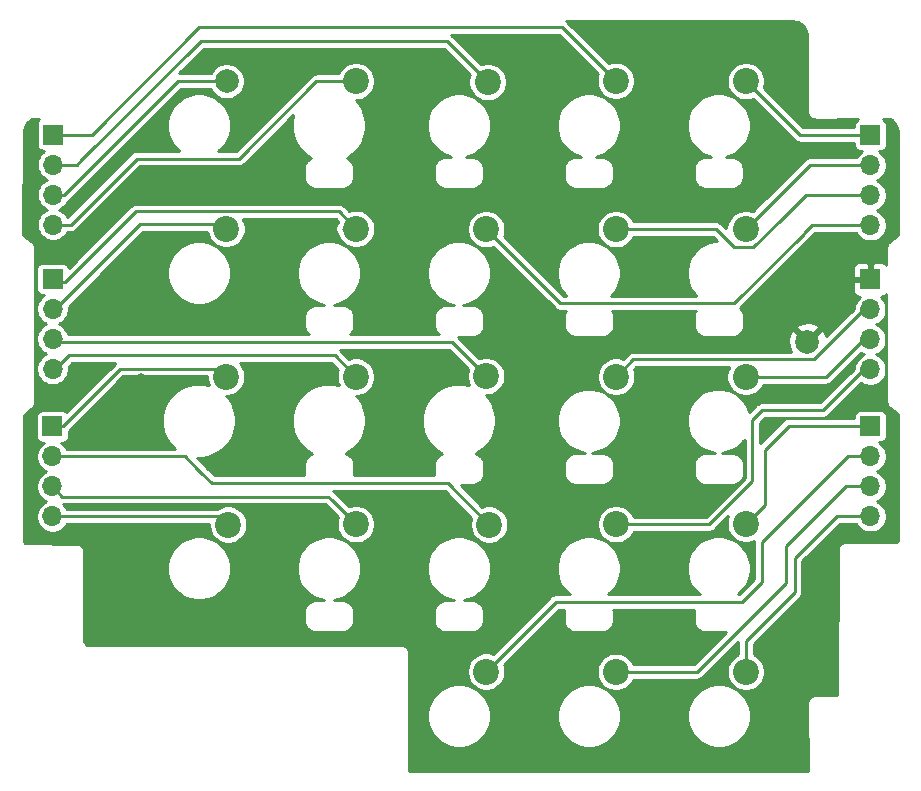
<source format=gbr>
G04 #@! TF.GenerationSoftware,KiCad,Pcbnew,(5.1.10)-1*
G04 #@! TF.CreationDate,2021-10-13T01:32:21-04:00*
G04 #@! TF.ProjectId,po_midi_adapter,706f5f6d-6964-4695-9f61-646170746572,rev?*
G04 #@! TF.SameCoordinates,PX5f57d00PY76b1be0*
G04 #@! TF.FileFunction,Copper,L1,Top*
G04 #@! TF.FilePolarity,Positive*
%FSLAX46Y46*%
G04 Gerber Fmt 4.6, Leading zero omitted, Abs format (unit mm)*
G04 Created by KiCad (PCBNEW (5.1.10)-1) date 2021-10-13 01:32:21*
%MOMM*%
%LPD*%
G01*
G04 APERTURE LIST*
G04 #@! TA.AperFunction,ComponentPad*
%ADD10C,2.200000*%
G04 #@! TD*
G04 #@! TA.AperFunction,ComponentPad*
%ADD11C,2.000000*%
G04 #@! TD*
G04 #@! TA.AperFunction,ComponentPad*
%ADD12O,1.700000X1.700000*%
G04 #@! TD*
G04 #@! TA.AperFunction,ComponentPad*
%ADD13R,1.700000X1.700000*%
G04 #@! TD*
G04 #@! TA.AperFunction,ViaPad*
%ADD14C,0.800000*%
G04 #@! TD*
G04 #@! TA.AperFunction,Conductor*
%ADD15C,0.250000*%
G04 #@! TD*
G04 #@! TA.AperFunction,Conductor*
%ADD16C,0.254000*%
G04 #@! TD*
G04 #@! TA.AperFunction,Conductor*
%ADD17C,0.100000*%
G04 #@! TD*
G04 APERTURE END LIST*
D10*
X31242000Y60553600D03*
X42265600Y48031400D03*
X20269200Y48056800D03*
X20243800Y35534600D03*
X31242000Y23037800D03*
X42265600Y10566400D03*
X53238400Y10541000D03*
X64262000Y10541000D03*
X64262000Y60553600D03*
X53238400Y60579000D03*
X31267400Y48056800D03*
X53258720Y48031400D03*
X64236600Y48031400D03*
X31242000Y35534600D03*
X42265600Y35585400D03*
X53263800Y35534600D03*
X64236600Y35521900D03*
X64262000Y23063200D03*
X53263800Y23037800D03*
X42519600Y23012400D03*
X42392600Y60477400D03*
X20421600Y23012400D03*
D11*
X20294600Y60553600D03*
X69469000Y38506400D03*
D12*
X74803000Y23723600D03*
X74803000Y26263600D03*
X74803000Y28803600D03*
D13*
X74803000Y31343600D03*
X74777600Y43764200D03*
D12*
X74777600Y41224200D03*
X74777600Y38684200D03*
X74777600Y36144200D03*
D13*
X5562600Y43815000D03*
D12*
X5562600Y41275000D03*
X5562600Y38735000D03*
X5562600Y36195000D03*
X74803000Y48361600D03*
X74803000Y50901600D03*
X74803000Y53441600D03*
D13*
X74803000Y55981600D03*
X5588000Y56032400D03*
D12*
X5588000Y53492400D03*
X5588000Y50952400D03*
X5588000Y48412400D03*
X5537200Y23698200D03*
X5537200Y26238200D03*
X5537200Y28778200D03*
D13*
X5537200Y31318200D03*
D14*
X54330600Y53162200D03*
X34696400Y32512000D03*
X23596600Y32258000D03*
X13081000Y35433000D03*
X45008800Y52730400D03*
X34442400Y52019200D03*
X47244000Y46710600D03*
X56489600Y44272200D03*
X69367400Y44119800D03*
X12166600Y50571400D03*
D15*
X64262000Y23063200D02*
X65836800Y24638000D01*
X65836800Y24638000D02*
X65836800Y29362400D01*
X65836800Y29362400D02*
X67868800Y31394400D01*
X75158600Y31394400D02*
X75209400Y31445200D01*
X75082400Y31394400D02*
X75133200Y31343600D01*
X67868800Y31394400D02*
X75082400Y31394400D01*
X64795400Y31902400D02*
X65608200Y32715200D01*
X70815200Y32715200D02*
X74955400Y36855400D01*
X65608200Y32715200D02*
X70815200Y32715200D01*
X64795400Y26670000D02*
X64795400Y30403800D01*
X53263800Y23037800D02*
X61163200Y23037800D01*
X61163200Y23037800D02*
X64795400Y26670000D01*
X64795400Y30403800D02*
X64795400Y31902400D01*
X64795400Y30048200D02*
X64795400Y30403800D01*
X39014400Y26517600D02*
X42519600Y23012400D01*
X19021958Y26517600D02*
X39014400Y26517600D01*
X16761358Y28778200D02*
X18146979Y27392579D01*
X5537200Y28778200D02*
X16761358Y28778200D01*
X18146979Y27392579D02*
X19021958Y26517600D01*
X17624958Y27914600D02*
X18146979Y27392579D01*
X28891599Y25388201D02*
X29222700Y25057100D01*
X5537200Y26238200D02*
X6387199Y25388201D01*
X6387199Y25388201D02*
X28891599Y25388201D01*
X29222700Y25057100D02*
X31242000Y23037800D01*
X28905200Y25374600D02*
X29222700Y25057100D01*
X64554100Y35204400D02*
X64236600Y35521900D01*
X64503300Y35255200D02*
X64236600Y35521900D01*
X71081900Y35521900D02*
X74955400Y39395400D01*
X64236600Y35521900D02*
X71081900Y35521900D01*
X70016901Y36996901D02*
X74955400Y41935400D01*
X54726101Y36996901D02*
X70016901Y36996901D01*
X53263800Y35534600D02*
X54726101Y36996901D01*
X39395400Y38455600D02*
X42265600Y35585400D01*
X5537200Y38455600D02*
X39395400Y38455600D01*
X5537200Y35915600D02*
X6959600Y37338000D01*
X29438600Y37338000D02*
X31242000Y35534600D01*
X6959600Y37338000D02*
X29438600Y37338000D01*
X64643000Y47625000D02*
X64236600Y48031400D01*
X66395600Y50190400D02*
X64236600Y48031400D01*
X66395600Y50190400D02*
X66421000Y50190400D01*
X69697600Y53467000D02*
X72669400Y53467000D01*
X66421000Y50190400D02*
X69697600Y53467000D01*
X72669400Y53467000D02*
X75031600Y53467000D01*
X61738199Y48031400D02*
X61468000Y48031400D01*
X63278598Y46491001D02*
X61738199Y48031400D01*
X61468000Y48031400D02*
X53258720Y48031400D01*
X61516275Y48031400D02*
X61468000Y48031400D01*
X64879203Y46491001D02*
X63278598Y46491001D01*
X67308602Y48920400D02*
X64879203Y46491001D01*
X67308602Y48920400D02*
X67335400Y48920400D01*
X69342000Y50927000D02*
X72669400Y50927000D01*
X67335400Y48920400D02*
X69342000Y50927000D01*
X72669400Y50927000D02*
X75031600Y50927000D01*
X30133209Y48056800D02*
X31267400Y48056800D01*
X29792399Y49531801D02*
X31267400Y48056800D01*
X12633401Y49531801D02*
X29792399Y49531801D01*
X6637200Y43535600D02*
X12633401Y49531801D01*
X5537200Y43535600D02*
X6637200Y43535600D01*
X68808600Y56007000D02*
X72669400Y56007000D01*
X64262000Y60553600D02*
X68808600Y56007000D01*
X72669400Y56007000D02*
X75031600Y56007000D01*
X48666400Y65151000D02*
X53238400Y60579000D01*
X17975566Y65151000D02*
X48666400Y65151000D01*
X8856966Y56032400D02*
X17975566Y65151000D01*
X5588000Y56032400D02*
X8856966Y56032400D01*
X38938200Y63931800D02*
X42392600Y60477400D01*
X18084800Y63931800D02*
X38938200Y63931800D01*
X7645400Y53492400D02*
X8001000Y53848000D01*
X5588000Y53492400D02*
X7645400Y53492400D01*
X8001000Y53848000D02*
X18084800Y63931800D01*
X7848600Y53695600D02*
X8001000Y53848000D01*
X21336000Y54000400D02*
X27889200Y60553600D01*
X27889200Y60553600D02*
X31242000Y60553600D01*
X12674600Y54000400D02*
X21336000Y54000400D01*
X7086600Y48412400D02*
X12674600Y54000400D01*
X5588000Y48412400D02*
X7086600Y48412400D01*
X74817035Y23723600D02*
X75133200Y23723600D01*
X64262000Y13168566D02*
X68396517Y17303083D01*
X64262000Y10541000D02*
X64262000Y13168566D01*
X68165610Y17072175D02*
X68396517Y17303083D01*
X68396517Y17303083D02*
X68396517Y20161917D01*
X71958200Y23723600D02*
X75133200Y23723600D01*
X68396517Y20161917D02*
X71958200Y23723600D01*
X72771000Y26263600D02*
X75133200Y26263600D01*
X67665600Y21158200D02*
X72771000Y26263600D01*
X67665600Y18081397D02*
X67665600Y21158200D01*
X60125203Y10541000D02*
X67665600Y18081397D01*
X53238400Y10541000D02*
X60125203Y10541000D01*
X48167082Y16467882D02*
X63965882Y16467882D01*
X42265600Y10566400D02*
X48167082Y16467882D01*
X63965882Y16467882D02*
X65608200Y18110200D01*
X65608200Y18110200D02*
X65608200Y21513800D01*
X72898000Y28803600D02*
X75133200Y28803600D01*
X65608200Y21513800D02*
X72898000Y28803600D01*
X20243800Y22834600D02*
X20421600Y23012400D01*
X19735800Y23698200D02*
X20421600Y23012400D01*
X5537200Y23698200D02*
X19735800Y23698200D01*
X19570399Y36208001D02*
X20243800Y35534600D01*
X11290601Y36208001D02*
X19570399Y36208001D01*
X6400800Y31318200D02*
X11290601Y36208001D01*
X5537200Y31318200D02*
X6400800Y31318200D01*
X5537200Y40995600D02*
X12979400Y48437800D01*
X19888200Y48437800D02*
X20269200Y48056800D01*
X12979400Y48437800D02*
X19888200Y48437800D01*
X16162681Y60553600D02*
X20294600Y60553600D01*
X5588000Y50952400D02*
X6561480Y50952400D01*
X6862140Y51253060D02*
X16162681Y60553600D01*
X6561480Y50952400D02*
X6862140Y51253060D01*
X6764681Y51155600D02*
X6862140Y51253060D01*
X48547311Y41749689D02*
X48412400Y41884600D01*
X42265600Y48031400D02*
X48412400Y41884600D01*
X69850000Y48387000D02*
X72669400Y48387000D01*
X69138800Y47675800D02*
X69850000Y48387000D01*
X69138800Y47650400D02*
X69138800Y47675800D01*
X63234066Y41745666D02*
X69138800Y47650400D01*
X48551334Y41745666D02*
X63234066Y41745666D01*
X48412400Y41884600D02*
X48551334Y41745666D01*
X72669400Y48387000D02*
X75031600Y48387000D01*
D16*
X68017627Y65687600D02*
X68697426Y65537103D01*
X68894674Y65420607D01*
X69094102Y65242509D01*
X69255139Y65029067D01*
X69371649Y64788416D01*
X69440710Y64523926D01*
X69459199Y64289871D01*
X69459200Y57963982D01*
X69456167Y57932971D01*
X69462302Y57871113D01*
X69468273Y57810486D01*
X69468334Y57810283D01*
X69468356Y57810066D01*
X69486368Y57750834D01*
X69504125Y57692296D01*
X69504227Y57692106D01*
X69504289Y57691901D01*
X69533259Y57637791D01*
X69562347Y57583371D01*
X69562483Y57583205D01*
X69562585Y57583015D01*
X69601794Y57535305D01*
X69640699Y57487898D01*
X69640864Y57487762D01*
X69641001Y57487596D01*
X69688327Y57448811D01*
X69736172Y57409546D01*
X69736364Y57409443D01*
X69736528Y57409309D01*
X69790194Y57380670D01*
X69845097Y57351324D01*
X69845305Y57351261D01*
X69845492Y57351161D01*
X69903774Y57333525D01*
X69963287Y57315472D01*
X69963503Y57315451D01*
X69963707Y57315389D01*
X70023928Y57309499D01*
X70086199Y57303366D01*
X70117214Y57306421D01*
X73727968Y57308876D01*
X73658798Y57271904D01*
X73578552Y57206048D01*
X73512696Y57125802D01*
X73463761Y57034250D01*
X73433626Y56934910D01*
X73423451Y56831600D01*
X73423451Y56659000D01*
X69078667Y56659000D01*
X65777318Y59960348D01*
X65826475Y60079022D01*
X65889000Y60393355D01*
X65889000Y60713845D01*
X65826475Y61028178D01*
X65703828Y61324273D01*
X65525773Y61590752D01*
X65299152Y61817373D01*
X65032673Y61995428D01*
X64736578Y62118075D01*
X64422245Y62180600D01*
X64101755Y62180600D01*
X63787422Y62118075D01*
X63491327Y61995428D01*
X63224848Y61817373D01*
X62998227Y61590752D01*
X62820172Y61324273D01*
X62697525Y61028178D01*
X62635000Y60713845D01*
X62635000Y60393355D01*
X62697525Y60079022D01*
X62820172Y59782927D01*
X62998227Y59516448D01*
X63224848Y59289827D01*
X63491327Y59111772D01*
X63787422Y58989125D01*
X64101755Y58926600D01*
X64422245Y58926600D01*
X64736578Y58989125D01*
X64855252Y59038282D01*
X68324920Y55568613D01*
X68345336Y55543736D01*
X68444616Y55462259D01*
X68557883Y55401717D01*
X68680785Y55364435D01*
X68693427Y55363190D01*
X68776578Y55355000D01*
X68776585Y55355000D01*
X68808599Y55351847D01*
X68840614Y55355000D01*
X73423451Y55355000D01*
X73423451Y55131600D01*
X73433626Y55028290D01*
X73463761Y54928950D01*
X73512696Y54837398D01*
X73578552Y54757152D01*
X73658798Y54691296D01*
X73750350Y54642361D01*
X73849690Y54612226D01*
X73953000Y54602051D01*
X74061202Y54602051D01*
X73925213Y54511186D01*
X73733414Y54319387D01*
X73599520Y54119000D01*
X69729621Y54119000D01*
X69697599Y54122154D01*
X69569785Y54109565D01*
X69446883Y54072283D01*
X69333616Y54011741D01*
X69234336Y53930264D01*
X69213920Y53905387D01*
X66057522Y50748988D01*
X66031616Y50735141D01*
X65932336Y50653664D01*
X65911920Y50628787D01*
X64829852Y49546718D01*
X64711178Y49595875D01*
X64396845Y49658400D01*
X64076355Y49658400D01*
X63762022Y49595875D01*
X63465927Y49473228D01*
X63199448Y49295173D01*
X62972827Y49068552D01*
X62794772Y48802073D01*
X62672125Y48505978D01*
X62609600Y48191645D01*
X62609600Y48082065D01*
X62221884Y48469781D01*
X62201463Y48494664D01*
X62102183Y48576141D01*
X61988916Y48636683D01*
X61866013Y48673965D01*
X61770221Y48683400D01*
X61738199Y48686554D01*
X61706177Y48683400D01*
X54749704Y48683400D01*
X54700548Y48802073D01*
X54522493Y49068552D01*
X54295872Y49295173D01*
X54029393Y49473228D01*
X53733298Y49595875D01*
X53418965Y49658400D01*
X53098475Y49658400D01*
X52784142Y49595875D01*
X52488047Y49473228D01*
X52221568Y49295173D01*
X51994947Y49068552D01*
X51816892Y48802073D01*
X51694245Y48505978D01*
X51631720Y48191645D01*
X51631720Y47871155D01*
X51694245Y47556822D01*
X51816892Y47260727D01*
X51994947Y46994248D01*
X52221568Y46767627D01*
X52488047Y46589572D01*
X52784142Y46466925D01*
X53098475Y46404400D01*
X53418965Y46404400D01*
X53733298Y46466925D01*
X54029393Y46589572D01*
X54295872Y46767627D01*
X54522493Y46994248D01*
X54700548Y47260727D01*
X54749704Y47379400D01*
X61468133Y47379400D01*
X61832844Y47014689D01*
X61682229Y47014689D01*
X61158877Y46910588D01*
X60665890Y46706386D01*
X60222213Y46409930D01*
X59844898Y46032615D01*
X59548442Y45588938D01*
X59344240Y45095951D01*
X59240139Y44572599D01*
X59240139Y44038993D01*
X59344240Y43515641D01*
X59548442Y43022654D01*
X59844898Y42578977D01*
X60026209Y42397666D01*
X52871855Y42397666D01*
X53053166Y42578977D01*
X53349622Y43022654D01*
X53553824Y43515641D01*
X53657925Y44038993D01*
X53657925Y44572599D01*
X53553824Y45095951D01*
X53349622Y45588938D01*
X53053166Y46032615D01*
X52675851Y46409930D01*
X52232174Y46706386D01*
X51739187Y46910588D01*
X51215835Y47014689D01*
X50682229Y47014689D01*
X50158877Y46910588D01*
X49665890Y46706386D01*
X49222213Y46409930D01*
X48844898Y46032615D01*
X48548442Y45588938D01*
X48344240Y45095951D01*
X48240139Y44572599D01*
X48240139Y44038993D01*
X48344240Y43515641D01*
X48548442Y43022654D01*
X48844898Y42578977D01*
X49026209Y42397666D01*
X48821401Y42397666D01*
X43780918Y47438148D01*
X43830075Y47556822D01*
X43892600Y47871155D01*
X43892600Y48191645D01*
X43830075Y48505978D01*
X43707428Y48802073D01*
X43529373Y49068552D01*
X43302752Y49295173D01*
X43036273Y49473228D01*
X42740178Y49595875D01*
X42425845Y49658400D01*
X42105355Y49658400D01*
X41791022Y49595875D01*
X41494927Y49473228D01*
X41228448Y49295173D01*
X41001827Y49068552D01*
X40823772Y48802073D01*
X40701125Y48505978D01*
X40638600Y48191645D01*
X40638600Y47871155D01*
X40701125Y47556822D01*
X40823772Y47260727D01*
X41001827Y46994248D01*
X41228448Y46767627D01*
X41494927Y46589572D01*
X41791022Y46466925D01*
X42105355Y46404400D01*
X42425845Y46404400D01*
X42740178Y46466925D01*
X42858852Y46516082D01*
X47974009Y41400924D01*
X47974015Y41400919D01*
X48067649Y41307285D01*
X48088070Y41282402D01*
X48187350Y41200925D01*
X48300617Y41140383D01*
X48351223Y41125032D01*
X48423519Y41103101D01*
X48436161Y41101856D01*
X48519312Y41093666D01*
X48519319Y41093666D01*
X48551333Y41090513D01*
X48583348Y41093666D01*
X48996397Y41093666D01*
X48986765Y41077865D01*
X48962062Y41026688D01*
X48936646Y40975860D01*
X48933573Y40967669D01*
X48933570Y40967663D01*
X48933568Y40967657D01*
X48904518Y40888558D01*
X48890233Y40833585D01*
X48875165Y40778755D01*
X48873743Y40770129D01*
X48873741Y40770122D01*
X48873741Y40770118D01*
X48867415Y40730027D01*
X48862158Y40712765D01*
X48852981Y40620656D01*
X48852166Y39898714D01*
X48854382Y39875954D01*
X48858269Y39821948D01*
X48866494Y39773914D01*
X48872802Y39725565D01*
X48874836Y39717050D01*
X48894985Y39635222D01*
X48913891Y39581636D01*
X48932052Y39527776D01*
X48935696Y39519831D01*
X48935698Y39519824D01*
X48935701Y39519819D01*
X48971361Y39443462D01*
X49000300Y39394594D01*
X49028590Y39345266D01*
X49033715Y39338169D01*
X49083527Y39270194D01*
X49121411Y39227873D01*
X49158733Y39184990D01*
X49165139Y39179023D01*
X49227206Y39122017D01*
X49272592Y39087857D01*
X49317535Y39053038D01*
X49324972Y39048433D01*
X49324977Y39048430D01*
X49324982Y39048428D01*
X49396935Y39004565D01*
X49448098Y38979868D01*
X49498940Y38954446D01*
X49507131Y38951373D01*
X49507137Y38951370D01*
X49507143Y38951368D01*
X49586242Y38922318D01*
X49641231Y38908028D01*
X49696045Y38892965D01*
X49704668Y38891543D01*
X49704677Y38891541D01*
X49704685Y38891541D01*
X49745013Y38885178D01*
X49762518Y38879861D01*
X49854634Y38870756D01*
X52075177Y38869990D01*
X52097684Y38872199D01*
X52151452Y38876069D01*
X52199486Y38884294D01*
X52247835Y38890602D01*
X52256350Y38892636D01*
X52338178Y38912785D01*
X52391764Y38931691D01*
X52445624Y38949852D01*
X52453569Y38953496D01*
X52453576Y38953498D01*
X52453581Y38953501D01*
X52529938Y38989161D01*
X52578806Y39018100D01*
X52628134Y39046390D01*
X52635231Y39051515D01*
X52703206Y39101327D01*
X52745527Y39139211D01*
X52788410Y39176533D01*
X52794377Y39182939D01*
X52851383Y39245006D01*
X52885543Y39290392D01*
X52920362Y39335335D01*
X52924967Y39342772D01*
X52924970Y39342777D01*
X52924972Y39342782D01*
X52968835Y39414735D01*
X52993532Y39465898D01*
X53018954Y39516740D01*
X53022027Y39524931D01*
X53022030Y39524937D01*
X53022032Y39524943D01*
X53051082Y39604042D01*
X53065372Y39659031D01*
X53080435Y39713845D01*
X53081857Y39722468D01*
X53081859Y39722477D01*
X53081859Y39722485D01*
X53088181Y39762551D01*
X53093434Y39779794D01*
X53102617Y39871902D01*
X53103480Y40594590D01*
X53101264Y40617371D01*
X53097375Y40671397D01*
X53089148Y40719444D01*
X53082841Y40767781D01*
X53080808Y40776295D01*
X53060659Y40858123D01*
X53041753Y40911709D01*
X53023592Y40965569D01*
X53019948Y40973514D01*
X53019946Y40973521D01*
X53019943Y40973526D01*
X52984283Y41049882D01*
X52958355Y41093666D01*
X59994597Y41093666D01*
X59984965Y41077865D01*
X59960262Y41026688D01*
X59934846Y40975860D01*
X59931773Y40967669D01*
X59931770Y40967663D01*
X59931768Y40967657D01*
X59902718Y40888558D01*
X59888433Y40833585D01*
X59873365Y40778755D01*
X59871943Y40770129D01*
X59871941Y40770122D01*
X59871941Y40770118D01*
X59865615Y40730027D01*
X59860358Y40712765D01*
X59851181Y40620656D01*
X59850366Y39898714D01*
X59852582Y39875954D01*
X59856469Y39821948D01*
X59864694Y39773914D01*
X59871002Y39725565D01*
X59873036Y39717050D01*
X59893185Y39635222D01*
X59912091Y39581636D01*
X59930252Y39527776D01*
X59933896Y39519831D01*
X59933898Y39519824D01*
X59933901Y39519819D01*
X59969561Y39443462D01*
X59998500Y39394594D01*
X60026790Y39345266D01*
X60031915Y39338169D01*
X60081727Y39270194D01*
X60119611Y39227873D01*
X60156933Y39184990D01*
X60163339Y39179023D01*
X60225406Y39122017D01*
X60270792Y39087857D01*
X60315735Y39053038D01*
X60323172Y39048433D01*
X60323177Y39048430D01*
X60323182Y39048428D01*
X60395135Y39004565D01*
X60446298Y38979868D01*
X60497140Y38954446D01*
X60505331Y38951373D01*
X60505337Y38951370D01*
X60505343Y38951368D01*
X60584442Y38922318D01*
X60639431Y38908028D01*
X60694245Y38892965D01*
X60702868Y38891543D01*
X60702877Y38891541D01*
X60702885Y38891541D01*
X60743213Y38885178D01*
X60760718Y38879861D01*
X60852834Y38870756D01*
X63073377Y38869990D01*
X63095884Y38872199D01*
X63149652Y38876069D01*
X63197686Y38884294D01*
X63246035Y38890602D01*
X63254550Y38892636D01*
X63336378Y38912785D01*
X63389964Y38931691D01*
X63443824Y38949852D01*
X63451769Y38953496D01*
X63451776Y38953498D01*
X63451781Y38953501D01*
X63528138Y38989161D01*
X63577006Y39018100D01*
X63626334Y39046390D01*
X63633431Y39051515D01*
X63701406Y39101327D01*
X63743727Y39139211D01*
X63786610Y39176533D01*
X63792577Y39182939D01*
X63849583Y39245006D01*
X63883743Y39290392D01*
X63918562Y39335335D01*
X63923167Y39342772D01*
X63923170Y39342777D01*
X63923172Y39342782D01*
X63967035Y39414735D01*
X63991732Y39465898D01*
X64017154Y39516740D01*
X64020227Y39524931D01*
X64020230Y39524937D01*
X64020232Y39524943D01*
X64049282Y39604042D01*
X64059097Y39641813D01*
X68513192Y39641813D01*
X69469000Y38686005D01*
X70424808Y39641813D01*
X70329044Y39906214D01*
X70039429Y40047104D01*
X69727892Y40128784D01*
X69406405Y40148118D01*
X69087325Y40104361D01*
X68782912Y39999195D01*
X68608956Y39906214D01*
X68513192Y39641813D01*
X64059097Y39641813D01*
X64063572Y39659031D01*
X64078635Y39713845D01*
X64080057Y39722468D01*
X64080059Y39722477D01*
X64080059Y39722485D01*
X64086381Y39762551D01*
X64091634Y39779794D01*
X64100817Y39871902D01*
X64101680Y40594590D01*
X64099464Y40617371D01*
X64095575Y40671397D01*
X64087348Y40719444D01*
X64081041Y40767781D01*
X64079008Y40776295D01*
X64058859Y40858123D01*
X64039953Y40911709D01*
X64021792Y40965569D01*
X64018148Y40973514D01*
X64018146Y40973521D01*
X64018143Y40973526D01*
X63982483Y41049882D01*
X63953533Y41098769D01*
X63925254Y41148079D01*
X63920129Y41155177D01*
X63870317Y41223151D01*
X63832435Y41265469D01*
X63795111Y41308355D01*
X63788705Y41314321D01*
X63755388Y41344922D01*
X67024666Y44614200D01*
X73289528Y44614200D01*
X73292600Y44049950D01*
X73451350Y43891200D01*
X74650600Y43891200D01*
X74650600Y45090450D01*
X74491850Y45249200D01*
X73927600Y45252272D01*
X73803118Y45240012D01*
X73683420Y45203702D01*
X73573106Y45144737D01*
X73476415Y45065385D01*
X73397063Y44968694D01*
X73338098Y44858380D01*
X73301788Y44738682D01*
X73289528Y44614200D01*
X67024666Y44614200D01*
X69577188Y47166721D01*
X69602064Y47187136D01*
X69683541Y47286416D01*
X69697388Y47312322D01*
X70120067Y47735000D01*
X73572092Y47735000D01*
X73582718Y47709346D01*
X73733414Y47483813D01*
X73925213Y47292014D01*
X74150746Y47141318D01*
X74401344Y47037517D01*
X74667377Y46984600D01*
X74938623Y46984600D01*
X75204656Y47037517D01*
X75455254Y47141318D01*
X75680787Y47292014D01*
X75872586Y47483813D01*
X76023282Y47709346D01*
X76127083Y47959944D01*
X76180000Y48225977D01*
X76180000Y48497223D01*
X76127083Y48763256D01*
X76023282Y49013854D01*
X75872586Y49239387D01*
X75680787Y49431186D01*
X75455254Y49581882D01*
X75335224Y49631600D01*
X75455254Y49681318D01*
X75680787Y49832014D01*
X75872586Y50023813D01*
X76023282Y50249346D01*
X76127083Y50499944D01*
X76180000Y50765977D01*
X76180000Y51037223D01*
X76127083Y51303256D01*
X76023282Y51553854D01*
X75872586Y51779387D01*
X75680787Y51971186D01*
X75455254Y52121882D01*
X75335224Y52171600D01*
X75455254Y52221318D01*
X75680787Y52372014D01*
X75872586Y52563813D01*
X76023282Y52789346D01*
X76127083Y53039944D01*
X76180000Y53305977D01*
X76180000Y53577223D01*
X76127083Y53843256D01*
X76023282Y54093854D01*
X75872586Y54319387D01*
X75680787Y54511186D01*
X75544798Y54602051D01*
X75653000Y54602051D01*
X75756310Y54612226D01*
X75855650Y54642361D01*
X75947202Y54691296D01*
X76027448Y54757152D01*
X76093304Y54837398D01*
X76142239Y54928950D01*
X76172374Y55028290D01*
X76182549Y55131600D01*
X76182549Y56831600D01*
X76172374Y56934910D01*
X76142239Y57034250D01*
X76093304Y57125802D01*
X76027448Y57206048D01*
X75947202Y57271904D01*
X75875301Y57310335D01*
X75970260Y57310400D01*
X76472420Y57310400D01*
X76593470Y57232267D01*
X76785674Y57046392D01*
X76938110Y56826731D01*
X77044980Y56581640D01*
X77104828Y56308508D01*
X77114753Y56140444D01*
X77122130Y47509828D01*
X76448708Y47013623D01*
X76434172Y47005853D01*
X76399090Y46977062D01*
X76387474Y46968503D01*
X76375308Y46957545D01*
X76338699Y46927501D01*
X76329479Y46916267D01*
X76318695Y46906553D01*
X76290389Y46868634D01*
X76260347Y46832027D01*
X76253500Y46819217D01*
X76244813Y46807580D01*
X76224444Y46764857D01*
X76202125Y46723102D01*
X76197908Y46709202D01*
X76191659Y46696094D01*
X76180015Y46650214D01*
X76166273Y46604912D01*
X76164849Y46590458D01*
X76161277Y46576382D01*
X76158807Y46529113D01*
X76157200Y46512793D01*
X76157200Y46498348D01*
X76154833Y46453043D01*
X76157200Y46436737D01*
X76157200Y44969836D01*
X76078785Y45065385D01*
X75982094Y45144737D01*
X75871780Y45203702D01*
X75752082Y45240012D01*
X75627600Y45252272D01*
X75063350Y45249200D01*
X74904600Y45090450D01*
X74904600Y43891200D01*
X74924600Y43891200D01*
X74924600Y43637200D01*
X74904600Y43637200D01*
X74904600Y43617200D01*
X74650600Y43617200D01*
X74650600Y43637200D01*
X73451350Y43637200D01*
X73292600Y43478450D01*
X73289528Y42914200D01*
X73301788Y42789718D01*
X73338098Y42670020D01*
X73397063Y42559706D01*
X73476415Y42463015D01*
X73573106Y42383663D01*
X73683420Y42324698D01*
X73803118Y42288388D01*
X73886230Y42280203D01*
X73708014Y42101987D01*
X73557318Y41876454D01*
X73453517Y41625856D01*
X73400600Y41359823D01*
X73400600Y41302667D01*
X71046175Y38948241D01*
X70961795Y39192488D01*
X70868814Y39366444D01*
X70604413Y39462208D01*
X69648605Y38506400D01*
X69662748Y38492257D01*
X69483143Y38312652D01*
X69469000Y38326795D01*
X69454858Y38312652D01*
X69275253Y38492257D01*
X69289395Y38506400D01*
X68333587Y39462208D01*
X68069186Y39366444D01*
X67928296Y39076829D01*
X67846616Y38765292D01*
X67827282Y38443805D01*
X67871039Y38124725D01*
X67976205Y37820312D01*
X68067826Y37648901D01*
X54758123Y37648901D01*
X54726101Y37652055D01*
X54598286Y37639466D01*
X54536836Y37620825D01*
X54475384Y37602184D01*
X54362117Y37541642D01*
X54262837Y37460165D01*
X54242421Y37435288D01*
X53857052Y37049919D01*
X53738378Y37099075D01*
X53424045Y37161600D01*
X53103555Y37161600D01*
X52789222Y37099075D01*
X52493127Y36976428D01*
X52226648Y36798373D01*
X52000027Y36571752D01*
X51821972Y36305273D01*
X51699325Y36009178D01*
X51636800Y35694845D01*
X51636800Y35374355D01*
X51699325Y35060022D01*
X51821972Y34763927D01*
X52000027Y34497448D01*
X52226648Y34270827D01*
X52493127Y34092772D01*
X52789222Y33970125D01*
X53103555Y33907600D01*
X53424045Y33907600D01*
X53738378Y33970125D01*
X54034473Y34092772D01*
X54300952Y34270827D01*
X54527573Y34497448D01*
X54705628Y34763927D01*
X54828275Y35060022D01*
X54890800Y35374355D01*
X54890800Y35694845D01*
X54828275Y36009178D01*
X54779119Y36127852D01*
X54996168Y36344901D01*
X62829736Y36344901D01*
X62794772Y36292573D01*
X62672125Y35996478D01*
X62609600Y35682145D01*
X62609600Y35361655D01*
X62672125Y35047322D01*
X62794772Y34751227D01*
X62972827Y34484748D01*
X63199448Y34258127D01*
X63465927Y34080072D01*
X63762022Y33957425D01*
X64076355Y33894900D01*
X64396845Y33894900D01*
X64711178Y33957425D01*
X65007273Y34080072D01*
X65273752Y34258127D01*
X65500373Y34484748D01*
X65678428Y34751227D01*
X65727584Y34869900D01*
X71049878Y34869900D01*
X71081900Y34866746D01*
X71113922Y34869900D01*
X71209714Y34879335D01*
X71332617Y34916617D01*
X71445884Y34977159D01*
X71545164Y35058636D01*
X71565585Y35083519D01*
X74017827Y37535760D01*
X74125346Y37463918D01*
X74245376Y37414200D01*
X74125346Y37364482D01*
X73899813Y37213786D01*
X73708014Y37021987D01*
X73557318Y36796454D01*
X73453517Y36545856D01*
X73400600Y36279823D01*
X73400600Y36222667D01*
X70545134Y33367200D01*
X65640222Y33367200D01*
X65608200Y33370354D01*
X65480385Y33357765D01*
X65418935Y33339124D01*
X65357483Y33320483D01*
X65244216Y33259941D01*
X65144936Y33178464D01*
X65124520Y33153587D01*
X64555991Y32585057D01*
X64553824Y32595951D01*
X64349622Y33088938D01*
X64053166Y33532615D01*
X63675851Y33909930D01*
X63232174Y34206386D01*
X62739187Y34410588D01*
X62215835Y34514689D01*
X61682229Y34514689D01*
X61158877Y34410588D01*
X60665890Y34206386D01*
X60222213Y33909930D01*
X59844898Y33532615D01*
X59548442Y33088938D01*
X59344240Y32595951D01*
X59240139Y32072599D01*
X59240139Y31538993D01*
X59344240Y31015641D01*
X59548442Y30522654D01*
X59844898Y30078977D01*
X60222213Y29701662D01*
X60665890Y29405206D01*
X61158877Y29201004D01*
X61664648Y29100400D01*
X60878406Y29100400D01*
X60855985Y29098192D01*
X60802348Y29094331D01*
X60754301Y29086104D01*
X60705964Y29079797D01*
X60697450Y29077764D01*
X60615622Y29057615D01*
X60562036Y29038709D01*
X60508176Y29020548D01*
X60500231Y29016904D01*
X60500224Y29016902D01*
X60500219Y29016899D01*
X60423863Y28981239D01*
X60374976Y28952289D01*
X60325666Y28924010D01*
X60318568Y28918885D01*
X60250594Y28869073D01*
X60208276Y28831191D01*
X60165390Y28793867D01*
X60159424Y28787461D01*
X60102417Y28725395D01*
X60068247Y28679995D01*
X60033438Y28635065D01*
X60028830Y28627622D01*
X59984965Y28555665D01*
X59960262Y28504488D01*
X59934846Y28453660D01*
X59931773Y28445469D01*
X59931770Y28445463D01*
X59931768Y28445457D01*
X59902718Y28366358D01*
X59888433Y28311385D01*
X59873365Y28256555D01*
X59871943Y28247929D01*
X59871941Y28247922D01*
X59871941Y28247918D01*
X59865615Y28207827D01*
X59860358Y28190565D01*
X59851181Y28098456D01*
X59850366Y27376514D01*
X59852582Y27353754D01*
X59856469Y27299748D01*
X59864694Y27251714D01*
X59871002Y27203365D01*
X59873036Y27194850D01*
X59893185Y27113022D01*
X59912091Y27059436D01*
X59930252Y27005576D01*
X59933896Y26997631D01*
X59933898Y26997624D01*
X59933901Y26997619D01*
X59969561Y26921262D01*
X59998500Y26872394D01*
X60026790Y26823066D01*
X60031915Y26815969D01*
X60081727Y26747994D01*
X60119611Y26705673D01*
X60156933Y26662790D01*
X60163339Y26656823D01*
X60225406Y26599817D01*
X60270792Y26565657D01*
X60315735Y26530838D01*
X60323172Y26526233D01*
X60323177Y26526230D01*
X60323182Y26526228D01*
X60395135Y26482365D01*
X60446298Y26457668D01*
X60497140Y26432246D01*
X60505331Y26429173D01*
X60505337Y26429170D01*
X60505343Y26429168D01*
X60584442Y26400118D01*
X60639431Y26385828D01*
X60694245Y26370765D01*
X60702868Y26369343D01*
X60702877Y26369341D01*
X60702885Y26369341D01*
X60743213Y26362978D01*
X60760718Y26357661D01*
X60852834Y26348556D01*
X63073377Y26347790D01*
X63095884Y26349999D01*
X63149652Y26353869D01*
X63197686Y26362094D01*
X63246035Y26368402D01*
X63254550Y26370436D01*
X63336378Y26390585D01*
X63389964Y26409491D01*
X63443824Y26427652D01*
X63451769Y26431296D01*
X63451776Y26431298D01*
X63451781Y26431301D01*
X63528138Y26466961D01*
X63577006Y26495900D01*
X63626334Y26524190D01*
X63633431Y26529315D01*
X63701406Y26579127D01*
X63743727Y26617011D01*
X63786610Y26654333D01*
X63792577Y26660739D01*
X63849583Y26722806D01*
X63883743Y26768192D01*
X63918562Y26813135D01*
X63923167Y26820572D01*
X63923170Y26820577D01*
X63923172Y26820582D01*
X63967035Y26892535D01*
X63991732Y26943698D01*
X64017154Y26994540D01*
X64020227Y27002731D01*
X64020230Y27002737D01*
X64020232Y27002743D01*
X64049282Y27081842D01*
X64063572Y27136831D01*
X64078635Y27191645D01*
X64080057Y27200268D01*
X64080059Y27200277D01*
X64080059Y27200285D01*
X64086381Y27240351D01*
X64091634Y27257594D01*
X64100817Y27349702D01*
X64101680Y28072390D01*
X64099464Y28095171D01*
X64095575Y28149197D01*
X64087348Y28197244D01*
X64081041Y28245581D01*
X64079008Y28254095D01*
X64058859Y28335923D01*
X64039953Y28389509D01*
X64021792Y28443369D01*
X64018148Y28451314D01*
X64018146Y28451321D01*
X64018143Y28451326D01*
X63982483Y28527682D01*
X63953533Y28576569D01*
X63925254Y28625879D01*
X63920129Y28632977D01*
X63870317Y28700951D01*
X63832435Y28743269D01*
X63795111Y28786155D01*
X63788705Y28792121D01*
X63726639Y28849128D01*
X63681239Y28883298D01*
X63636309Y28918107D01*
X63628866Y28922715D01*
X63556909Y28966580D01*
X63505732Y28991283D01*
X63454904Y29016699D01*
X63446713Y29019772D01*
X63446707Y29019775D01*
X63446701Y29019777D01*
X63367602Y29048827D01*
X63312629Y29063112D01*
X63257799Y29078180D01*
X63249173Y29079602D01*
X63249166Y29079604D01*
X63249160Y29079604D01*
X63208728Y29085984D01*
X63191113Y29091327D01*
X63098994Y29100400D01*
X62233416Y29100400D01*
X62739187Y29201004D01*
X63232174Y29405206D01*
X63675851Y29701662D01*
X64053166Y30078977D01*
X64143400Y30214021D01*
X64143400Y30016179D01*
X64143401Y30016170D01*
X64143400Y26940067D01*
X60893134Y23689800D01*
X54754784Y23689800D01*
X54705628Y23808473D01*
X54527573Y24074952D01*
X54300952Y24301573D01*
X54034473Y24479628D01*
X53738378Y24602275D01*
X53424045Y24664800D01*
X53103555Y24664800D01*
X52789222Y24602275D01*
X52493127Y24479628D01*
X52226648Y24301573D01*
X52000027Y24074952D01*
X51821972Y23808473D01*
X51699325Y23512378D01*
X51636800Y23198045D01*
X51636800Y22877555D01*
X51699325Y22563222D01*
X51821972Y22267127D01*
X52000027Y22000648D01*
X52226648Y21774027D01*
X52493127Y21595972D01*
X52789222Y21473325D01*
X53103555Y21410800D01*
X53424045Y21410800D01*
X53738378Y21473325D01*
X54034473Y21595972D01*
X54300952Y21774027D01*
X54527573Y22000648D01*
X54705628Y22267127D01*
X54754784Y22385800D01*
X61131178Y22385800D01*
X61163200Y22382646D01*
X61195222Y22385800D01*
X61291014Y22395235D01*
X61413917Y22432517D01*
X61527184Y22493059D01*
X61626464Y22574536D01*
X61646885Y22599419D01*
X62776920Y23729454D01*
X62697525Y23537778D01*
X62635000Y23223445D01*
X62635000Y22902955D01*
X62697525Y22588622D01*
X62820172Y22292527D01*
X62998227Y22026048D01*
X63224848Y21799427D01*
X63491327Y21621372D01*
X63787422Y21498725D01*
X64101755Y21436200D01*
X64422245Y21436200D01*
X64736578Y21498725D01*
X64960705Y21591562D01*
X64953046Y21513800D01*
X64956201Y21481768D01*
X64956200Y18380267D01*
X63695816Y17119882D01*
X63553459Y17119882D01*
X63675851Y17201662D01*
X64053166Y17578977D01*
X64349622Y18022654D01*
X64553824Y18515641D01*
X64657925Y19038993D01*
X64657925Y19572599D01*
X64553824Y20095951D01*
X64349622Y20588938D01*
X64053166Y21032615D01*
X63675851Y21409930D01*
X63232174Y21706386D01*
X62739187Y21910588D01*
X62215835Y22014689D01*
X61682229Y22014689D01*
X61158877Y21910588D01*
X60665890Y21706386D01*
X60222213Y21409930D01*
X59844898Y21032615D01*
X59548442Y20588938D01*
X59344240Y20095951D01*
X59240139Y19572599D01*
X59240139Y19038993D01*
X59344240Y18515641D01*
X59548442Y18022654D01*
X59844898Y17578977D01*
X60222213Y17201662D01*
X60344605Y17119882D01*
X52553459Y17119882D01*
X52675851Y17201662D01*
X53053166Y17578977D01*
X53349622Y18022654D01*
X53553824Y18515641D01*
X53657925Y19038993D01*
X53657925Y19572599D01*
X53553824Y20095951D01*
X53349622Y20588938D01*
X53053166Y21032615D01*
X52675851Y21409930D01*
X52232174Y21706386D01*
X51739187Y21910588D01*
X51215835Y22014689D01*
X50682229Y22014689D01*
X50158877Y21910588D01*
X49665890Y21706386D01*
X49222213Y21409930D01*
X48844898Y21032615D01*
X48548442Y20588938D01*
X48344240Y20095951D01*
X48240139Y19572599D01*
X48240139Y19038993D01*
X48344240Y18515641D01*
X48548442Y18022654D01*
X48844898Y17578977D01*
X49222213Y17201662D01*
X49344605Y17119882D01*
X48199104Y17119882D01*
X48167082Y17123036D01*
X48039267Y17110447D01*
X47916365Y17073165D01*
X47803098Y17012623D01*
X47703818Y16931146D01*
X47683402Y16906269D01*
X42858852Y12081718D01*
X42740178Y12130875D01*
X42425845Y12193400D01*
X42105355Y12193400D01*
X41791022Y12130875D01*
X41494927Y12008228D01*
X41228448Y11830173D01*
X41001827Y11603552D01*
X40823772Y11337073D01*
X40701125Y11040978D01*
X40638600Y10726645D01*
X40638600Y10406155D01*
X40701125Y10091822D01*
X40823772Y9795727D01*
X41001827Y9529248D01*
X41228448Y9302627D01*
X41494927Y9124572D01*
X41791022Y9001925D01*
X42105355Y8939400D01*
X42425845Y8939400D01*
X42740178Y9001925D01*
X43036273Y9124572D01*
X43302752Y9302627D01*
X43529373Y9529248D01*
X43707428Y9795727D01*
X43830075Y10091822D01*
X43892600Y10406155D01*
X43892600Y10726645D01*
X43830075Y11040978D01*
X43780918Y11159652D01*
X48437149Y15815882D01*
X48858209Y15815882D01*
X48849765Y15785155D01*
X48848343Y15776529D01*
X48848341Y15776522D01*
X48848341Y15776518D01*
X48842015Y15736427D01*
X48836758Y15719165D01*
X48827581Y15627056D01*
X48826766Y14905114D01*
X48828982Y14882354D01*
X48832869Y14828348D01*
X48841094Y14780314D01*
X48847402Y14731965D01*
X48849436Y14723450D01*
X48869585Y14641622D01*
X48888491Y14588036D01*
X48906652Y14534176D01*
X48910296Y14526231D01*
X48910298Y14526224D01*
X48910301Y14526219D01*
X48945961Y14449862D01*
X48974900Y14400994D01*
X49003190Y14351666D01*
X49008315Y14344569D01*
X49058127Y14276594D01*
X49096011Y14234273D01*
X49133333Y14191390D01*
X49139739Y14185423D01*
X49201806Y14128417D01*
X49247192Y14094257D01*
X49292135Y14059438D01*
X49299572Y14054833D01*
X49299577Y14054830D01*
X49299582Y14054828D01*
X49371535Y14010965D01*
X49422698Y13986268D01*
X49473540Y13960846D01*
X49481731Y13957773D01*
X49481737Y13957770D01*
X49481743Y13957768D01*
X49560842Y13928718D01*
X49615831Y13914428D01*
X49670645Y13899365D01*
X49679268Y13897943D01*
X49679277Y13897941D01*
X49679285Y13897941D01*
X49719613Y13891578D01*
X49737118Y13886261D01*
X49829234Y13877156D01*
X52049777Y13876390D01*
X52072284Y13878599D01*
X52126052Y13882469D01*
X52174086Y13890694D01*
X52222435Y13897002D01*
X52230950Y13899036D01*
X52312778Y13919185D01*
X52366364Y13938091D01*
X52420224Y13956252D01*
X52428169Y13959896D01*
X52428176Y13959898D01*
X52428181Y13959901D01*
X52504538Y13995561D01*
X52553406Y14024500D01*
X52602734Y14052790D01*
X52609831Y14057915D01*
X52677806Y14107727D01*
X52720127Y14145611D01*
X52763010Y14182933D01*
X52768977Y14189339D01*
X52825983Y14251406D01*
X52860143Y14296792D01*
X52894962Y14341735D01*
X52899567Y14349172D01*
X52899570Y14349177D01*
X52899572Y14349182D01*
X52943435Y14421135D01*
X52968132Y14472298D01*
X52993554Y14523140D01*
X52996627Y14531331D01*
X52996630Y14531337D01*
X52996632Y14531343D01*
X53025682Y14610442D01*
X53039972Y14665431D01*
X53055035Y14720245D01*
X53056457Y14728868D01*
X53056459Y14728877D01*
X53056459Y14728885D01*
X53062781Y14768951D01*
X53068034Y14786194D01*
X53077217Y14878302D01*
X53078080Y15600990D01*
X53075864Y15623771D01*
X53071975Y15677797D01*
X53063748Y15725844D01*
X53057441Y15774181D01*
X53055408Y15782695D01*
X53047236Y15815882D01*
X59856409Y15815882D01*
X59847965Y15785155D01*
X59846543Y15776529D01*
X59846541Y15776522D01*
X59846541Y15776518D01*
X59840215Y15736427D01*
X59834958Y15719165D01*
X59825781Y15627056D01*
X59824966Y14905114D01*
X59827182Y14882354D01*
X59831069Y14828348D01*
X59839294Y14780314D01*
X59845602Y14731965D01*
X59847636Y14723450D01*
X59867785Y14641622D01*
X59886691Y14588036D01*
X59904852Y14534176D01*
X59908496Y14526231D01*
X59908498Y14526224D01*
X59908501Y14526219D01*
X59944161Y14449862D01*
X59973100Y14400994D01*
X60001390Y14351666D01*
X60006515Y14344569D01*
X60056327Y14276594D01*
X60094211Y14234273D01*
X60131533Y14191390D01*
X60137939Y14185423D01*
X60200006Y14128417D01*
X60245392Y14094257D01*
X60290335Y14059438D01*
X60297772Y14054833D01*
X60297777Y14054830D01*
X60297782Y14054828D01*
X60369735Y14010965D01*
X60420898Y13986268D01*
X60471740Y13960846D01*
X60479931Y13957773D01*
X60479937Y13957770D01*
X60479943Y13957768D01*
X60559042Y13928718D01*
X60614031Y13914428D01*
X60668845Y13899365D01*
X60677468Y13897943D01*
X60677477Y13897941D01*
X60677485Y13897941D01*
X60717813Y13891578D01*
X60735318Y13886261D01*
X60827434Y13877156D01*
X62538702Y13876566D01*
X59855137Y11193000D01*
X54729384Y11193000D01*
X54680228Y11311673D01*
X54502173Y11578152D01*
X54275552Y11804773D01*
X54009073Y11982828D01*
X53712978Y12105475D01*
X53398645Y12168000D01*
X53078155Y12168000D01*
X52763822Y12105475D01*
X52467727Y11982828D01*
X52201248Y11804773D01*
X51974627Y11578152D01*
X51796572Y11311673D01*
X51673925Y11015578D01*
X51611400Y10701245D01*
X51611400Y10380755D01*
X51673925Y10066422D01*
X51796572Y9770327D01*
X51974627Y9503848D01*
X52201248Y9277227D01*
X52467727Y9099172D01*
X52763822Y8976525D01*
X53078155Y8914000D01*
X53398645Y8914000D01*
X53712978Y8976525D01*
X54009073Y9099172D01*
X54275552Y9277227D01*
X54502173Y9503848D01*
X54680228Y9770327D01*
X54729384Y9889000D01*
X60093181Y9889000D01*
X60125203Y9885846D01*
X60157225Y9889000D01*
X60253017Y9898435D01*
X60375920Y9935717D01*
X60489187Y9996259D01*
X60588467Y10077736D01*
X60608888Y10102619D01*
X63610001Y13103732D01*
X63610001Y12031984D01*
X63491327Y11982828D01*
X63224848Y11804773D01*
X62998227Y11578152D01*
X62820172Y11311673D01*
X62697525Y11015578D01*
X62635000Y10701245D01*
X62635000Y10380755D01*
X62697525Y10066422D01*
X62820172Y9770327D01*
X62998227Y9503848D01*
X63224848Y9277227D01*
X63491327Y9099172D01*
X63787422Y8976525D01*
X64101755Y8914000D01*
X64422245Y8914000D01*
X64736578Y8976525D01*
X65032673Y9099172D01*
X65299152Y9277227D01*
X65525773Y9503848D01*
X65703828Y9770327D01*
X65826475Y10066422D01*
X65889000Y10380755D01*
X65889000Y10701245D01*
X65826475Y11015578D01*
X65703828Y11311673D01*
X65525773Y11578152D01*
X65299152Y11804773D01*
X65032673Y11982828D01*
X64914000Y12031984D01*
X64914000Y12898500D01*
X68834905Y16819404D01*
X68859781Y16839819D01*
X68941258Y16939099D01*
X69001800Y17052366D01*
X69022281Y17119882D01*
X69039082Y17175268D01*
X69039083Y17175270D01*
X69051671Y17303084D01*
X69048517Y17335106D01*
X69048517Y19891851D01*
X72228267Y23071600D01*
X73582613Y23071600D01*
X73582718Y23071346D01*
X73733414Y22845813D01*
X73925213Y22654014D01*
X74150746Y22503318D01*
X74401344Y22399517D01*
X74667377Y22346600D01*
X74938623Y22346600D01*
X75204656Y22399517D01*
X75455254Y22503318D01*
X75680787Y22654014D01*
X75872586Y22845813D01*
X76023282Y23071346D01*
X76127083Y23321944D01*
X76180000Y23587977D01*
X76180000Y23859223D01*
X76127083Y24125256D01*
X76023282Y24375854D01*
X75872586Y24601387D01*
X75680787Y24793186D01*
X75455254Y24943882D01*
X75335224Y24993600D01*
X75455254Y25043318D01*
X75680787Y25194014D01*
X75872586Y25385813D01*
X76023282Y25611346D01*
X76127083Y25861944D01*
X76180000Y26127977D01*
X76180000Y26399223D01*
X76127083Y26665256D01*
X76023282Y26915854D01*
X75872586Y27141387D01*
X75680787Y27333186D01*
X75455254Y27483882D01*
X75335224Y27533600D01*
X75455254Y27583318D01*
X75680787Y27734014D01*
X75872586Y27925813D01*
X76023282Y28151346D01*
X76127083Y28401944D01*
X76180000Y28667977D01*
X76180000Y28939223D01*
X76127083Y29205256D01*
X76023282Y29455854D01*
X75872586Y29681387D01*
X75680787Y29873186D01*
X75544798Y29964051D01*
X75653000Y29964051D01*
X75756310Y29974226D01*
X75855650Y30004361D01*
X75947202Y30053296D01*
X76027448Y30119152D01*
X76093304Y30199398D01*
X76142239Y30290950D01*
X76172374Y30390290D01*
X76182549Y30493600D01*
X76182549Y32193600D01*
X76172374Y32296910D01*
X76142239Y32396250D01*
X76093304Y32487802D01*
X76027448Y32568048D01*
X75947202Y32633904D01*
X75855650Y32682839D01*
X75756310Y32712974D01*
X75653000Y32723149D01*
X73953000Y32723149D01*
X73849690Y32712974D01*
X73750350Y32682839D01*
X73658798Y32633904D01*
X73578552Y32568048D01*
X73512696Y32487802D01*
X73463761Y32396250D01*
X73433626Y32296910D01*
X73423451Y32193600D01*
X73423451Y32046400D01*
X67900822Y32046400D01*
X67868800Y32049554D01*
X67740985Y32036965D01*
X67679689Y32018371D01*
X67618083Y31999683D01*
X67504816Y31939141D01*
X67405536Y31857664D01*
X67385120Y31832787D01*
X65447400Y29895066D01*
X65447400Y31632334D01*
X65878267Y32063200D01*
X70783178Y32063200D01*
X70815200Y32060046D01*
X70847222Y32063200D01*
X70943014Y32072635D01*
X71065917Y32109917D01*
X71179184Y32170459D01*
X71278464Y32251936D01*
X71298885Y32276819D01*
X74017827Y34995760D01*
X74125346Y34923918D01*
X74375944Y34820117D01*
X74641977Y34767200D01*
X74913223Y34767200D01*
X75179256Y34820117D01*
X75429854Y34923918D01*
X75655387Y35074614D01*
X75847186Y35266413D01*
X75997882Y35491946D01*
X76101683Y35742544D01*
X76154600Y36008577D01*
X76154600Y36279823D01*
X76101683Y36545856D01*
X75997882Y36796454D01*
X75847186Y37021987D01*
X75655387Y37213786D01*
X75429854Y37364482D01*
X75309824Y37414200D01*
X75429854Y37463918D01*
X75655387Y37614614D01*
X75847186Y37806413D01*
X75997882Y38031946D01*
X76101683Y38282544D01*
X76154600Y38548577D01*
X76154600Y38819823D01*
X76101683Y39085856D01*
X75997882Y39336454D01*
X75847186Y39561987D01*
X75655387Y39753786D01*
X75429854Y39904482D01*
X75309824Y39954200D01*
X75429854Y40003918D01*
X75655387Y40154614D01*
X75847186Y40346413D01*
X75997882Y40571946D01*
X76101683Y40822544D01*
X76154600Y41088577D01*
X76154600Y41359823D01*
X76101683Y41625856D01*
X75997882Y41876454D01*
X75847186Y42101987D01*
X75668970Y42280203D01*
X75752082Y42288388D01*
X75871780Y42324698D01*
X75982094Y42383663D01*
X76078785Y42463015D01*
X76157200Y42558565D01*
X76157201Y33424898D01*
X76155255Y33412600D01*
X76157201Y33363246D01*
X76157201Y33344806D01*
X76158413Y33332496D01*
X76160121Y33289189D01*
X76164456Y33271144D01*
X76166274Y33252687D01*
X76178849Y33211231D01*
X76188971Y33169099D01*
X76196740Y33152254D01*
X76202126Y33134497D01*
X76222552Y33096283D01*
X76240695Y33056942D01*
X76251602Y33041934D01*
X76260348Y33025572D01*
X76287836Y32992077D01*
X76313305Y32957033D01*
X76326927Y32944444D01*
X76338700Y32930099D01*
X76372200Y32902606D01*
X76381287Y32894209D01*
X76395995Y32883079D01*
X76434173Y32851747D01*
X76445152Y32845878D01*
X77097001Y32352587D01*
X77097000Y21646067D01*
X77091963Y21594694D01*
X77085951Y21574782D01*
X77076183Y21556411D01*
X77063037Y21540292D01*
X77047008Y21527032D01*
X77028705Y21517135D01*
X77008833Y21510984D01*
X76961088Y21505966D01*
X72703539Y21531010D01*
X72672429Y21534225D01*
X72611696Y21528538D01*
X72550124Y21522839D01*
X72549795Y21522741D01*
X72549460Y21522710D01*
X72491413Y21505406D01*
X72431726Y21487683D01*
X72431420Y21487522D01*
X72431099Y21487426D01*
X72377494Y21459104D01*
X72322460Y21430102D01*
X72322196Y21429888D01*
X72321895Y21429729D01*
X72274202Y21390970D01*
X72226528Y21352313D01*
X72226311Y21352051D01*
X72226047Y21351837D01*
X72186709Y21304372D01*
X72147616Y21257303D01*
X72147455Y21257007D01*
X72147236Y21256742D01*
X72117745Y21202201D01*
X72088754Y21148722D01*
X72088654Y21148400D01*
X72088491Y21148098D01*
X72070371Y21089380D01*
X72052207Y21030745D01*
X72052171Y21030404D01*
X72052072Y21030082D01*
X72045820Y20969586D01*
X72039378Y20907906D01*
X72042261Y20876753D01*
X71983045Y8560400D01*
X70115903Y8560400D01*
X70084020Y8563429D01*
X70023838Y8557291D01*
X69963287Y8551327D01*
X69962234Y8551008D01*
X69961150Y8550897D01*
X69903366Y8533151D01*
X69845097Y8515475D01*
X69844129Y8514958D01*
X69843085Y8514637D01*
X69789854Y8485947D01*
X69736172Y8457253D01*
X69735322Y8456555D01*
X69734362Y8456038D01*
X69687828Y8417578D01*
X69640699Y8378901D01*
X69640000Y8378050D01*
X69639161Y8377356D01*
X69600960Y8330479D01*
X69562347Y8283428D01*
X69561830Y8282461D01*
X69561139Y8281613D01*
X69532796Y8228143D01*
X69504125Y8174503D01*
X69503806Y8173451D01*
X69503295Y8172487D01*
X69485958Y8114613D01*
X69468273Y8056313D01*
X69468165Y8055219D01*
X69467852Y8054173D01*
X69462136Y7994007D01*
X69456167Y7933400D01*
X69459307Y7901515D01*
X69479119Y2176401D01*
X35704504Y2177032D01*
X35708749Y7077226D01*
X37265034Y7077226D01*
X37265034Y6543620D01*
X37369135Y6020268D01*
X37573337Y5527282D01*
X37869792Y5083605D01*
X38247108Y4706289D01*
X38690785Y4409834D01*
X39183771Y4205632D01*
X39707123Y4101531D01*
X40240729Y4101531D01*
X40764081Y4205632D01*
X41257067Y4409834D01*
X41700744Y4706289D01*
X42078060Y5083605D01*
X42374515Y5527282D01*
X42578717Y6020268D01*
X42682818Y6543620D01*
X42682818Y7077226D01*
X48265032Y7077226D01*
X48265032Y6543620D01*
X48369133Y6020268D01*
X48573335Y5527281D01*
X48869791Y5083604D01*
X49247106Y4706289D01*
X49690783Y4409833D01*
X50183770Y4205631D01*
X50707122Y4101530D01*
X51240728Y4101530D01*
X51764080Y4205631D01*
X52257067Y4409833D01*
X52700744Y4706289D01*
X53078059Y5083604D01*
X53374515Y5527281D01*
X53578717Y6020268D01*
X53682818Y6543620D01*
X53682818Y7077226D01*
X59265032Y7077226D01*
X59265032Y6543620D01*
X59369133Y6020268D01*
X59573335Y5527281D01*
X59869791Y5083604D01*
X60247106Y4706289D01*
X60690783Y4409833D01*
X61183770Y4205631D01*
X61707122Y4101530D01*
X62240728Y4101530D01*
X62764080Y4205631D01*
X63257067Y4409833D01*
X63700744Y4706289D01*
X64078059Y5083604D01*
X64374515Y5527281D01*
X64578717Y6020268D01*
X64682818Y6543620D01*
X64682818Y7077226D01*
X64578717Y7600578D01*
X64374515Y8093565D01*
X64078059Y8537242D01*
X63700744Y8914557D01*
X63257067Y9211013D01*
X62764080Y9415215D01*
X62240728Y9519316D01*
X61707122Y9519316D01*
X61183770Y9415215D01*
X60690783Y9211013D01*
X60247106Y8914557D01*
X59869791Y8537242D01*
X59573335Y8093565D01*
X59369133Y7600578D01*
X59265032Y7077226D01*
X53682818Y7077226D01*
X53578717Y7600578D01*
X53374515Y8093565D01*
X53078059Y8537242D01*
X52700744Y8914557D01*
X52257067Y9211013D01*
X51764080Y9415215D01*
X51240728Y9519316D01*
X50707122Y9519316D01*
X50183770Y9415215D01*
X49690783Y9211013D01*
X49247106Y8914557D01*
X48869791Y8537242D01*
X48573335Y8093565D01*
X48369133Y7600578D01*
X48265032Y7077226D01*
X42682818Y7077226D01*
X42578717Y7600578D01*
X42374515Y8093564D01*
X42078060Y8537241D01*
X41700744Y8914557D01*
X41257067Y9211012D01*
X40764081Y9415214D01*
X40240729Y9519315D01*
X39707123Y9519315D01*
X39183771Y9415214D01*
X38690785Y9211012D01*
X38247108Y8914557D01*
X37869792Y8537241D01*
X37573337Y8093564D01*
X37369135Y7600578D01*
X37265034Y7077226D01*
X35708749Y7077226D01*
X35713174Y12183469D01*
X35716234Y12214472D01*
X35710180Y12276061D01*
X35704234Y12336979D01*
X35704173Y12337180D01*
X35704153Y12337386D01*
X35686131Y12396844D01*
X35668484Y12455200D01*
X35668388Y12455381D01*
X35668326Y12455584D01*
X35638962Y12510547D01*
X35610357Y12564176D01*
X35610226Y12564336D01*
X35610127Y12564521D01*
X35571083Y12612116D01*
X35532087Y12659717D01*
X35531925Y12659850D01*
X35531794Y12660010D01*
X35483923Y12699314D01*
X35436682Y12738151D01*
X35436502Y12738248D01*
X35436338Y12738382D01*
X35382118Y12767377D01*
X35327808Y12796468D01*
X35327605Y12796530D01*
X35327425Y12796626D01*
X35269304Y12814270D01*
X35209649Y12832422D01*
X35209441Y12832443D01*
X35209242Y12832503D01*
X35148006Y12838547D01*
X35086746Y12844634D01*
X35055744Y12841608D01*
X8479281Y12847122D01*
X8455903Y12856562D01*
X8384377Y12903346D01*
X8323296Y12963134D01*
X8274996Y13033643D01*
X8241309Y13112194D01*
X8223522Y13195789D01*
X8221600Y13331362D01*
X8221600Y19572599D01*
X15240140Y19572599D01*
X15240140Y19038993D01*
X15344241Y18515641D01*
X15548443Y18022654D01*
X15844899Y17578977D01*
X16222214Y17201662D01*
X16665891Y16905206D01*
X17158878Y16701004D01*
X17682230Y16596903D01*
X18215836Y16596903D01*
X18739188Y16701004D01*
X19232175Y16905206D01*
X19675852Y17201662D01*
X20053167Y17578977D01*
X20349623Y18022654D01*
X20553825Y18515641D01*
X20657926Y19038993D01*
X20657926Y19572599D01*
X26240140Y19572599D01*
X26240140Y19038993D01*
X26344241Y18515641D01*
X26548443Y18022654D01*
X26844899Y17578977D01*
X27222214Y17201662D01*
X27665891Y16905206D01*
X28158878Y16701004D01*
X28520867Y16629000D01*
X27858406Y16629000D01*
X27835985Y16626792D01*
X27782348Y16622931D01*
X27734301Y16614704D01*
X27685964Y16608397D01*
X27677450Y16606364D01*
X27595622Y16586215D01*
X27542036Y16567309D01*
X27488176Y16549148D01*
X27480231Y16545504D01*
X27480224Y16545502D01*
X27480219Y16545499D01*
X27403863Y16509839D01*
X27354976Y16480889D01*
X27305666Y16452610D01*
X27298568Y16447485D01*
X27230594Y16397673D01*
X27188276Y16359791D01*
X27145390Y16322467D01*
X27139424Y16316061D01*
X27082417Y16253995D01*
X27048247Y16208595D01*
X27013438Y16163665D01*
X27008830Y16156222D01*
X26964965Y16084265D01*
X26940262Y16033088D01*
X26914846Y15982260D01*
X26911773Y15974069D01*
X26911770Y15974063D01*
X26911768Y15974057D01*
X26882718Y15894958D01*
X26868433Y15839985D01*
X26853365Y15785155D01*
X26851943Y15776529D01*
X26851941Y15776522D01*
X26851941Y15776518D01*
X26845615Y15736427D01*
X26840358Y15719165D01*
X26831181Y15627056D01*
X26830366Y14905114D01*
X26832582Y14882354D01*
X26836469Y14828348D01*
X26844694Y14780314D01*
X26851002Y14731965D01*
X26853036Y14723450D01*
X26873185Y14641622D01*
X26892091Y14588036D01*
X26910252Y14534176D01*
X26913896Y14526231D01*
X26913898Y14526224D01*
X26913901Y14526219D01*
X26949561Y14449862D01*
X26978500Y14400994D01*
X27006790Y14351666D01*
X27011915Y14344569D01*
X27061727Y14276594D01*
X27099611Y14234273D01*
X27136933Y14191390D01*
X27143339Y14185423D01*
X27205406Y14128417D01*
X27250792Y14094257D01*
X27295735Y14059438D01*
X27303172Y14054833D01*
X27303177Y14054830D01*
X27303182Y14054828D01*
X27375135Y14010965D01*
X27426298Y13986268D01*
X27477140Y13960846D01*
X27485331Y13957773D01*
X27485337Y13957770D01*
X27485343Y13957768D01*
X27564442Y13928718D01*
X27619431Y13914428D01*
X27674245Y13899365D01*
X27682868Y13897943D01*
X27682877Y13897941D01*
X27682885Y13897941D01*
X27723213Y13891578D01*
X27740718Y13886261D01*
X27832834Y13877156D01*
X30053377Y13876390D01*
X30075884Y13878599D01*
X30129652Y13882469D01*
X30177686Y13890694D01*
X30226035Y13897002D01*
X30234550Y13899036D01*
X30316378Y13919185D01*
X30369964Y13938091D01*
X30423824Y13956252D01*
X30431769Y13959896D01*
X30431776Y13959898D01*
X30431781Y13959901D01*
X30508138Y13995561D01*
X30557006Y14024500D01*
X30606334Y14052790D01*
X30613431Y14057915D01*
X30681406Y14107727D01*
X30723727Y14145611D01*
X30766610Y14182933D01*
X30772577Y14189339D01*
X30829583Y14251406D01*
X30863743Y14296792D01*
X30898562Y14341735D01*
X30903167Y14349172D01*
X30903170Y14349177D01*
X30903172Y14349182D01*
X30947035Y14421135D01*
X30971732Y14472298D01*
X30997154Y14523140D01*
X31000227Y14531331D01*
X31000230Y14531337D01*
X31000232Y14531343D01*
X31029282Y14610442D01*
X31043572Y14665431D01*
X31058635Y14720245D01*
X31060057Y14728868D01*
X31060059Y14728877D01*
X31060059Y14728885D01*
X31066381Y14768951D01*
X31071634Y14786194D01*
X31080817Y14878302D01*
X31081680Y15600990D01*
X31079464Y15623771D01*
X31075575Y15677797D01*
X31067348Y15725844D01*
X31061041Y15774181D01*
X31059008Y15782695D01*
X31038859Y15864523D01*
X31019953Y15918109D01*
X31001792Y15971969D01*
X30998148Y15979914D01*
X30998146Y15979921D01*
X30998143Y15979926D01*
X30962483Y16056282D01*
X30933533Y16105169D01*
X30905254Y16154479D01*
X30900129Y16161577D01*
X30850317Y16229551D01*
X30812435Y16271869D01*
X30775111Y16314755D01*
X30768705Y16320721D01*
X30706639Y16377728D01*
X30661239Y16411898D01*
X30616309Y16446707D01*
X30608866Y16451315D01*
X30536909Y16495180D01*
X30485732Y16519883D01*
X30434904Y16545299D01*
X30426713Y16548372D01*
X30426707Y16548375D01*
X30426701Y16548377D01*
X30347602Y16577427D01*
X30292629Y16591712D01*
X30237799Y16606780D01*
X30229173Y16608202D01*
X30229166Y16608204D01*
X30229160Y16608204D01*
X30188728Y16614584D01*
X30171113Y16619927D01*
X30078994Y16629000D01*
X29377199Y16629000D01*
X29739188Y16701004D01*
X30232175Y16905206D01*
X30675852Y17201662D01*
X31053167Y17578977D01*
X31349623Y18022654D01*
X31553825Y18515641D01*
X31657926Y19038993D01*
X31657926Y19572599D01*
X37240141Y19572599D01*
X37240141Y19038993D01*
X37344242Y18515641D01*
X37548444Y18022655D01*
X37844899Y17578978D01*
X38222215Y17201662D01*
X38665892Y16905207D01*
X39158878Y16701005D01*
X39520872Y16629000D01*
X38856606Y16629000D01*
X38834185Y16626792D01*
X38780548Y16622931D01*
X38732501Y16614704D01*
X38684164Y16608397D01*
X38675650Y16606364D01*
X38593822Y16586215D01*
X38540236Y16567309D01*
X38486376Y16549148D01*
X38478431Y16545504D01*
X38478424Y16545502D01*
X38478419Y16545499D01*
X38402063Y16509839D01*
X38353176Y16480889D01*
X38303866Y16452610D01*
X38296768Y16447485D01*
X38228794Y16397673D01*
X38186476Y16359791D01*
X38143590Y16322467D01*
X38137624Y16316061D01*
X38080617Y16253995D01*
X38046447Y16208595D01*
X38011638Y16163665D01*
X38007030Y16156222D01*
X37963165Y16084265D01*
X37938462Y16033088D01*
X37913046Y15982260D01*
X37909973Y15974069D01*
X37909970Y15974063D01*
X37909968Y15974057D01*
X37880918Y15894958D01*
X37866633Y15839985D01*
X37851565Y15785155D01*
X37850143Y15776529D01*
X37850141Y15776522D01*
X37850141Y15776518D01*
X37843815Y15736427D01*
X37838558Y15719165D01*
X37829381Y15627056D01*
X37828566Y14905114D01*
X37830782Y14882354D01*
X37834669Y14828348D01*
X37842894Y14780314D01*
X37849202Y14731965D01*
X37851236Y14723450D01*
X37871385Y14641622D01*
X37890291Y14588036D01*
X37908452Y14534176D01*
X37912096Y14526231D01*
X37912098Y14526224D01*
X37912101Y14526219D01*
X37947761Y14449862D01*
X37976700Y14400994D01*
X38004990Y14351666D01*
X38010115Y14344569D01*
X38059927Y14276594D01*
X38097811Y14234273D01*
X38135133Y14191390D01*
X38141539Y14185423D01*
X38203606Y14128417D01*
X38248992Y14094257D01*
X38293935Y14059438D01*
X38301372Y14054833D01*
X38301377Y14054830D01*
X38301382Y14054828D01*
X38373335Y14010965D01*
X38424498Y13986268D01*
X38475340Y13960846D01*
X38483531Y13957773D01*
X38483537Y13957770D01*
X38483543Y13957768D01*
X38562642Y13928718D01*
X38617631Y13914428D01*
X38672445Y13899365D01*
X38681068Y13897943D01*
X38681077Y13897941D01*
X38681085Y13897941D01*
X38721413Y13891578D01*
X38738918Y13886261D01*
X38831034Y13877156D01*
X41051577Y13876390D01*
X41074084Y13878599D01*
X41127852Y13882469D01*
X41175886Y13890694D01*
X41224235Y13897002D01*
X41232750Y13899036D01*
X41314578Y13919185D01*
X41368164Y13938091D01*
X41422024Y13956252D01*
X41429969Y13959896D01*
X41429976Y13959898D01*
X41429981Y13959901D01*
X41506338Y13995561D01*
X41555206Y14024500D01*
X41604534Y14052790D01*
X41611631Y14057915D01*
X41679606Y14107727D01*
X41721927Y14145611D01*
X41764810Y14182933D01*
X41770777Y14189339D01*
X41827783Y14251406D01*
X41861943Y14296792D01*
X41896762Y14341735D01*
X41901367Y14349172D01*
X41901370Y14349177D01*
X41901372Y14349182D01*
X41945235Y14421135D01*
X41969932Y14472298D01*
X41995354Y14523140D01*
X41998427Y14531331D01*
X41998430Y14531337D01*
X41998432Y14531343D01*
X42027482Y14610442D01*
X42041772Y14665431D01*
X42056835Y14720245D01*
X42058257Y14728868D01*
X42058259Y14728877D01*
X42058259Y14728885D01*
X42064581Y14768951D01*
X42069834Y14786194D01*
X42079017Y14878302D01*
X42079880Y15600990D01*
X42077664Y15623771D01*
X42073775Y15677797D01*
X42065548Y15725844D01*
X42059241Y15774181D01*
X42057208Y15782695D01*
X42037059Y15864523D01*
X42018153Y15918109D01*
X41999992Y15971969D01*
X41996348Y15979914D01*
X41996346Y15979921D01*
X41996343Y15979926D01*
X41960683Y16056282D01*
X41931733Y16105169D01*
X41903454Y16154479D01*
X41898329Y16161577D01*
X41848517Y16229551D01*
X41810635Y16271869D01*
X41773311Y16314755D01*
X41766905Y16320721D01*
X41704839Y16377728D01*
X41659439Y16411898D01*
X41614509Y16446707D01*
X41607066Y16451315D01*
X41535109Y16495180D01*
X41483932Y16519883D01*
X41433104Y16545299D01*
X41424913Y16548372D01*
X41424907Y16548375D01*
X41424901Y16548377D01*
X41345802Y16577427D01*
X41290829Y16591712D01*
X41235999Y16606780D01*
X41227373Y16608202D01*
X41227366Y16608204D01*
X41227360Y16608204D01*
X41186928Y16614584D01*
X41169313Y16619927D01*
X41077194Y16629000D01*
X40377194Y16629000D01*
X40739188Y16701005D01*
X41232174Y16905207D01*
X41675851Y17201662D01*
X42053167Y17578978D01*
X42349622Y18022655D01*
X42553824Y18515641D01*
X42657925Y19038993D01*
X42657925Y19572599D01*
X42553824Y20095951D01*
X42349622Y20588937D01*
X42053167Y21032614D01*
X41675851Y21409930D01*
X41232174Y21706385D01*
X40739188Y21910587D01*
X40215836Y22014688D01*
X39682230Y22014688D01*
X39158878Y21910587D01*
X38665892Y21706385D01*
X38222215Y21409930D01*
X37844899Y21032614D01*
X37548444Y20588937D01*
X37344242Y20095951D01*
X37240141Y19572599D01*
X31657926Y19572599D01*
X31553825Y20095951D01*
X31349623Y20588938D01*
X31053167Y21032615D01*
X30675852Y21409930D01*
X30232175Y21706386D01*
X29739188Y21910588D01*
X29215836Y22014689D01*
X28682230Y22014689D01*
X28158878Y21910588D01*
X27665891Y21706386D01*
X27222214Y21409930D01*
X26844899Y21032615D01*
X26548443Y20588938D01*
X26344241Y20095951D01*
X26240140Y19572599D01*
X20657926Y19572599D01*
X20553825Y20095951D01*
X20349623Y20588938D01*
X20053167Y21032615D01*
X19675852Y21409930D01*
X19232175Y21706386D01*
X18739188Y21910588D01*
X18215836Y22014689D01*
X17682230Y22014689D01*
X17158878Y21910588D01*
X16665891Y21706386D01*
X16222214Y21409930D01*
X15844899Y21032615D01*
X15548443Y20588938D01*
X15344241Y20095951D01*
X15240140Y19572599D01*
X8221600Y19572599D01*
X8221600Y20744535D01*
X8224622Y20773450D01*
X8221600Y20806126D01*
X8221600Y20807994D01*
X8218767Y20836761D01*
X8213248Y20896432D01*
X8212712Y20898239D01*
X8212527Y20900113D01*
X8195150Y20957397D01*
X8178100Y21014834D01*
X8177222Y21016501D01*
X8176675Y21018303D01*
X8148429Y21071147D01*
X8120527Y21124103D01*
X8119342Y21125564D01*
X8118453Y21127228D01*
X8080427Y21173563D01*
X8042745Y21220041D01*
X8041297Y21221244D01*
X8040101Y21222701D01*
X7993823Y21260680D01*
X7947740Y21298960D01*
X7946082Y21299859D01*
X7944627Y21301053D01*
X7891816Y21329281D01*
X7839163Y21357829D01*
X7837365Y21358386D01*
X7835702Y21359275D01*
X7778354Y21376671D01*
X7721189Y21394384D01*
X7719316Y21394580D01*
X7717512Y21395127D01*
X7657823Y21401006D01*
X7629125Y21404005D01*
X7627261Y21404016D01*
X7594600Y21407233D01*
X7565661Y21404383D01*
X3359925Y21429417D01*
X3291899Y21436087D01*
X3257741Y21446400D01*
X3226243Y21463148D01*
X3198598Y21485695D01*
X3175856Y21513185D01*
X3158891Y21544562D01*
X3148340Y21578647D01*
X3141537Y21643375D01*
X3117230Y32168200D01*
X4157651Y32168200D01*
X4157651Y30468200D01*
X4167826Y30364890D01*
X4197961Y30265550D01*
X4246896Y30173998D01*
X4312752Y30093752D01*
X4392998Y30027896D01*
X4484550Y29978961D01*
X4583890Y29948826D01*
X4687200Y29938651D01*
X4795402Y29938651D01*
X4659413Y29847786D01*
X4467614Y29655987D01*
X4316918Y29430454D01*
X4213117Y29179856D01*
X4160200Y28913823D01*
X4160200Y28642577D01*
X4213117Y28376544D01*
X4316918Y28125946D01*
X4467614Y27900413D01*
X4659413Y27708614D01*
X4884946Y27557918D01*
X5004976Y27508200D01*
X4884946Y27458482D01*
X4659413Y27307786D01*
X4467614Y27115987D01*
X4316918Y26890454D01*
X4213117Y26639856D01*
X4160200Y26373823D01*
X4160200Y26102577D01*
X4213117Y25836544D01*
X4316918Y25585946D01*
X4467614Y25360413D01*
X4659413Y25168614D01*
X4884946Y25017918D01*
X5004976Y24968200D01*
X4884946Y24918482D01*
X4659413Y24767786D01*
X4467614Y24575987D01*
X4316918Y24350454D01*
X4213117Y24099856D01*
X4160200Y23833823D01*
X4160200Y23562577D01*
X4213117Y23296544D01*
X4316918Y23045946D01*
X4467614Y22820413D01*
X4659413Y22628614D01*
X4884946Y22477918D01*
X5135544Y22374117D01*
X5401577Y22321200D01*
X5672823Y22321200D01*
X5938856Y22374117D01*
X6189454Y22477918D01*
X6414987Y22628614D01*
X6606786Y22820413D01*
X6757482Y23045946D01*
X6757587Y23046200D01*
X18794600Y23046200D01*
X18794600Y22852155D01*
X18857125Y22537822D01*
X18979772Y22241727D01*
X19157827Y21975248D01*
X19384448Y21748627D01*
X19650927Y21570572D01*
X19947022Y21447925D01*
X20261355Y21385400D01*
X20581845Y21385400D01*
X20896178Y21447925D01*
X21192273Y21570572D01*
X21458752Y21748627D01*
X21685373Y21975248D01*
X21863428Y22241727D01*
X21986075Y22537822D01*
X22048600Y22852155D01*
X22048600Y23172645D01*
X21986075Y23486978D01*
X21863428Y23783073D01*
X21685373Y24049552D01*
X21458752Y24276173D01*
X21192273Y24454228D01*
X20896178Y24576875D01*
X20581845Y24639400D01*
X20261355Y24639400D01*
X19947022Y24576875D01*
X19650927Y24454228D01*
X19495238Y24350200D01*
X6757587Y24350200D01*
X6757482Y24350454D01*
X6606786Y24575987D01*
X6446572Y24736201D01*
X28621533Y24736201D01*
X29726682Y23631052D01*
X29677525Y23512378D01*
X29615000Y23198045D01*
X29615000Y22877555D01*
X29677525Y22563222D01*
X29800172Y22267127D01*
X29978227Y22000648D01*
X30204848Y21774027D01*
X30471327Y21595972D01*
X30767422Y21473325D01*
X31081755Y21410800D01*
X31402245Y21410800D01*
X31716578Y21473325D01*
X32012673Y21595972D01*
X32279152Y21774027D01*
X32505773Y22000648D01*
X32683828Y22267127D01*
X32806475Y22563222D01*
X32869000Y22877555D01*
X32869000Y23198045D01*
X32806475Y23512378D01*
X32683828Y23808473D01*
X32505773Y24074952D01*
X32279152Y24301573D01*
X32012673Y24479628D01*
X31716578Y24602275D01*
X31402245Y24664800D01*
X31081755Y24664800D01*
X30767422Y24602275D01*
X30648748Y24553118D01*
X29375284Y25826582D01*
X29354863Y25851465D01*
X29337639Y25865600D01*
X38744334Y25865600D01*
X41004281Y23605652D01*
X40955125Y23486978D01*
X40892600Y23172645D01*
X40892600Y22852155D01*
X40955125Y22537822D01*
X41077772Y22241727D01*
X41255827Y21975248D01*
X41482448Y21748627D01*
X41748927Y21570572D01*
X42045022Y21447925D01*
X42359355Y21385400D01*
X42679845Y21385400D01*
X42994178Y21447925D01*
X43290273Y21570572D01*
X43556752Y21748627D01*
X43783373Y21975248D01*
X43961428Y22241727D01*
X44084075Y22537822D01*
X44146600Y22852155D01*
X44146600Y23172645D01*
X44084075Y23486978D01*
X43961428Y23783073D01*
X43783373Y24049552D01*
X43556752Y24276173D01*
X43290273Y24454228D01*
X42994178Y24576875D01*
X42679845Y24639400D01*
X42359355Y24639400D01*
X42045022Y24576875D01*
X41926348Y24527719D01*
X40105941Y26348125D01*
X41076977Y26347790D01*
X41099484Y26349999D01*
X41153252Y26353869D01*
X41201286Y26362094D01*
X41249635Y26368402D01*
X41258150Y26370436D01*
X41339978Y26390585D01*
X41393564Y26409491D01*
X41447424Y26427652D01*
X41455369Y26431296D01*
X41455376Y26431298D01*
X41455381Y26431301D01*
X41531738Y26466961D01*
X41580606Y26495900D01*
X41629934Y26524190D01*
X41637031Y26529315D01*
X41705006Y26579127D01*
X41747327Y26617011D01*
X41790210Y26654333D01*
X41796177Y26660739D01*
X41853183Y26722806D01*
X41887343Y26768192D01*
X41922162Y26813135D01*
X41926767Y26820572D01*
X41926770Y26820577D01*
X41926772Y26820582D01*
X41970635Y26892535D01*
X41995332Y26943698D01*
X42020754Y26994540D01*
X42023827Y27002731D01*
X42023830Y27002737D01*
X42023832Y27002743D01*
X42052882Y27081842D01*
X42067172Y27136831D01*
X42082235Y27191645D01*
X42083657Y27200268D01*
X42083659Y27200277D01*
X42083659Y27200285D01*
X42089981Y27240351D01*
X42095234Y27257594D01*
X42104417Y27349702D01*
X42105280Y28072390D01*
X42103064Y28095171D01*
X42099175Y28149197D01*
X42090948Y28197244D01*
X42084641Y28245581D01*
X42082608Y28254095D01*
X42062459Y28335923D01*
X42043553Y28389509D01*
X42025392Y28443369D01*
X42021748Y28451314D01*
X42021746Y28451321D01*
X42021743Y28451326D01*
X41986083Y28527682D01*
X41957133Y28576569D01*
X41928854Y28625879D01*
X41923729Y28632977D01*
X41873917Y28700951D01*
X41836035Y28743269D01*
X41798711Y28786155D01*
X41792305Y28792121D01*
X41730239Y28849128D01*
X41684839Y28883298D01*
X41639909Y28918107D01*
X41632466Y28922715D01*
X41560509Y28966580D01*
X41509332Y28991283D01*
X41458504Y29016699D01*
X41450313Y29019772D01*
X41450307Y29019775D01*
X41450301Y29019777D01*
X41427293Y29028227D01*
X41432518Y29030391D01*
X41945468Y29373133D01*
X42381696Y29809361D01*
X42724438Y30322311D01*
X42960523Y30892270D01*
X43080878Y31497336D01*
X43080878Y32072599D01*
X48240139Y32072599D01*
X48240139Y31538993D01*
X48344240Y31015641D01*
X48548442Y30522654D01*
X48844898Y30078977D01*
X49222213Y29701662D01*
X49665890Y29405206D01*
X50158877Y29201004D01*
X50664648Y29100400D01*
X49880206Y29100400D01*
X49857785Y29098192D01*
X49804148Y29094331D01*
X49756101Y29086104D01*
X49707764Y29079797D01*
X49699250Y29077764D01*
X49617422Y29057615D01*
X49563836Y29038709D01*
X49509976Y29020548D01*
X49502031Y29016904D01*
X49502024Y29016902D01*
X49502019Y29016899D01*
X49425663Y28981239D01*
X49376776Y28952289D01*
X49327466Y28924010D01*
X49320368Y28918885D01*
X49252394Y28869073D01*
X49210076Y28831191D01*
X49167190Y28793867D01*
X49161224Y28787461D01*
X49104217Y28725395D01*
X49070047Y28679995D01*
X49035238Y28635065D01*
X49030630Y28627622D01*
X48986765Y28555665D01*
X48962062Y28504488D01*
X48936646Y28453660D01*
X48933573Y28445469D01*
X48933570Y28445463D01*
X48933568Y28445457D01*
X48904518Y28366358D01*
X48890233Y28311385D01*
X48875165Y28256555D01*
X48873743Y28247929D01*
X48873741Y28247922D01*
X48873741Y28247918D01*
X48867415Y28207827D01*
X48862158Y28190565D01*
X48852981Y28098456D01*
X48852166Y27376514D01*
X48854382Y27353754D01*
X48858269Y27299748D01*
X48866494Y27251714D01*
X48872802Y27203365D01*
X48874836Y27194850D01*
X48894985Y27113022D01*
X48913891Y27059436D01*
X48932052Y27005576D01*
X48935696Y26997631D01*
X48935698Y26997624D01*
X48935701Y26997619D01*
X48971361Y26921262D01*
X49000300Y26872394D01*
X49028590Y26823066D01*
X49033715Y26815969D01*
X49083527Y26747994D01*
X49121411Y26705673D01*
X49158733Y26662790D01*
X49165139Y26656823D01*
X49227206Y26599817D01*
X49272592Y26565657D01*
X49317535Y26530838D01*
X49324972Y26526233D01*
X49324977Y26526230D01*
X49324982Y26526228D01*
X49396935Y26482365D01*
X49448098Y26457668D01*
X49498940Y26432246D01*
X49507131Y26429173D01*
X49507137Y26429170D01*
X49507143Y26429168D01*
X49586242Y26400118D01*
X49641231Y26385828D01*
X49696045Y26370765D01*
X49704668Y26369343D01*
X49704677Y26369341D01*
X49704685Y26369341D01*
X49745013Y26362978D01*
X49762518Y26357661D01*
X49854634Y26348556D01*
X52075177Y26347790D01*
X52097684Y26349999D01*
X52151452Y26353869D01*
X52199486Y26362094D01*
X52247835Y26368402D01*
X52256350Y26370436D01*
X52338178Y26390585D01*
X52391764Y26409491D01*
X52445624Y26427652D01*
X52453569Y26431296D01*
X52453576Y26431298D01*
X52453581Y26431301D01*
X52529938Y26466961D01*
X52578806Y26495900D01*
X52628134Y26524190D01*
X52635231Y26529315D01*
X52703206Y26579127D01*
X52745527Y26617011D01*
X52788410Y26654333D01*
X52794377Y26660739D01*
X52851383Y26722806D01*
X52885543Y26768192D01*
X52920362Y26813135D01*
X52924967Y26820572D01*
X52924970Y26820577D01*
X52924972Y26820582D01*
X52968835Y26892535D01*
X52993532Y26943698D01*
X53018954Y26994540D01*
X53022027Y27002731D01*
X53022030Y27002737D01*
X53022032Y27002743D01*
X53051082Y27081842D01*
X53065372Y27136831D01*
X53080435Y27191645D01*
X53081857Y27200268D01*
X53081859Y27200277D01*
X53081859Y27200285D01*
X53088181Y27240351D01*
X53093434Y27257594D01*
X53102617Y27349702D01*
X53103480Y28072390D01*
X53101264Y28095171D01*
X53097375Y28149197D01*
X53089148Y28197244D01*
X53082841Y28245581D01*
X53080808Y28254095D01*
X53060659Y28335923D01*
X53041753Y28389509D01*
X53023592Y28443369D01*
X53019948Y28451314D01*
X53019946Y28451321D01*
X53019943Y28451326D01*
X52984283Y28527682D01*
X52955333Y28576569D01*
X52927054Y28625879D01*
X52921929Y28632977D01*
X52872117Y28700951D01*
X52834235Y28743269D01*
X52796911Y28786155D01*
X52790505Y28792121D01*
X52728439Y28849128D01*
X52683039Y28883298D01*
X52638109Y28918107D01*
X52630666Y28922715D01*
X52558709Y28966580D01*
X52507532Y28991283D01*
X52456704Y29016699D01*
X52448513Y29019772D01*
X52448507Y29019775D01*
X52448501Y29019777D01*
X52369402Y29048827D01*
X52314429Y29063112D01*
X52259599Y29078180D01*
X52250973Y29079602D01*
X52250966Y29079604D01*
X52250960Y29079604D01*
X52210528Y29085984D01*
X52192913Y29091327D01*
X52100794Y29100400D01*
X51233416Y29100400D01*
X51739187Y29201004D01*
X52232174Y29405206D01*
X52675851Y29701662D01*
X53053166Y30078977D01*
X53349622Y30522654D01*
X53553824Y31015641D01*
X53657925Y31538993D01*
X53657925Y32072599D01*
X53553824Y32595951D01*
X53349622Y33088938D01*
X53053166Y33532615D01*
X52675851Y33909930D01*
X52232174Y34206386D01*
X51739187Y34410588D01*
X51215835Y34514689D01*
X50682229Y34514689D01*
X50158877Y34410588D01*
X49665890Y34206386D01*
X49222213Y33909930D01*
X48844898Y33532615D01*
X48548442Y33088938D01*
X48344240Y32595951D01*
X48240139Y32072599D01*
X43080878Y32072599D01*
X43080878Y32114256D01*
X42960523Y32719322D01*
X42724438Y33289281D01*
X42381696Y33802231D01*
X42225527Y33958400D01*
X42425845Y33958400D01*
X42740178Y34020925D01*
X43036273Y34143572D01*
X43302752Y34321627D01*
X43529373Y34548248D01*
X43707428Y34814727D01*
X43830075Y35110822D01*
X43892600Y35425155D01*
X43892600Y35745645D01*
X43830075Y36059978D01*
X43707428Y36356073D01*
X43529373Y36622552D01*
X43302752Y36849173D01*
X43036273Y37027228D01*
X42740178Y37149875D01*
X42425845Y37212400D01*
X42105355Y37212400D01*
X41791022Y37149875D01*
X41672348Y37100718D01*
X39902671Y38870395D01*
X41076977Y38869990D01*
X41099484Y38872199D01*
X41153252Y38876069D01*
X41201286Y38884294D01*
X41249635Y38890602D01*
X41258150Y38892636D01*
X41339978Y38912785D01*
X41393564Y38931691D01*
X41447424Y38949852D01*
X41455369Y38953496D01*
X41455376Y38953498D01*
X41455381Y38953501D01*
X41531738Y38989161D01*
X41580606Y39018100D01*
X41629934Y39046390D01*
X41637031Y39051515D01*
X41705006Y39101327D01*
X41747327Y39139211D01*
X41790210Y39176533D01*
X41796177Y39182939D01*
X41853183Y39245006D01*
X41887343Y39290392D01*
X41922162Y39335335D01*
X41926767Y39342772D01*
X41926770Y39342777D01*
X41926772Y39342782D01*
X41970635Y39414735D01*
X41995332Y39465898D01*
X42020754Y39516740D01*
X42023827Y39524931D01*
X42023830Y39524937D01*
X42023832Y39524943D01*
X42052882Y39604042D01*
X42067172Y39659031D01*
X42082235Y39713845D01*
X42083657Y39722468D01*
X42083659Y39722477D01*
X42083659Y39722485D01*
X42089981Y39762551D01*
X42095234Y39779794D01*
X42104417Y39871902D01*
X42105280Y40594590D01*
X42103064Y40617371D01*
X42099175Y40671397D01*
X42090948Y40719444D01*
X42084641Y40767781D01*
X42082608Y40776295D01*
X42062459Y40858123D01*
X42043553Y40911709D01*
X42025392Y40965569D01*
X42021748Y40973514D01*
X42021746Y40973521D01*
X42021743Y40973526D01*
X41986083Y41049882D01*
X41957133Y41098769D01*
X41928854Y41148079D01*
X41923729Y41155177D01*
X41873917Y41223151D01*
X41836035Y41265469D01*
X41798711Y41308355D01*
X41792305Y41314321D01*
X41730239Y41371328D01*
X41684839Y41405498D01*
X41639909Y41440307D01*
X41632466Y41444915D01*
X41560509Y41488780D01*
X41509332Y41513483D01*
X41458504Y41538899D01*
X41450313Y41541972D01*
X41450307Y41541975D01*
X41450301Y41541977D01*
X41371202Y41571027D01*
X41316229Y41585312D01*
X41261399Y41600380D01*
X41252773Y41601802D01*
X41252766Y41601804D01*
X41252760Y41601804D01*
X41212328Y41608184D01*
X41194713Y41613527D01*
X41102594Y41622600D01*
X40345019Y41622600D01*
X40739188Y41701005D01*
X41232174Y41905207D01*
X41675851Y42201662D01*
X42053167Y42578978D01*
X42349622Y43022655D01*
X42553824Y43515641D01*
X42657925Y44038993D01*
X42657925Y44572599D01*
X42553824Y45095951D01*
X42349622Y45588937D01*
X42053167Y46032614D01*
X41675851Y46409930D01*
X41232174Y46706385D01*
X40739188Y46910587D01*
X40215836Y47014688D01*
X39682230Y47014688D01*
X39158878Y46910587D01*
X38665892Y46706385D01*
X38222215Y46409930D01*
X37844899Y46032614D01*
X37548444Y45588937D01*
X37344242Y45095951D01*
X37240141Y44572599D01*
X37240141Y44038993D01*
X37344242Y43515641D01*
X37548444Y43022655D01*
X37844899Y42578978D01*
X38222215Y42201662D01*
X38665892Y41905207D01*
X39158878Y41701005D01*
X39553047Y41622600D01*
X38882006Y41622600D01*
X38859585Y41620392D01*
X38805948Y41616531D01*
X38757901Y41608304D01*
X38709564Y41601997D01*
X38701050Y41599964D01*
X38619222Y41579815D01*
X38565636Y41560909D01*
X38511776Y41542748D01*
X38503831Y41539104D01*
X38503824Y41539102D01*
X38503819Y41539099D01*
X38427463Y41503439D01*
X38378576Y41474489D01*
X38329266Y41446210D01*
X38322168Y41441085D01*
X38254194Y41391273D01*
X38211876Y41353391D01*
X38168990Y41316067D01*
X38163024Y41309661D01*
X38106017Y41247595D01*
X38071847Y41202195D01*
X38037038Y41157265D01*
X38032430Y41149822D01*
X37988565Y41077865D01*
X37963862Y41026688D01*
X37938446Y40975860D01*
X37935373Y40967669D01*
X37935370Y40967663D01*
X37935368Y40967657D01*
X37906318Y40888558D01*
X37892033Y40833585D01*
X37876965Y40778755D01*
X37875543Y40770129D01*
X37875541Y40770122D01*
X37875541Y40770118D01*
X37869215Y40730027D01*
X37863958Y40712765D01*
X37854781Y40620656D01*
X37853966Y39898714D01*
X37856182Y39875954D01*
X37860069Y39821948D01*
X37868294Y39773914D01*
X37874602Y39725565D01*
X37876636Y39717050D01*
X37896785Y39635222D01*
X37915691Y39581636D01*
X37933852Y39527776D01*
X37937496Y39519831D01*
X37937498Y39519824D01*
X37937501Y39519819D01*
X37973161Y39443462D01*
X38002100Y39394594D01*
X38030390Y39345266D01*
X38035515Y39338169D01*
X38085327Y39270194D01*
X38123211Y39227873D01*
X38160533Y39184990D01*
X38166939Y39179023D01*
X38229006Y39122017D01*
X38248161Y39107600D01*
X30713814Y39107600D01*
X30749127Y39139211D01*
X30792010Y39176533D01*
X30797977Y39182939D01*
X30854983Y39245006D01*
X30889143Y39290392D01*
X30923962Y39335335D01*
X30928567Y39342772D01*
X30928570Y39342777D01*
X30928572Y39342782D01*
X30972435Y39414735D01*
X30997132Y39465898D01*
X31022554Y39516740D01*
X31025627Y39524931D01*
X31025630Y39524937D01*
X31025632Y39524943D01*
X31054682Y39604042D01*
X31068972Y39659031D01*
X31084035Y39713845D01*
X31085457Y39722468D01*
X31085459Y39722477D01*
X31085459Y39722485D01*
X31091781Y39762551D01*
X31097034Y39779794D01*
X31106217Y39871902D01*
X31107080Y40594590D01*
X31104864Y40617371D01*
X31100975Y40671397D01*
X31092748Y40719444D01*
X31086441Y40767781D01*
X31084408Y40776295D01*
X31064259Y40858123D01*
X31045353Y40911709D01*
X31027192Y40965569D01*
X31023548Y40973514D01*
X31023546Y40973521D01*
X31023543Y40973526D01*
X30987883Y41049882D01*
X30958933Y41098769D01*
X30930654Y41148079D01*
X30925529Y41155177D01*
X30875717Y41223151D01*
X30837835Y41265469D01*
X30800511Y41308355D01*
X30794105Y41314321D01*
X30732039Y41371328D01*
X30686639Y41405498D01*
X30641709Y41440307D01*
X30634266Y41444915D01*
X30562309Y41488780D01*
X30511132Y41513483D01*
X30460304Y41538899D01*
X30452113Y41541972D01*
X30452107Y41541975D01*
X30452101Y41541977D01*
X30373002Y41571027D01*
X30318029Y41585312D01*
X30263199Y41600380D01*
X30254573Y41601802D01*
X30254566Y41601804D01*
X30254560Y41601804D01*
X30214128Y41608184D01*
X30196513Y41613527D01*
X30104394Y41622600D01*
X29345024Y41622600D01*
X29739188Y41701004D01*
X30232175Y41905206D01*
X30675852Y42201662D01*
X31053167Y42578977D01*
X31349623Y43022654D01*
X31553825Y43515641D01*
X31657926Y44038993D01*
X31657926Y44572599D01*
X31553825Y45095951D01*
X31349623Y45588938D01*
X31053167Y46032615D01*
X30675852Y46409930D01*
X30232175Y46706386D01*
X29739188Y46910588D01*
X29215836Y47014689D01*
X28682230Y47014689D01*
X28158878Y46910588D01*
X27665891Y46706386D01*
X27222214Y46409930D01*
X26844899Y46032615D01*
X26548443Y45588938D01*
X26344241Y45095951D01*
X26240140Y44572599D01*
X26240140Y44038993D01*
X26344241Y43515641D01*
X26548443Y43022654D01*
X26844899Y42578977D01*
X27222214Y42201662D01*
X27665891Y41905206D01*
X28158878Y41701004D01*
X28553042Y41622600D01*
X27883806Y41622600D01*
X27861385Y41620392D01*
X27807748Y41616531D01*
X27759701Y41608304D01*
X27711364Y41601997D01*
X27702850Y41599964D01*
X27621022Y41579815D01*
X27567436Y41560909D01*
X27513576Y41542748D01*
X27505631Y41539104D01*
X27505624Y41539102D01*
X27505619Y41539099D01*
X27429263Y41503439D01*
X27380376Y41474489D01*
X27331066Y41446210D01*
X27323968Y41441085D01*
X27255994Y41391273D01*
X27213676Y41353391D01*
X27170790Y41316067D01*
X27164824Y41309661D01*
X27107817Y41247595D01*
X27073647Y41202195D01*
X27038838Y41157265D01*
X27034230Y41149822D01*
X26990365Y41077865D01*
X26965662Y41026688D01*
X26940246Y40975860D01*
X26937173Y40967669D01*
X26937170Y40967663D01*
X26937168Y40967657D01*
X26908118Y40888558D01*
X26893833Y40833585D01*
X26878765Y40778755D01*
X26877343Y40770129D01*
X26877341Y40770122D01*
X26877341Y40770118D01*
X26871015Y40730027D01*
X26865758Y40712765D01*
X26856581Y40620656D01*
X26855766Y39898714D01*
X26857982Y39875954D01*
X26861869Y39821948D01*
X26870094Y39773914D01*
X26876402Y39725565D01*
X26878436Y39717050D01*
X26898585Y39635222D01*
X26917491Y39581636D01*
X26935652Y39527776D01*
X26939296Y39519831D01*
X26939298Y39519824D01*
X26939301Y39519819D01*
X26974961Y39443462D01*
X27003900Y39394594D01*
X27032190Y39345266D01*
X27037315Y39338169D01*
X27087127Y39270194D01*
X27125011Y39227873D01*
X27162333Y39184990D01*
X27168739Y39179023D01*
X27230806Y39122017D01*
X27249961Y39107600D01*
X6892463Y39107600D01*
X6886683Y39136656D01*
X6782882Y39387254D01*
X6632186Y39612787D01*
X6440387Y39804586D01*
X6214854Y39955282D01*
X6094824Y40005000D01*
X6214854Y40054718D01*
X6440387Y40205414D01*
X6632186Y40397213D01*
X6782882Y40622746D01*
X6886683Y40873344D01*
X6939600Y41139377D01*
X6939600Y41410623D01*
X6928764Y41465098D01*
X10036265Y44572599D01*
X15240140Y44572599D01*
X15240140Y44038993D01*
X15344241Y43515641D01*
X15548443Y43022654D01*
X15844899Y42578977D01*
X16222214Y42201662D01*
X16665891Y41905206D01*
X17158878Y41701004D01*
X17682230Y41596903D01*
X18215836Y41596903D01*
X18739188Y41701004D01*
X19232175Y41905206D01*
X19675852Y42201662D01*
X20053167Y42578977D01*
X20349623Y43022654D01*
X20553825Y43515641D01*
X20657926Y44038993D01*
X20657926Y44572599D01*
X20553825Y45095951D01*
X20349623Y45588938D01*
X20053167Y46032615D01*
X19675852Y46409930D01*
X19232175Y46706386D01*
X18739188Y46910588D01*
X18215836Y47014689D01*
X17682230Y47014689D01*
X17158878Y46910588D01*
X16665891Y46706386D01*
X16222214Y46409930D01*
X15844899Y46032615D01*
X15548443Y45588938D01*
X15344241Y45095951D01*
X15240140Y44572599D01*
X10036265Y44572599D01*
X13249467Y47785800D01*
X18664231Y47785800D01*
X18704725Y47582222D01*
X18827372Y47286127D01*
X19005427Y47019648D01*
X19232048Y46793027D01*
X19498527Y46614972D01*
X19794622Y46492325D01*
X20108955Y46429800D01*
X20429445Y46429800D01*
X20743778Y46492325D01*
X21039873Y46614972D01*
X21306352Y46793027D01*
X21532973Y47019648D01*
X21711028Y47286127D01*
X21833675Y47582222D01*
X21896200Y47896555D01*
X21896200Y48217045D01*
X21833675Y48531378D01*
X21711028Y48827473D01*
X21676064Y48879801D01*
X29522333Y48879801D01*
X29752082Y48650052D01*
X29712810Y48555242D01*
X29669945Y48520064D01*
X29588468Y48420784D01*
X29527926Y48307517D01*
X29490644Y48184614D01*
X29478055Y48056800D01*
X29490644Y47928986D01*
X29527926Y47806083D01*
X29588468Y47692816D01*
X29669945Y47593536D01*
X29712810Y47558358D01*
X29825572Y47286127D01*
X30003627Y47019648D01*
X30230248Y46793027D01*
X30496727Y46614972D01*
X30792822Y46492325D01*
X31107155Y46429800D01*
X31427645Y46429800D01*
X31741978Y46492325D01*
X32038073Y46614972D01*
X32304552Y46793027D01*
X32531173Y47019648D01*
X32709228Y47286127D01*
X32831875Y47582222D01*
X32894400Y47896555D01*
X32894400Y48217045D01*
X32831875Y48531378D01*
X32709228Y48827473D01*
X32531173Y49093952D01*
X32304552Y49320573D01*
X32038073Y49498628D01*
X31741978Y49621275D01*
X31427645Y49683800D01*
X31107155Y49683800D01*
X30792822Y49621275D01*
X30674148Y49572118D01*
X30276084Y49970182D01*
X30255663Y49995065D01*
X30156383Y50076542D01*
X30043116Y50137084D01*
X29920213Y50174366D01*
X29824421Y50183801D01*
X29792399Y50186955D01*
X29760377Y50183801D01*
X12665423Y50183801D01*
X12633401Y50186955D01*
X12505586Y50174366D01*
X12444136Y50155725D01*
X12382684Y50137084D01*
X12269417Y50076542D01*
X12170137Y49995065D01*
X12149721Y49970188D01*
X6933397Y44753863D01*
X6931974Y44768310D01*
X6901839Y44867650D01*
X6852904Y44959202D01*
X6787048Y45039448D01*
X6706802Y45105304D01*
X6615250Y45154239D01*
X6515910Y45184374D01*
X6412600Y45194549D01*
X4712600Y45194549D01*
X4609290Y45184374D01*
X4509950Y45154239D01*
X4418398Y45105304D01*
X4338152Y45039448D01*
X4272296Y44959202D01*
X4223361Y44867650D01*
X4193226Y44768310D01*
X4183051Y44665000D01*
X4183051Y42965000D01*
X4193226Y42861690D01*
X4223361Y42762350D01*
X4272296Y42670798D01*
X4338152Y42590552D01*
X4418398Y42524696D01*
X4509950Y42475761D01*
X4609290Y42445626D01*
X4712600Y42435451D01*
X4820802Y42435451D01*
X4684813Y42344586D01*
X4493014Y42152787D01*
X4342318Y41927254D01*
X4238517Y41676656D01*
X4185600Y41410623D01*
X4185600Y41139377D01*
X4238517Y40873344D01*
X4342318Y40622746D01*
X4493014Y40397213D01*
X4684813Y40205414D01*
X4910346Y40054718D01*
X5030376Y40005000D01*
X4910346Y39955282D01*
X4684813Y39804586D01*
X4493014Y39612787D01*
X4342318Y39387254D01*
X4238517Y39136656D01*
X4185600Y38870623D01*
X4185600Y38599377D01*
X4238517Y38333344D01*
X4342318Y38082746D01*
X4493014Y37857213D01*
X4684813Y37665414D01*
X4910346Y37514718D01*
X5030376Y37465000D01*
X4910346Y37415282D01*
X4684813Y37264586D01*
X4493014Y37072787D01*
X4342318Y36847254D01*
X4238517Y36596656D01*
X4185600Y36330623D01*
X4185600Y36059377D01*
X4238517Y35793344D01*
X4342318Y35542746D01*
X4493014Y35317213D01*
X4684813Y35125414D01*
X4910346Y34974718D01*
X5160944Y34870917D01*
X5426977Y34818000D01*
X5698223Y34818000D01*
X5964256Y34870917D01*
X6214854Y34974718D01*
X6440387Y35125414D01*
X6632186Y35317213D01*
X6782882Y35542746D01*
X6886683Y35793344D01*
X6939600Y36059377D01*
X6939600Y36330623D01*
X6928764Y36385098D01*
X7229667Y36686000D01*
X10845292Y36686000D01*
X10827337Y36671265D01*
X10806921Y36646388D01*
X6729536Y32569002D01*
X6681402Y32608504D01*
X6589850Y32657439D01*
X6490510Y32687574D01*
X6387200Y32697749D01*
X4687200Y32697749D01*
X4583890Y32687574D01*
X4484550Y32657439D01*
X4392998Y32608504D01*
X4312752Y32542648D01*
X4246896Y32462402D01*
X4197961Y32370850D01*
X4167826Y32271510D01*
X4157651Y32168200D01*
X3117230Y32168200D01*
X3116920Y32302333D01*
X3768049Y32795079D01*
X3779028Y32800947D01*
X3817202Y32832276D01*
X3831913Y32843408D01*
X3841001Y32851807D01*
X3874501Y32879299D01*
X3886274Y32893644D01*
X3899895Y32906232D01*
X3925366Y32941278D01*
X3952853Y32974772D01*
X3961597Y32991131D01*
X3972506Y33006141D01*
X3990650Y33045485D01*
X4011075Y33083697D01*
X4016462Y33101456D01*
X4024229Y33118298D01*
X4034348Y33160418D01*
X4046927Y33201887D01*
X4048745Y33220350D01*
X4053079Y33238389D01*
X4054786Y33281679D01*
X4056000Y33294006D01*
X4056000Y33312471D01*
X4057945Y33361800D01*
X4056000Y33374092D01*
X4056000Y46462138D01*
X4058367Y46478444D01*
X4056000Y46523749D01*
X4056000Y46538194D01*
X4054393Y46554514D01*
X4051923Y46601783D01*
X4048351Y46615859D01*
X4046927Y46630313D01*
X4033185Y46675615D01*
X4021541Y46721495D01*
X4015292Y46734603D01*
X4011075Y46748503D01*
X3988756Y46790258D01*
X3968387Y46832981D01*
X3959700Y46844618D01*
X3952853Y46857428D01*
X3922815Y46894030D01*
X3894505Y46931954D01*
X3883718Y46941670D01*
X3874501Y46952901D01*
X3837908Y46982931D01*
X3825726Y46993904D01*
X3814093Y47002476D01*
X3779027Y47031253D01*
X3764499Y47039018D01*
X3091071Y47535227D01*
X3098433Y56124447D01*
X3130914Y56417121D01*
X3211469Y56672100D01*
X3340023Y56906588D01*
X3511665Y57111631D01*
X3727486Y57285574D01*
X3771181Y57310235D01*
X4427800Y57309575D01*
X4363552Y57256848D01*
X4297696Y57176602D01*
X4248761Y57085050D01*
X4218626Y56985710D01*
X4208451Y56882400D01*
X4208451Y55182400D01*
X4218626Y55079090D01*
X4248761Y54979750D01*
X4297696Y54888198D01*
X4363552Y54807952D01*
X4443798Y54742096D01*
X4535350Y54693161D01*
X4634690Y54663026D01*
X4738000Y54652851D01*
X4846202Y54652851D01*
X4710213Y54561986D01*
X4518414Y54370187D01*
X4367718Y54144654D01*
X4263917Y53894056D01*
X4211000Y53628023D01*
X4211000Y53356777D01*
X4263917Y53090744D01*
X4367718Y52840146D01*
X4518414Y52614613D01*
X4710213Y52422814D01*
X4935746Y52272118D01*
X5055776Y52222400D01*
X4935746Y52172682D01*
X4710213Y52021986D01*
X4518414Y51830187D01*
X4367718Y51604654D01*
X4263917Y51354056D01*
X4211000Y51088023D01*
X4211000Y50816777D01*
X4263917Y50550744D01*
X4367718Y50300146D01*
X4518414Y50074613D01*
X4710213Y49882814D01*
X4935746Y49732118D01*
X5055776Y49682400D01*
X4935746Y49632682D01*
X4710213Y49481986D01*
X4518414Y49290187D01*
X4367718Y49064654D01*
X4263917Y48814056D01*
X4211000Y48548023D01*
X4211000Y48276777D01*
X4263917Y48010744D01*
X4367718Y47760146D01*
X4518414Y47534613D01*
X4710213Y47342814D01*
X4935746Y47192118D01*
X5186344Y47088317D01*
X5452377Y47035400D01*
X5723623Y47035400D01*
X5989656Y47088317D01*
X6240254Y47192118D01*
X6465787Y47342814D01*
X6657586Y47534613D01*
X6808282Y47760146D01*
X6808387Y47760400D01*
X7054578Y47760400D01*
X7086600Y47757246D01*
X7118622Y47760400D01*
X7214414Y47769835D01*
X7337317Y47807117D01*
X7450584Y47867659D01*
X7549864Y47949136D01*
X7570285Y47974019D01*
X12944667Y53348400D01*
X21303978Y53348400D01*
X21336000Y53345246D01*
X21368022Y53348400D01*
X21463814Y53357835D01*
X21586717Y53395117D01*
X21699984Y53455659D01*
X21799264Y53537136D01*
X21819685Y53562019D01*
X25927747Y57670081D01*
X25817187Y57114256D01*
X25817187Y56497336D01*
X25937542Y55892270D01*
X26173627Y55322310D01*
X26516369Y54809360D01*
X26952597Y54373132D01*
X27421980Y54059500D01*
X27403863Y54051039D01*
X27354976Y54022089D01*
X27305666Y53993810D01*
X27298568Y53988685D01*
X27230594Y53938873D01*
X27188276Y53900991D01*
X27145390Y53863667D01*
X27139424Y53857261D01*
X27082417Y53795195D01*
X27048247Y53749795D01*
X27013438Y53704865D01*
X27008830Y53697422D01*
X26964965Y53625465D01*
X26940262Y53574288D01*
X26914846Y53523460D01*
X26911773Y53515269D01*
X26911770Y53515263D01*
X26911768Y53515257D01*
X26882718Y53436158D01*
X26868433Y53381185D01*
X26853365Y53326355D01*
X26851943Y53317729D01*
X26851941Y53317722D01*
X26851941Y53317718D01*
X26845615Y53277627D01*
X26840358Y53260365D01*
X26831181Y53168256D01*
X26830366Y52446314D01*
X26832582Y52423554D01*
X26836469Y52369548D01*
X26844694Y52321514D01*
X26851002Y52273165D01*
X26853036Y52264650D01*
X26873185Y52182822D01*
X26892091Y52129236D01*
X26910252Y52075376D01*
X26913896Y52067431D01*
X26913898Y52067424D01*
X26913901Y52067419D01*
X26949561Y51991062D01*
X26978500Y51942194D01*
X27006790Y51892866D01*
X27011915Y51885769D01*
X27061727Y51817794D01*
X27099611Y51775473D01*
X27136933Y51732590D01*
X27143339Y51726623D01*
X27205406Y51669617D01*
X27250792Y51635457D01*
X27295735Y51600638D01*
X27303172Y51596033D01*
X27303177Y51596030D01*
X27303182Y51596028D01*
X27375135Y51552165D01*
X27426298Y51527468D01*
X27477140Y51502046D01*
X27485331Y51498973D01*
X27485337Y51498970D01*
X27485343Y51498968D01*
X27564442Y51469918D01*
X27619431Y51455628D01*
X27674245Y51440565D01*
X27682868Y51439143D01*
X27682877Y51439141D01*
X27682885Y51439141D01*
X27723213Y51432778D01*
X27740718Y51427461D01*
X27832834Y51418356D01*
X30053377Y51417590D01*
X30075884Y51419799D01*
X30129652Y51423669D01*
X30177686Y51431894D01*
X30226035Y51438202D01*
X30234550Y51440236D01*
X30316378Y51460385D01*
X30369964Y51479291D01*
X30423824Y51497452D01*
X30431769Y51501096D01*
X30431776Y51501098D01*
X30431781Y51501101D01*
X30508138Y51536761D01*
X30557006Y51565700D01*
X30606334Y51593990D01*
X30613431Y51599115D01*
X30681406Y51648927D01*
X30723727Y51686811D01*
X30766610Y51724133D01*
X30772577Y51730539D01*
X30829583Y51792606D01*
X30863743Y51837992D01*
X30898562Y51882935D01*
X30903167Y51890372D01*
X30903170Y51890377D01*
X30903172Y51890382D01*
X30947035Y51962335D01*
X30971732Y52013498D01*
X30997154Y52064340D01*
X31000227Y52072531D01*
X31000230Y52072537D01*
X31000232Y52072543D01*
X31029282Y52151642D01*
X31043572Y52206631D01*
X31058635Y52261445D01*
X31060057Y52270068D01*
X31060059Y52270077D01*
X31060059Y52270085D01*
X31066381Y52310151D01*
X31071634Y52327394D01*
X31080817Y52419502D01*
X31081680Y53142190D01*
X31079464Y53164971D01*
X31075575Y53218997D01*
X31067348Y53267044D01*
X31061041Y53315381D01*
X31059008Y53323895D01*
X31038859Y53405723D01*
X31019953Y53459309D01*
X31001792Y53513169D01*
X30998148Y53521114D01*
X30998146Y53521121D01*
X30998143Y53521126D01*
X30962483Y53597482D01*
X30933533Y53646369D01*
X30905254Y53695679D01*
X30900129Y53702777D01*
X30850317Y53770751D01*
X30812435Y53813069D01*
X30775111Y53855955D01*
X30768705Y53861921D01*
X30706639Y53918928D01*
X30661239Y53953098D01*
X30616309Y53987907D01*
X30608866Y53992515D01*
X30536909Y54036380D01*
X30485732Y54061083D01*
X30481570Y54063165D01*
X30945469Y54373132D01*
X31381697Y54809360D01*
X31724439Y55322310D01*
X31960524Y55892270D01*
X32080879Y56497336D01*
X32080879Y57072599D01*
X37240141Y57072599D01*
X37240141Y56538993D01*
X37344242Y56015641D01*
X37548444Y55522655D01*
X37844899Y55078978D01*
X38222215Y54701662D01*
X38665892Y54405207D01*
X39158878Y54201005D01*
X39313745Y54170200D01*
X38856606Y54170200D01*
X38834185Y54167992D01*
X38780548Y54164131D01*
X38732501Y54155904D01*
X38684164Y54149597D01*
X38675650Y54147564D01*
X38593822Y54127415D01*
X38540236Y54108509D01*
X38486376Y54090348D01*
X38478431Y54086704D01*
X38478424Y54086702D01*
X38478419Y54086699D01*
X38402063Y54051039D01*
X38353176Y54022089D01*
X38303866Y53993810D01*
X38296768Y53988685D01*
X38228794Y53938873D01*
X38186476Y53900991D01*
X38143590Y53863667D01*
X38137624Y53857261D01*
X38080617Y53795195D01*
X38046447Y53749795D01*
X38011638Y53704865D01*
X38007030Y53697422D01*
X37963165Y53625465D01*
X37938462Y53574288D01*
X37913046Y53523460D01*
X37909973Y53515269D01*
X37909970Y53515263D01*
X37909968Y53515257D01*
X37880918Y53436158D01*
X37866633Y53381185D01*
X37851565Y53326355D01*
X37850143Y53317729D01*
X37850141Y53317722D01*
X37850141Y53317718D01*
X37843815Y53277627D01*
X37838558Y53260365D01*
X37829381Y53168256D01*
X37828566Y52446314D01*
X37830782Y52423554D01*
X37834669Y52369548D01*
X37842894Y52321514D01*
X37849202Y52273165D01*
X37851236Y52264650D01*
X37871385Y52182822D01*
X37890291Y52129236D01*
X37908452Y52075376D01*
X37912096Y52067431D01*
X37912098Y52067424D01*
X37912101Y52067419D01*
X37947761Y51991062D01*
X37976700Y51942194D01*
X38004990Y51892866D01*
X38010115Y51885769D01*
X38059927Y51817794D01*
X38097811Y51775473D01*
X38135133Y51732590D01*
X38141539Y51726623D01*
X38203606Y51669617D01*
X38248992Y51635457D01*
X38293935Y51600638D01*
X38301372Y51596033D01*
X38301377Y51596030D01*
X38301382Y51596028D01*
X38373335Y51552165D01*
X38424498Y51527468D01*
X38475340Y51502046D01*
X38483531Y51498973D01*
X38483537Y51498970D01*
X38483543Y51498968D01*
X38562642Y51469918D01*
X38617631Y51455628D01*
X38672445Y51440565D01*
X38681068Y51439143D01*
X38681077Y51439141D01*
X38681085Y51439141D01*
X38721413Y51432778D01*
X38738918Y51427461D01*
X38831034Y51418356D01*
X41051577Y51417590D01*
X41074084Y51419799D01*
X41127852Y51423669D01*
X41175886Y51431894D01*
X41224235Y51438202D01*
X41232750Y51440236D01*
X41314578Y51460385D01*
X41368164Y51479291D01*
X41422024Y51497452D01*
X41429969Y51501096D01*
X41429976Y51501098D01*
X41429981Y51501101D01*
X41506338Y51536761D01*
X41555206Y51565700D01*
X41604534Y51593990D01*
X41611631Y51599115D01*
X41679606Y51648927D01*
X41721927Y51686811D01*
X41764810Y51724133D01*
X41770777Y51730539D01*
X41827783Y51792606D01*
X41861943Y51837992D01*
X41896762Y51882935D01*
X41901367Y51890372D01*
X41901370Y51890377D01*
X41901372Y51890382D01*
X41945235Y51962335D01*
X41969932Y52013498D01*
X41995354Y52064340D01*
X41998427Y52072531D01*
X41998430Y52072537D01*
X41998432Y52072543D01*
X42027482Y52151642D01*
X42041772Y52206631D01*
X42056835Y52261445D01*
X42058257Y52270068D01*
X42058259Y52270077D01*
X42058259Y52270085D01*
X42064581Y52310151D01*
X42069834Y52327394D01*
X42079017Y52419502D01*
X42079880Y53142190D01*
X42077664Y53164971D01*
X42073775Y53218997D01*
X42065548Y53267044D01*
X42059241Y53315381D01*
X42057208Y53323895D01*
X42037059Y53405723D01*
X42018153Y53459309D01*
X41999992Y53513169D01*
X41996348Y53521114D01*
X41996346Y53521121D01*
X41996343Y53521126D01*
X41960683Y53597482D01*
X41931733Y53646369D01*
X41903454Y53695679D01*
X41898329Y53702777D01*
X41848517Y53770751D01*
X41810635Y53813069D01*
X41773311Y53855955D01*
X41766905Y53861921D01*
X41704839Y53918928D01*
X41659439Y53953098D01*
X41614509Y53987907D01*
X41607066Y53992515D01*
X41535109Y54036380D01*
X41483932Y54061083D01*
X41433104Y54086499D01*
X41424913Y54089572D01*
X41424907Y54089575D01*
X41424901Y54089577D01*
X41345802Y54118627D01*
X41290829Y54132912D01*
X41235999Y54147980D01*
X41227373Y54149402D01*
X41227366Y54149404D01*
X41227360Y54149404D01*
X41186928Y54155784D01*
X41169313Y54161127D01*
X41077194Y54170200D01*
X40584321Y54170200D01*
X40739188Y54201005D01*
X41232174Y54405207D01*
X41675851Y54701662D01*
X42053167Y55078978D01*
X42349622Y55522655D01*
X42553824Y56015641D01*
X42657925Y56538993D01*
X42657925Y57072599D01*
X48240139Y57072599D01*
X48240139Y56538993D01*
X48344240Y56015641D01*
X48548442Y55522654D01*
X48844898Y55078977D01*
X49222213Y54701662D01*
X49665890Y54405206D01*
X50158877Y54201004D01*
X50313739Y54170200D01*
X49854806Y54170200D01*
X49832385Y54167992D01*
X49778748Y54164131D01*
X49730701Y54155904D01*
X49682364Y54149597D01*
X49673850Y54147564D01*
X49592022Y54127415D01*
X49538436Y54108509D01*
X49484576Y54090348D01*
X49476631Y54086704D01*
X49476624Y54086702D01*
X49476619Y54086699D01*
X49400263Y54051039D01*
X49351376Y54022089D01*
X49302066Y53993810D01*
X49294968Y53988685D01*
X49226994Y53938873D01*
X49184676Y53900991D01*
X49141790Y53863667D01*
X49135824Y53857261D01*
X49078817Y53795195D01*
X49044647Y53749795D01*
X49009838Y53704865D01*
X49005230Y53697422D01*
X48961365Y53625465D01*
X48936662Y53574288D01*
X48911246Y53523460D01*
X48908173Y53515269D01*
X48908170Y53515263D01*
X48908168Y53515257D01*
X48879118Y53436158D01*
X48864833Y53381185D01*
X48849765Y53326355D01*
X48848343Y53317729D01*
X48848341Y53317722D01*
X48848341Y53317718D01*
X48842015Y53277627D01*
X48836758Y53260365D01*
X48827581Y53168256D01*
X48826766Y52446314D01*
X48828982Y52423554D01*
X48832869Y52369548D01*
X48841094Y52321514D01*
X48847402Y52273165D01*
X48849436Y52264650D01*
X48869585Y52182822D01*
X48888491Y52129236D01*
X48906652Y52075376D01*
X48910296Y52067431D01*
X48910298Y52067424D01*
X48910301Y52067419D01*
X48945961Y51991062D01*
X48974900Y51942194D01*
X49003190Y51892866D01*
X49008315Y51885769D01*
X49058127Y51817794D01*
X49096011Y51775473D01*
X49133333Y51732590D01*
X49139739Y51726623D01*
X49201806Y51669617D01*
X49247192Y51635457D01*
X49292135Y51600638D01*
X49299572Y51596033D01*
X49299577Y51596030D01*
X49299582Y51596028D01*
X49371535Y51552165D01*
X49422698Y51527468D01*
X49473540Y51502046D01*
X49481731Y51498973D01*
X49481737Y51498970D01*
X49481743Y51498968D01*
X49560842Y51469918D01*
X49615831Y51455628D01*
X49670645Y51440565D01*
X49679268Y51439143D01*
X49679277Y51439141D01*
X49679285Y51439141D01*
X49719613Y51432778D01*
X49737118Y51427461D01*
X49829234Y51418356D01*
X52049777Y51417590D01*
X52072284Y51419799D01*
X52126052Y51423669D01*
X52174086Y51431894D01*
X52222435Y51438202D01*
X52230950Y51440236D01*
X52312778Y51460385D01*
X52366364Y51479291D01*
X52420224Y51497452D01*
X52428169Y51501096D01*
X52428176Y51501098D01*
X52428181Y51501101D01*
X52504538Y51536761D01*
X52553406Y51565700D01*
X52602734Y51593990D01*
X52609831Y51599115D01*
X52677806Y51648927D01*
X52720127Y51686811D01*
X52763010Y51724133D01*
X52768977Y51730539D01*
X52825983Y51792606D01*
X52860143Y51837992D01*
X52894962Y51882935D01*
X52899567Y51890372D01*
X52899570Y51890377D01*
X52899572Y51890382D01*
X52943435Y51962335D01*
X52968132Y52013498D01*
X52993554Y52064340D01*
X52996627Y52072531D01*
X52996630Y52072537D01*
X52996632Y52072543D01*
X53025682Y52151642D01*
X53039972Y52206631D01*
X53055035Y52261445D01*
X53056457Y52270068D01*
X53056459Y52270077D01*
X53056459Y52270085D01*
X53062781Y52310151D01*
X53068034Y52327394D01*
X53077217Y52419502D01*
X53078080Y53142190D01*
X53075864Y53164971D01*
X53071975Y53218997D01*
X53063748Y53267044D01*
X53057441Y53315381D01*
X53055408Y53323895D01*
X53035259Y53405723D01*
X53016353Y53459309D01*
X52998192Y53513169D01*
X52994548Y53521114D01*
X52994546Y53521121D01*
X52994543Y53521126D01*
X52958883Y53597482D01*
X52929933Y53646369D01*
X52901654Y53695679D01*
X52896529Y53702777D01*
X52846717Y53770751D01*
X52808835Y53813069D01*
X52771511Y53855955D01*
X52765105Y53861921D01*
X52703039Y53918928D01*
X52657639Y53953098D01*
X52612709Y53987907D01*
X52605266Y53992515D01*
X52533309Y54036380D01*
X52482132Y54061083D01*
X52431304Y54086499D01*
X52423113Y54089572D01*
X52423107Y54089575D01*
X52423101Y54089577D01*
X52344002Y54118627D01*
X52289029Y54132912D01*
X52234199Y54147980D01*
X52225573Y54149402D01*
X52225566Y54149404D01*
X52225560Y54149404D01*
X52185128Y54155784D01*
X52167513Y54161127D01*
X52075394Y54170200D01*
X51584325Y54170200D01*
X51739187Y54201004D01*
X52232174Y54405206D01*
X52675851Y54701662D01*
X53053166Y55078977D01*
X53349622Y55522654D01*
X53553824Y56015641D01*
X53657925Y56538993D01*
X53657925Y57072599D01*
X59240139Y57072599D01*
X59240139Y56538993D01*
X59344240Y56015641D01*
X59548442Y55522654D01*
X59844898Y55078977D01*
X60222213Y54701662D01*
X60665890Y54405206D01*
X61158877Y54201004D01*
X61313739Y54170200D01*
X60853006Y54170200D01*
X60830585Y54167992D01*
X60776948Y54164131D01*
X60728901Y54155904D01*
X60680564Y54149597D01*
X60672050Y54147564D01*
X60590222Y54127415D01*
X60536636Y54108509D01*
X60482776Y54090348D01*
X60474831Y54086704D01*
X60474824Y54086702D01*
X60474819Y54086699D01*
X60398463Y54051039D01*
X60349576Y54022089D01*
X60300266Y53993810D01*
X60293168Y53988685D01*
X60225194Y53938873D01*
X60182876Y53900991D01*
X60139990Y53863667D01*
X60134024Y53857261D01*
X60077017Y53795195D01*
X60042847Y53749795D01*
X60008038Y53704865D01*
X60003430Y53697422D01*
X59959565Y53625465D01*
X59934862Y53574288D01*
X59909446Y53523460D01*
X59906373Y53515269D01*
X59906370Y53515263D01*
X59906368Y53515257D01*
X59877318Y53436158D01*
X59863033Y53381185D01*
X59847965Y53326355D01*
X59846543Y53317729D01*
X59846541Y53317722D01*
X59846541Y53317718D01*
X59840215Y53277627D01*
X59834958Y53260365D01*
X59825781Y53168256D01*
X59824966Y52446314D01*
X59827182Y52423554D01*
X59831069Y52369548D01*
X59839294Y52321514D01*
X59845602Y52273165D01*
X59847636Y52264650D01*
X59867785Y52182822D01*
X59886691Y52129236D01*
X59904852Y52075376D01*
X59908496Y52067431D01*
X59908498Y52067424D01*
X59908501Y52067419D01*
X59944161Y51991062D01*
X59973100Y51942194D01*
X60001390Y51892866D01*
X60006515Y51885769D01*
X60056327Y51817794D01*
X60094211Y51775473D01*
X60131533Y51732590D01*
X60137939Y51726623D01*
X60200006Y51669617D01*
X60245392Y51635457D01*
X60290335Y51600638D01*
X60297772Y51596033D01*
X60297777Y51596030D01*
X60297782Y51596028D01*
X60369735Y51552165D01*
X60420898Y51527468D01*
X60471740Y51502046D01*
X60479931Y51498973D01*
X60479937Y51498970D01*
X60479943Y51498968D01*
X60559042Y51469918D01*
X60614031Y51455628D01*
X60668845Y51440565D01*
X60677468Y51439143D01*
X60677477Y51439141D01*
X60677485Y51439141D01*
X60717813Y51432778D01*
X60735318Y51427461D01*
X60827434Y51418356D01*
X63047977Y51417590D01*
X63070484Y51419799D01*
X63124252Y51423669D01*
X63172286Y51431894D01*
X63220635Y51438202D01*
X63229150Y51440236D01*
X63310978Y51460385D01*
X63364564Y51479291D01*
X63418424Y51497452D01*
X63426369Y51501096D01*
X63426376Y51501098D01*
X63426381Y51501101D01*
X63502738Y51536761D01*
X63551606Y51565700D01*
X63600934Y51593990D01*
X63608031Y51599115D01*
X63676006Y51648927D01*
X63718327Y51686811D01*
X63761210Y51724133D01*
X63767177Y51730539D01*
X63824183Y51792606D01*
X63858343Y51837992D01*
X63893162Y51882935D01*
X63897767Y51890372D01*
X63897770Y51890377D01*
X63897772Y51890382D01*
X63941635Y51962335D01*
X63966332Y52013498D01*
X63991754Y52064340D01*
X63994827Y52072531D01*
X63994830Y52072537D01*
X63994832Y52072543D01*
X64023882Y52151642D01*
X64038172Y52206631D01*
X64053235Y52261445D01*
X64054657Y52270068D01*
X64054659Y52270077D01*
X64054659Y52270085D01*
X64060981Y52310151D01*
X64066234Y52327394D01*
X64075417Y52419502D01*
X64076280Y53142190D01*
X64074064Y53164971D01*
X64070175Y53218997D01*
X64061948Y53267044D01*
X64055641Y53315381D01*
X64053608Y53323895D01*
X64033459Y53405723D01*
X64014553Y53459309D01*
X63996392Y53513169D01*
X63992748Y53521114D01*
X63992746Y53521121D01*
X63992743Y53521126D01*
X63957083Y53597482D01*
X63928133Y53646369D01*
X63899854Y53695679D01*
X63894729Y53702777D01*
X63844917Y53770751D01*
X63807035Y53813069D01*
X63769711Y53855955D01*
X63763305Y53861921D01*
X63701239Y53918928D01*
X63655839Y53953098D01*
X63610909Y53987907D01*
X63603466Y53992515D01*
X63531509Y54036380D01*
X63480332Y54061083D01*
X63429504Y54086499D01*
X63421313Y54089572D01*
X63421307Y54089575D01*
X63421301Y54089577D01*
X63342202Y54118627D01*
X63287229Y54132912D01*
X63232399Y54147980D01*
X63223773Y54149402D01*
X63223766Y54149404D01*
X63223760Y54149404D01*
X63183328Y54155784D01*
X63165713Y54161127D01*
X63073594Y54170200D01*
X62584325Y54170200D01*
X62739187Y54201004D01*
X63232174Y54405206D01*
X63675851Y54701662D01*
X64053166Y55078977D01*
X64349622Y55522654D01*
X64553824Y56015641D01*
X64657925Y56538993D01*
X64657925Y57072599D01*
X64553824Y57595951D01*
X64349622Y58088938D01*
X64053166Y58532615D01*
X63675851Y58909930D01*
X63232174Y59206386D01*
X62739187Y59410588D01*
X62215835Y59514689D01*
X61682229Y59514689D01*
X61158877Y59410588D01*
X60665890Y59206386D01*
X60222213Y58909930D01*
X59844898Y58532615D01*
X59548442Y58088938D01*
X59344240Y57595951D01*
X59240139Y57072599D01*
X53657925Y57072599D01*
X53553824Y57595951D01*
X53349622Y58088938D01*
X53053166Y58532615D01*
X52675851Y58909930D01*
X52232174Y59206386D01*
X51739187Y59410588D01*
X51215835Y59514689D01*
X50682229Y59514689D01*
X50158877Y59410588D01*
X49665890Y59206386D01*
X49222213Y58909930D01*
X48844898Y58532615D01*
X48548442Y58088938D01*
X48344240Y57595951D01*
X48240139Y57072599D01*
X42657925Y57072599D01*
X42553824Y57595951D01*
X42349622Y58088937D01*
X42053167Y58532614D01*
X41675851Y58909930D01*
X41232174Y59206385D01*
X40739188Y59410587D01*
X40215836Y59514688D01*
X39682230Y59514688D01*
X39158878Y59410587D01*
X38665892Y59206385D01*
X38222215Y58909930D01*
X37844899Y58532614D01*
X37548444Y58088937D01*
X37344242Y57595951D01*
X37240141Y57072599D01*
X32080879Y57072599D01*
X32080879Y57114256D01*
X31960524Y57719322D01*
X31724439Y58289282D01*
X31381697Y58802232D01*
X31257329Y58926600D01*
X31402245Y58926600D01*
X31716578Y58989125D01*
X32012673Y59111772D01*
X32279152Y59289827D01*
X32505773Y59516448D01*
X32683828Y59782927D01*
X32806475Y60079022D01*
X32869000Y60393355D01*
X32869000Y60713845D01*
X32806475Y61028178D01*
X32683828Y61324273D01*
X32505773Y61590752D01*
X32279152Y61817373D01*
X32012673Y61995428D01*
X31716578Y62118075D01*
X31402245Y62180600D01*
X31081755Y62180600D01*
X30767422Y62118075D01*
X30471327Y61995428D01*
X30204848Y61817373D01*
X29978227Y61590752D01*
X29800172Y61324273D01*
X29751016Y61205600D01*
X27921221Y61205600D01*
X27889199Y61208754D01*
X27761385Y61196165D01*
X27638483Y61158883D01*
X27525216Y61098341D01*
X27425936Y61016864D01*
X27405520Y60991987D01*
X21065934Y54652400D01*
X19602126Y54652400D01*
X19675852Y54701662D01*
X20053167Y55078977D01*
X20349623Y55522654D01*
X20553825Y56015641D01*
X20657926Y56538993D01*
X20657926Y57072599D01*
X20553825Y57595951D01*
X20349623Y58088938D01*
X20053167Y58532615D01*
X19675852Y58909930D01*
X19232175Y59206386D01*
X18739188Y59410588D01*
X18215836Y59514689D01*
X17682230Y59514689D01*
X17158878Y59410588D01*
X16665891Y59206386D01*
X16222214Y58909930D01*
X15844899Y58532615D01*
X15548443Y58088938D01*
X15344241Y57595951D01*
X15240140Y57072599D01*
X15240140Y56538993D01*
X15344241Y56015641D01*
X15548443Y55522654D01*
X15844899Y55078977D01*
X16222214Y54701662D01*
X16295940Y54652400D01*
X12706614Y54652400D01*
X12674599Y54655553D01*
X12642585Y54652400D01*
X12642578Y54652400D01*
X12559427Y54644210D01*
X12546785Y54642965D01*
X12423883Y54605683D01*
X12310616Y54545141D01*
X12211336Y54463664D01*
X12190920Y54438787D01*
X6816534Y49064400D01*
X6808387Y49064400D01*
X6808282Y49064654D01*
X6657586Y49290187D01*
X6465787Y49481986D01*
X6240254Y49632682D01*
X6120224Y49682400D01*
X6240254Y49732118D01*
X6465787Y49882814D01*
X6657586Y50074613D01*
X6808282Y50300146D01*
X6832157Y50357786D01*
X6925464Y50407659D01*
X7024744Y50489136D01*
X7045165Y50514019D01*
X7203063Y50671917D01*
X7203074Y50671926D01*
X7345819Y50814673D01*
X16432748Y59901600D01*
X18911854Y59901600D01*
X18941390Y59830294D01*
X19108501Y59580194D01*
X19321194Y59367501D01*
X19571294Y59200390D01*
X19849190Y59085281D01*
X20144204Y59026600D01*
X20444996Y59026600D01*
X20740010Y59085281D01*
X21017906Y59200390D01*
X21268006Y59367501D01*
X21480699Y59580194D01*
X21647810Y59830294D01*
X21762919Y60108190D01*
X21821600Y60403204D01*
X21821600Y60703996D01*
X21762919Y60999010D01*
X21647810Y61276906D01*
X21480699Y61527006D01*
X21268006Y61739699D01*
X21017906Y61906810D01*
X20740010Y62021919D01*
X20444996Y62080600D01*
X20144204Y62080600D01*
X19849190Y62021919D01*
X19571294Y61906810D01*
X19321194Y61739699D01*
X19108501Y61527006D01*
X18941390Y61276906D01*
X18911854Y61205600D01*
X16280667Y61205600D01*
X18354867Y63279800D01*
X38668134Y63279800D01*
X40877281Y61070652D01*
X40828125Y60951978D01*
X40765600Y60637645D01*
X40765600Y60317155D01*
X40828125Y60002822D01*
X40950772Y59706727D01*
X41128827Y59440248D01*
X41355448Y59213627D01*
X41621927Y59035572D01*
X41918022Y58912925D01*
X42232355Y58850400D01*
X42552845Y58850400D01*
X42867178Y58912925D01*
X43163273Y59035572D01*
X43429752Y59213627D01*
X43656373Y59440248D01*
X43834428Y59706727D01*
X43957075Y60002822D01*
X44019600Y60317155D01*
X44019600Y60637645D01*
X43957075Y60951978D01*
X43834428Y61248073D01*
X43656373Y61514552D01*
X43429752Y61741173D01*
X43163273Y61919228D01*
X42867178Y62041875D01*
X42552845Y62104400D01*
X42232355Y62104400D01*
X41918022Y62041875D01*
X41799348Y61992719D01*
X39421885Y64370181D01*
X39401464Y64395064D01*
X39302184Y64476541D01*
X39260166Y64499000D01*
X48396334Y64499000D01*
X51723081Y61172252D01*
X51673925Y61053578D01*
X51611400Y60739245D01*
X51611400Y60418755D01*
X51673925Y60104422D01*
X51796572Y59808327D01*
X51974627Y59541848D01*
X52201248Y59315227D01*
X52467727Y59137172D01*
X52763822Y59014525D01*
X53078155Y58952000D01*
X53398645Y58952000D01*
X53712978Y59014525D01*
X54009073Y59137172D01*
X54275552Y59315227D01*
X54502173Y59541848D01*
X54680228Y59808327D01*
X54802875Y60104422D01*
X54865400Y60418755D01*
X54865400Y60739245D01*
X54802875Y61053578D01*
X54680228Y61349673D01*
X54502173Y61616152D01*
X54275552Y61842773D01*
X54009073Y62020828D01*
X53712978Y62143475D01*
X53398645Y62206000D01*
X53078155Y62206000D01*
X52763822Y62143475D01*
X52645148Y62094319D01*
X49150085Y65589381D01*
X49129664Y65614264D01*
X49040303Y65687601D01*
X68017627Y65687600D01*
G04 #@! TA.AperFunction,Conductor*
D17*
G36*
X68017627Y65687600D02*
G01*
X68697426Y65537103D01*
X68894674Y65420607D01*
X69094102Y65242509D01*
X69255139Y65029067D01*
X69371649Y64788416D01*
X69440710Y64523926D01*
X69459199Y64289871D01*
X69459200Y57963982D01*
X69456167Y57932971D01*
X69462302Y57871113D01*
X69468273Y57810486D01*
X69468334Y57810283D01*
X69468356Y57810066D01*
X69486368Y57750834D01*
X69504125Y57692296D01*
X69504227Y57692106D01*
X69504289Y57691901D01*
X69533259Y57637791D01*
X69562347Y57583371D01*
X69562483Y57583205D01*
X69562585Y57583015D01*
X69601794Y57535305D01*
X69640699Y57487898D01*
X69640864Y57487762D01*
X69641001Y57487596D01*
X69688327Y57448811D01*
X69736172Y57409546D01*
X69736364Y57409443D01*
X69736528Y57409309D01*
X69790194Y57380670D01*
X69845097Y57351324D01*
X69845305Y57351261D01*
X69845492Y57351161D01*
X69903774Y57333525D01*
X69963287Y57315472D01*
X69963503Y57315451D01*
X69963707Y57315389D01*
X70023928Y57309499D01*
X70086199Y57303366D01*
X70117214Y57306421D01*
X73727968Y57308876D01*
X73658798Y57271904D01*
X73578552Y57206048D01*
X73512696Y57125802D01*
X73463761Y57034250D01*
X73433626Y56934910D01*
X73423451Y56831600D01*
X73423451Y56659000D01*
X69078667Y56659000D01*
X65777318Y59960348D01*
X65826475Y60079022D01*
X65889000Y60393355D01*
X65889000Y60713845D01*
X65826475Y61028178D01*
X65703828Y61324273D01*
X65525773Y61590752D01*
X65299152Y61817373D01*
X65032673Y61995428D01*
X64736578Y62118075D01*
X64422245Y62180600D01*
X64101755Y62180600D01*
X63787422Y62118075D01*
X63491327Y61995428D01*
X63224848Y61817373D01*
X62998227Y61590752D01*
X62820172Y61324273D01*
X62697525Y61028178D01*
X62635000Y60713845D01*
X62635000Y60393355D01*
X62697525Y60079022D01*
X62820172Y59782927D01*
X62998227Y59516448D01*
X63224848Y59289827D01*
X63491327Y59111772D01*
X63787422Y58989125D01*
X64101755Y58926600D01*
X64422245Y58926600D01*
X64736578Y58989125D01*
X64855252Y59038282D01*
X68324920Y55568613D01*
X68345336Y55543736D01*
X68444616Y55462259D01*
X68557883Y55401717D01*
X68680785Y55364435D01*
X68693427Y55363190D01*
X68776578Y55355000D01*
X68776585Y55355000D01*
X68808599Y55351847D01*
X68840614Y55355000D01*
X73423451Y55355000D01*
X73423451Y55131600D01*
X73433626Y55028290D01*
X73463761Y54928950D01*
X73512696Y54837398D01*
X73578552Y54757152D01*
X73658798Y54691296D01*
X73750350Y54642361D01*
X73849690Y54612226D01*
X73953000Y54602051D01*
X74061202Y54602051D01*
X73925213Y54511186D01*
X73733414Y54319387D01*
X73599520Y54119000D01*
X69729621Y54119000D01*
X69697599Y54122154D01*
X69569785Y54109565D01*
X69446883Y54072283D01*
X69333616Y54011741D01*
X69234336Y53930264D01*
X69213920Y53905387D01*
X66057522Y50748988D01*
X66031616Y50735141D01*
X65932336Y50653664D01*
X65911920Y50628787D01*
X64829852Y49546718D01*
X64711178Y49595875D01*
X64396845Y49658400D01*
X64076355Y49658400D01*
X63762022Y49595875D01*
X63465927Y49473228D01*
X63199448Y49295173D01*
X62972827Y49068552D01*
X62794772Y48802073D01*
X62672125Y48505978D01*
X62609600Y48191645D01*
X62609600Y48082065D01*
X62221884Y48469781D01*
X62201463Y48494664D01*
X62102183Y48576141D01*
X61988916Y48636683D01*
X61866013Y48673965D01*
X61770221Y48683400D01*
X61738199Y48686554D01*
X61706177Y48683400D01*
X54749704Y48683400D01*
X54700548Y48802073D01*
X54522493Y49068552D01*
X54295872Y49295173D01*
X54029393Y49473228D01*
X53733298Y49595875D01*
X53418965Y49658400D01*
X53098475Y49658400D01*
X52784142Y49595875D01*
X52488047Y49473228D01*
X52221568Y49295173D01*
X51994947Y49068552D01*
X51816892Y48802073D01*
X51694245Y48505978D01*
X51631720Y48191645D01*
X51631720Y47871155D01*
X51694245Y47556822D01*
X51816892Y47260727D01*
X51994947Y46994248D01*
X52221568Y46767627D01*
X52488047Y46589572D01*
X52784142Y46466925D01*
X53098475Y46404400D01*
X53418965Y46404400D01*
X53733298Y46466925D01*
X54029393Y46589572D01*
X54295872Y46767627D01*
X54522493Y46994248D01*
X54700548Y47260727D01*
X54749704Y47379400D01*
X61468133Y47379400D01*
X61832844Y47014689D01*
X61682229Y47014689D01*
X61158877Y46910588D01*
X60665890Y46706386D01*
X60222213Y46409930D01*
X59844898Y46032615D01*
X59548442Y45588938D01*
X59344240Y45095951D01*
X59240139Y44572599D01*
X59240139Y44038993D01*
X59344240Y43515641D01*
X59548442Y43022654D01*
X59844898Y42578977D01*
X60026209Y42397666D01*
X52871855Y42397666D01*
X53053166Y42578977D01*
X53349622Y43022654D01*
X53553824Y43515641D01*
X53657925Y44038993D01*
X53657925Y44572599D01*
X53553824Y45095951D01*
X53349622Y45588938D01*
X53053166Y46032615D01*
X52675851Y46409930D01*
X52232174Y46706386D01*
X51739187Y46910588D01*
X51215835Y47014689D01*
X50682229Y47014689D01*
X50158877Y46910588D01*
X49665890Y46706386D01*
X49222213Y46409930D01*
X48844898Y46032615D01*
X48548442Y45588938D01*
X48344240Y45095951D01*
X48240139Y44572599D01*
X48240139Y44038993D01*
X48344240Y43515641D01*
X48548442Y43022654D01*
X48844898Y42578977D01*
X49026209Y42397666D01*
X48821401Y42397666D01*
X43780918Y47438148D01*
X43830075Y47556822D01*
X43892600Y47871155D01*
X43892600Y48191645D01*
X43830075Y48505978D01*
X43707428Y48802073D01*
X43529373Y49068552D01*
X43302752Y49295173D01*
X43036273Y49473228D01*
X42740178Y49595875D01*
X42425845Y49658400D01*
X42105355Y49658400D01*
X41791022Y49595875D01*
X41494927Y49473228D01*
X41228448Y49295173D01*
X41001827Y49068552D01*
X40823772Y48802073D01*
X40701125Y48505978D01*
X40638600Y48191645D01*
X40638600Y47871155D01*
X40701125Y47556822D01*
X40823772Y47260727D01*
X41001827Y46994248D01*
X41228448Y46767627D01*
X41494927Y46589572D01*
X41791022Y46466925D01*
X42105355Y46404400D01*
X42425845Y46404400D01*
X42740178Y46466925D01*
X42858852Y46516082D01*
X47974009Y41400924D01*
X47974015Y41400919D01*
X48067649Y41307285D01*
X48088070Y41282402D01*
X48187350Y41200925D01*
X48300617Y41140383D01*
X48351223Y41125032D01*
X48423519Y41103101D01*
X48436161Y41101856D01*
X48519312Y41093666D01*
X48519319Y41093666D01*
X48551333Y41090513D01*
X48583348Y41093666D01*
X48996397Y41093666D01*
X48986765Y41077865D01*
X48962062Y41026688D01*
X48936646Y40975860D01*
X48933573Y40967669D01*
X48933570Y40967663D01*
X48933568Y40967657D01*
X48904518Y40888558D01*
X48890233Y40833585D01*
X48875165Y40778755D01*
X48873743Y40770129D01*
X48873741Y40770122D01*
X48873741Y40770118D01*
X48867415Y40730027D01*
X48862158Y40712765D01*
X48852981Y40620656D01*
X48852166Y39898714D01*
X48854382Y39875954D01*
X48858269Y39821948D01*
X48866494Y39773914D01*
X48872802Y39725565D01*
X48874836Y39717050D01*
X48894985Y39635222D01*
X48913891Y39581636D01*
X48932052Y39527776D01*
X48935696Y39519831D01*
X48935698Y39519824D01*
X48935701Y39519819D01*
X48971361Y39443462D01*
X49000300Y39394594D01*
X49028590Y39345266D01*
X49033715Y39338169D01*
X49083527Y39270194D01*
X49121411Y39227873D01*
X49158733Y39184990D01*
X49165139Y39179023D01*
X49227206Y39122017D01*
X49272592Y39087857D01*
X49317535Y39053038D01*
X49324972Y39048433D01*
X49324977Y39048430D01*
X49324982Y39048428D01*
X49396935Y39004565D01*
X49448098Y38979868D01*
X49498940Y38954446D01*
X49507131Y38951373D01*
X49507137Y38951370D01*
X49507143Y38951368D01*
X49586242Y38922318D01*
X49641231Y38908028D01*
X49696045Y38892965D01*
X49704668Y38891543D01*
X49704677Y38891541D01*
X49704685Y38891541D01*
X49745013Y38885178D01*
X49762518Y38879861D01*
X49854634Y38870756D01*
X52075177Y38869990D01*
X52097684Y38872199D01*
X52151452Y38876069D01*
X52199486Y38884294D01*
X52247835Y38890602D01*
X52256350Y38892636D01*
X52338178Y38912785D01*
X52391764Y38931691D01*
X52445624Y38949852D01*
X52453569Y38953496D01*
X52453576Y38953498D01*
X52453581Y38953501D01*
X52529938Y38989161D01*
X52578806Y39018100D01*
X52628134Y39046390D01*
X52635231Y39051515D01*
X52703206Y39101327D01*
X52745527Y39139211D01*
X52788410Y39176533D01*
X52794377Y39182939D01*
X52851383Y39245006D01*
X52885543Y39290392D01*
X52920362Y39335335D01*
X52924967Y39342772D01*
X52924970Y39342777D01*
X52924972Y39342782D01*
X52968835Y39414735D01*
X52993532Y39465898D01*
X53018954Y39516740D01*
X53022027Y39524931D01*
X53022030Y39524937D01*
X53022032Y39524943D01*
X53051082Y39604042D01*
X53065372Y39659031D01*
X53080435Y39713845D01*
X53081857Y39722468D01*
X53081859Y39722477D01*
X53081859Y39722485D01*
X53088181Y39762551D01*
X53093434Y39779794D01*
X53102617Y39871902D01*
X53103480Y40594590D01*
X53101264Y40617371D01*
X53097375Y40671397D01*
X53089148Y40719444D01*
X53082841Y40767781D01*
X53080808Y40776295D01*
X53060659Y40858123D01*
X53041753Y40911709D01*
X53023592Y40965569D01*
X53019948Y40973514D01*
X53019946Y40973521D01*
X53019943Y40973526D01*
X52984283Y41049882D01*
X52958355Y41093666D01*
X59994597Y41093666D01*
X59984965Y41077865D01*
X59960262Y41026688D01*
X59934846Y40975860D01*
X59931773Y40967669D01*
X59931770Y40967663D01*
X59931768Y40967657D01*
X59902718Y40888558D01*
X59888433Y40833585D01*
X59873365Y40778755D01*
X59871943Y40770129D01*
X59871941Y40770122D01*
X59871941Y40770118D01*
X59865615Y40730027D01*
X59860358Y40712765D01*
X59851181Y40620656D01*
X59850366Y39898714D01*
X59852582Y39875954D01*
X59856469Y39821948D01*
X59864694Y39773914D01*
X59871002Y39725565D01*
X59873036Y39717050D01*
X59893185Y39635222D01*
X59912091Y39581636D01*
X59930252Y39527776D01*
X59933896Y39519831D01*
X59933898Y39519824D01*
X59933901Y39519819D01*
X59969561Y39443462D01*
X59998500Y39394594D01*
X60026790Y39345266D01*
X60031915Y39338169D01*
X60081727Y39270194D01*
X60119611Y39227873D01*
X60156933Y39184990D01*
X60163339Y39179023D01*
X60225406Y39122017D01*
X60270792Y39087857D01*
X60315735Y39053038D01*
X60323172Y39048433D01*
X60323177Y39048430D01*
X60323182Y39048428D01*
X60395135Y39004565D01*
X60446298Y38979868D01*
X60497140Y38954446D01*
X60505331Y38951373D01*
X60505337Y38951370D01*
X60505343Y38951368D01*
X60584442Y38922318D01*
X60639431Y38908028D01*
X60694245Y38892965D01*
X60702868Y38891543D01*
X60702877Y38891541D01*
X60702885Y38891541D01*
X60743213Y38885178D01*
X60760718Y38879861D01*
X60852834Y38870756D01*
X63073377Y38869990D01*
X63095884Y38872199D01*
X63149652Y38876069D01*
X63197686Y38884294D01*
X63246035Y38890602D01*
X63254550Y38892636D01*
X63336378Y38912785D01*
X63389964Y38931691D01*
X63443824Y38949852D01*
X63451769Y38953496D01*
X63451776Y38953498D01*
X63451781Y38953501D01*
X63528138Y38989161D01*
X63577006Y39018100D01*
X63626334Y39046390D01*
X63633431Y39051515D01*
X63701406Y39101327D01*
X63743727Y39139211D01*
X63786610Y39176533D01*
X63792577Y39182939D01*
X63849583Y39245006D01*
X63883743Y39290392D01*
X63918562Y39335335D01*
X63923167Y39342772D01*
X63923170Y39342777D01*
X63923172Y39342782D01*
X63967035Y39414735D01*
X63991732Y39465898D01*
X64017154Y39516740D01*
X64020227Y39524931D01*
X64020230Y39524937D01*
X64020232Y39524943D01*
X64049282Y39604042D01*
X64059097Y39641813D01*
X68513192Y39641813D01*
X69469000Y38686005D01*
X70424808Y39641813D01*
X70329044Y39906214D01*
X70039429Y40047104D01*
X69727892Y40128784D01*
X69406405Y40148118D01*
X69087325Y40104361D01*
X68782912Y39999195D01*
X68608956Y39906214D01*
X68513192Y39641813D01*
X64059097Y39641813D01*
X64063572Y39659031D01*
X64078635Y39713845D01*
X64080057Y39722468D01*
X64080059Y39722477D01*
X64080059Y39722485D01*
X64086381Y39762551D01*
X64091634Y39779794D01*
X64100817Y39871902D01*
X64101680Y40594590D01*
X64099464Y40617371D01*
X64095575Y40671397D01*
X64087348Y40719444D01*
X64081041Y40767781D01*
X64079008Y40776295D01*
X64058859Y40858123D01*
X64039953Y40911709D01*
X64021792Y40965569D01*
X64018148Y40973514D01*
X64018146Y40973521D01*
X64018143Y40973526D01*
X63982483Y41049882D01*
X63953533Y41098769D01*
X63925254Y41148079D01*
X63920129Y41155177D01*
X63870317Y41223151D01*
X63832435Y41265469D01*
X63795111Y41308355D01*
X63788705Y41314321D01*
X63755388Y41344922D01*
X67024666Y44614200D01*
X73289528Y44614200D01*
X73292600Y44049950D01*
X73451350Y43891200D01*
X74650600Y43891200D01*
X74650600Y45090450D01*
X74491850Y45249200D01*
X73927600Y45252272D01*
X73803118Y45240012D01*
X73683420Y45203702D01*
X73573106Y45144737D01*
X73476415Y45065385D01*
X73397063Y44968694D01*
X73338098Y44858380D01*
X73301788Y44738682D01*
X73289528Y44614200D01*
X67024666Y44614200D01*
X69577188Y47166721D01*
X69602064Y47187136D01*
X69683541Y47286416D01*
X69697388Y47312322D01*
X70120067Y47735000D01*
X73572092Y47735000D01*
X73582718Y47709346D01*
X73733414Y47483813D01*
X73925213Y47292014D01*
X74150746Y47141318D01*
X74401344Y47037517D01*
X74667377Y46984600D01*
X74938623Y46984600D01*
X75204656Y47037517D01*
X75455254Y47141318D01*
X75680787Y47292014D01*
X75872586Y47483813D01*
X76023282Y47709346D01*
X76127083Y47959944D01*
X76180000Y48225977D01*
X76180000Y48497223D01*
X76127083Y48763256D01*
X76023282Y49013854D01*
X75872586Y49239387D01*
X75680787Y49431186D01*
X75455254Y49581882D01*
X75335224Y49631600D01*
X75455254Y49681318D01*
X75680787Y49832014D01*
X75872586Y50023813D01*
X76023282Y50249346D01*
X76127083Y50499944D01*
X76180000Y50765977D01*
X76180000Y51037223D01*
X76127083Y51303256D01*
X76023282Y51553854D01*
X75872586Y51779387D01*
X75680787Y51971186D01*
X75455254Y52121882D01*
X75335224Y52171600D01*
X75455254Y52221318D01*
X75680787Y52372014D01*
X75872586Y52563813D01*
X76023282Y52789346D01*
X76127083Y53039944D01*
X76180000Y53305977D01*
X76180000Y53577223D01*
X76127083Y53843256D01*
X76023282Y54093854D01*
X75872586Y54319387D01*
X75680787Y54511186D01*
X75544798Y54602051D01*
X75653000Y54602051D01*
X75756310Y54612226D01*
X75855650Y54642361D01*
X75947202Y54691296D01*
X76027448Y54757152D01*
X76093304Y54837398D01*
X76142239Y54928950D01*
X76172374Y55028290D01*
X76182549Y55131600D01*
X76182549Y56831600D01*
X76172374Y56934910D01*
X76142239Y57034250D01*
X76093304Y57125802D01*
X76027448Y57206048D01*
X75947202Y57271904D01*
X75875301Y57310335D01*
X75970260Y57310400D01*
X76472420Y57310400D01*
X76593470Y57232267D01*
X76785674Y57046392D01*
X76938110Y56826731D01*
X77044980Y56581640D01*
X77104828Y56308508D01*
X77114753Y56140444D01*
X77122130Y47509828D01*
X76448708Y47013623D01*
X76434172Y47005853D01*
X76399090Y46977062D01*
X76387474Y46968503D01*
X76375308Y46957545D01*
X76338699Y46927501D01*
X76329479Y46916267D01*
X76318695Y46906553D01*
X76290389Y46868634D01*
X76260347Y46832027D01*
X76253500Y46819217D01*
X76244813Y46807580D01*
X76224444Y46764857D01*
X76202125Y46723102D01*
X76197908Y46709202D01*
X76191659Y46696094D01*
X76180015Y46650214D01*
X76166273Y46604912D01*
X76164849Y46590458D01*
X76161277Y46576382D01*
X76158807Y46529113D01*
X76157200Y46512793D01*
X76157200Y46498348D01*
X76154833Y46453043D01*
X76157200Y46436737D01*
X76157200Y44969836D01*
X76078785Y45065385D01*
X75982094Y45144737D01*
X75871780Y45203702D01*
X75752082Y45240012D01*
X75627600Y45252272D01*
X75063350Y45249200D01*
X74904600Y45090450D01*
X74904600Y43891200D01*
X74924600Y43891200D01*
X74924600Y43637200D01*
X74904600Y43637200D01*
X74904600Y43617200D01*
X74650600Y43617200D01*
X74650600Y43637200D01*
X73451350Y43637200D01*
X73292600Y43478450D01*
X73289528Y42914200D01*
X73301788Y42789718D01*
X73338098Y42670020D01*
X73397063Y42559706D01*
X73476415Y42463015D01*
X73573106Y42383663D01*
X73683420Y42324698D01*
X73803118Y42288388D01*
X73886230Y42280203D01*
X73708014Y42101987D01*
X73557318Y41876454D01*
X73453517Y41625856D01*
X73400600Y41359823D01*
X73400600Y41302667D01*
X71046175Y38948241D01*
X70961795Y39192488D01*
X70868814Y39366444D01*
X70604413Y39462208D01*
X69648605Y38506400D01*
X69662748Y38492257D01*
X69483143Y38312652D01*
X69469000Y38326795D01*
X69454858Y38312652D01*
X69275253Y38492257D01*
X69289395Y38506400D01*
X68333587Y39462208D01*
X68069186Y39366444D01*
X67928296Y39076829D01*
X67846616Y38765292D01*
X67827282Y38443805D01*
X67871039Y38124725D01*
X67976205Y37820312D01*
X68067826Y37648901D01*
X54758123Y37648901D01*
X54726101Y37652055D01*
X54598286Y37639466D01*
X54536836Y37620825D01*
X54475384Y37602184D01*
X54362117Y37541642D01*
X54262837Y37460165D01*
X54242421Y37435288D01*
X53857052Y37049919D01*
X53738378Y37099075D01*
X53424045Y37161600D01*
X53103555Y37161600D01*
X52789222Y37099075D01*
X52493127Y36976428D01*
X52226648Y36798373D01*
X52000027Y36571752D01*
X51821972Y36305273D01*
X51699325Y36009178D01*
X51636800Y35694845D01*
X51636800Y35374355D01*
X51699325Y35060022D01*
X51821972Y34763927D01*
X52000027Y34497448D01*
X52226648Y34270827D01*
X52493127Y34092772D01*
X52789222Y33970125D01*
X53103555Y33907600D01*
X53424045Y33907600D01*
X53738378Y33970125D01*
X54034473Y34092772D01*
X54300952Y34270827D01*
X54527573Y34497448D01*
X54705628Y34763927D01*
X54828275Y35060022D01*
X54890800Y35374355D01*
X54890800Y35694845D01*
X54828275Y36009178D01*
X54779119Y36127852D01*
X54996168Y36344901D01*
X62829736Y36344901D01*
X62794772Y36292573D01*
X62672125Y35996478D01*
X62609600Y35682145D01*
X62609600Y35361655D01*
X62672125Y35047322D01*
X62794772Y34751227D01*
X62972827Y34484748D01*
X63199448Y34258127D01*
X63465927Y34080072D01*
X63762022Y33957425D01*
X64076355Y33894900D01*
X64396845Y33894900D01*
X64711178Y33957425D01*
X65007273Y34080072D01*
X65273752Y34258127D01*
X65500373Y34484748D01*
X65678428Y34751227D01*
X65727584Y34869900D01*
X71049878Y34869900D01*
X71081900Y34866746D01*
X71113922Y34869900D01*
X71209714Y34879335D01*
X71332617Y34916617D01*
X71445884Y34977159D01*
X71545164Y35058636D01*
X71565585Y35083519D01*
X74017827Y37535760D01*
X74125346Y37463918D01*
X74245376Y37414200D01*
X74125346Y37364482D01*
X73899813Y37213786D01*
X73708014Y37021987D01*
X73557318Y36796454D01*
X73453517Y36545856D01*
X73400600Y36279823D01*
X73400600Y36222667D01*
X70545134Y33367200D01*
X65640222Y33367200D01*
X65608200Y33370354D01*
X65480385Y33357765D01*
X65418935Y33339124D01*
X65357483Y33320483D01*
X65244216Y33259941D01*
X65144936Y33178464D01*
X65124520Y33153587D01*
X64555991Y32585057D01*
X64553824Y32595951D01*
X64349622Y33088938D01*
X64053166Y33532615D01*
X63675851Y33909930D01*
X63232174Y34206386D01*
X62739187Y34410588D01*
X62215835Y34514689D01*
X61682229Y34514689D01*
X61158877Y34410588D01*
X60665890Y34206386D01*
X60222213Y33909930D01*
X59844898Y33532615D01*
X59548442Y33088938D01*
X59344240Y32595951D01*
X59240139Y32072599D01*
X59240139Y31538993D01*
X59344240Y31015641D01*
X59548442Y30522654D01*
X59844898Y30078977D01*
X60222213Y29701662D01*
X60665890Y29405206D01*
X61158877Y29201004D01*
X61664648Y29100400D01*
X60878406Y29100400D01*
X60855985Y29098192D01*
X60802348Y29094331D01*
X60754301Y29086104D01*
X60705964Y29079797D01*
X60697450Y29077764D01*
X60615622Y29057615D01*
X60562036Y29038709D01*
X60508176Y29020548D01*
X60500231Y29016904D01*
X60500224Y29016902D01*
X60500219Y29016899D01*
X60423863Y28981239D01*
X60374976Y28952289D01*
X60325666Y28924010D01*
X60318568Y28918885D01*
X60250594Y28869073D01*
X60208276Y28831191D01*
X60165390Y28793867D01*
X60159424Y28787461D01*
X60102417Y28725395D01*
X60068247Y28679995D01*
X60033438Y28635065D01*
X60028830Y28627622D01*
X59984965Y28555665D01*
X59960262Y28504488D01*
X59934846Y28453660D01*
X59931773Y28445469D01*
X59931770Y28445463D01*
X59931768Y28445457D01*
X59902718Y28366358D01*
X59888433Y28311385D01*
X59873365Y28256555D01*
X59871943Y28247929D01*
X59871941Y28247922D01*
X59871941Y28247918D01*
X59865615Y28207827D01*
X59860358Y28190565D01*
X59851181Y28098456D01*
X59850366Y27376514D01*
X59852582Y27353754D01*
X59856469Y27299748D01*
X59864694Y27251714D01*
X59871002Y27203365D01*
X59873036Y27194850D01*
X59893185Y27113022D01*
X59912091Y27059436D01*
X59930252Y27005576D01*
X59933896Y26997631D01*
X59933898Y26997624D01*
X59933901Y26997619D01*
X59969561Y26921262D01*
X59998500Y26872394D01*
X60026790Y26823066D01*
X60031915Y26815969D01*
X60081727Y26747994D01*
X60119611Y26705673D01*
X60156933Y26662790D01*
X60163339Y26656823D01*
X60225406Y26599817D01*
X60270792Y26565657D01*
X60315735Y26530838D01*
X60323172Y26526233D01*
X60323177Y26526230D01*
X60323182Y26526228D01*
X60395135Y26482365D01*
X60446298Y26457668D01*
X60497140Y26432246D01*
X60505331Y26429173D01*
X60505337Y26429170D01*
X60505343Y26429168D01*
X60584442Y26400118D01*
X60639431Y26385828D01*
X60694245Y26370765D01*
X60702868Y26369343D01*
X60702877Y26369341D01*
X60702885Y26369341D01*
X60743213Y26362978D01*
X60760718Y26357661D01*
X60852834Y26348556D01*
X63073377Y26347790D01*
X63095884Y26349999D01*
X63149652Y26353869D01*
X63197686Y26362094D01*
X63246035Y26368402D01*
X63254550Y26370436D01*
X63336378Y26390585D01*
X63389964Y26409491D01*
X63443824Y26427652D01*
X63451769Y26431296D01*
X63451776Y26431298D01*
X63451781Y26431301D01*
X63528138Y26466961D01*
X63577006Y26495900D01*
X63626334Y26524190D01*
X63633431Y26529315D01*
X63701406Y26579127D01*
X63743727Y26617011D01*
X63786610Y26654333D01*
X63792577Y26660739D01*
X63849583Y26722806D01*
X63883743Y26768192D01*
X63918562Y26813135D01*
X63923167Y26820572D01*
X63923170Y26820577D01*
X63923172Y26820582D01*
X63967035Y26892535D01*
X63991732Y26943698D01*
X64017154Y26994540D01*
X64020227Y27002731D01*
X64020230Y27002737D01*
X64020232Y27002743D01*
X64049282Y27081842D01*
X64063572Y27136831D01*
X64078635Y27191645D01*
X64080057Y27200268D01*
X64080059Y27200277D01*
X64080059Y27200285D01*
X64086381Y27240351D01*
X64091634Y27257594D01*
X64100817Y27349702D01*
X64101680Y28072390D01*
X64099464Y28095171D01*
X64095575Y28149197D01*
X64087348Y28197244D01*
X64081041Y28245581D01*
X64079008Y28254095D01*
X64058859Y28335923D01*
X64039953Y28389509D01*
X64021792Y28443369D01*
X64018148Y28451314D01*
X64018146Y28451321D01*
X64018143Y28451326D01*
X63982483Y28527682D01*
X63953533Y28576569D01*
X63925254Y28625879D01*
X63920129Y28632977D01*
X63870317Y28700951D01*
X63832435Y28743269D01*
X63795111Y28786155D01*
X63788705Y28792121D01*
X63726639Y28849128D01*
X63681239Y28883298D01*
X63636309Y28918107D01*
X63628866Y28922715D01*
X63556909Y28966580D01*
X63505732Y28991283D01*
X63454904Y29016699D01*
X63446713Y29019772D01*
X63446707Y29019775D01*
X63446701Y29019777D01*
X63367602Y29048827D01*
X63312629Y29063112D01*
X63257799Y29078180D01*
X63249173Y29079602D01*
X63249166Y29079604D01*
X63249160Y29079604D01*
X63208728Y29085984D01*
X63191113Y29091327D01*
X63098994Y29100400D01*
X62233416Y29100400D01*
X62739187Y29201004D01*
X63232174Y29405206D01*
X63675851Y29701662D01*
X64053166Y30078977D01*
X64143400Y30214021D01*
X64143400Y30016179D01*
X64143401Y30016170D01*
X64143400Y26940067D01*
X60893134Y23689800D01*
X54754784Y23689800D01*
X54705628Y23808473D01*
X54527573Y24074952D01*
X54300952Y24301573D01*
X54034473Y24479628D01*
X53738378Y24602275D01*
X53424045Y24664800D01*
X53103555Y24664800D01*
X52789222Y24602275D01*
X52493127Y24479628D01*
X52226648Y24301573D01*
X52000027Y24074952D01*
X51821972Y23808473D01*
X51699325Y23512378D01*
X51636800Y23198045D01*
X51636800Y22877555D01*
X51699325Y22563222D01*
X51821972Y22267127D01*
X52000027Y22000648D01*
X52226648Y21774027D01*
X52493127Y21595972D01*
X52789222Y21473325D01*
X53103555Y21410800D01*
X53424045Y21410800D01*
X53738378Y21473325D01*
X54034473Y21595972D01*
X54300952Y21774027D01*
X54527573Y22000648D01*
X54705628Y22267127D01*
X54754784Y22385800D01*
X61131178Y22385800D01*
X61163200Y22382646D01*
X61195222Y22385800D01*
X61291014Y22395235D01*
X61413917Y22432517D01*
X61527184Y22493059D01*
X61626464Y22574536D01*
X61646885Y22599419D01*
X62776920Y23729454D01*
X62697525Y23537778D01*
X62635000Y23223445D01*
X62635000Y22902955D01*
X62697525Y22588622D01*
X62820172Y22292527D01*
X62998227Y22026048D01*
X63224848Y21799427D01*
X63491327Y21621372D01*
X63787422Y21498725D01*
X64101755Y21436200D01*
X64422245Y21436200D01*
X64736578Y21498725D01*
X64960705Y21591562D01*
X64953046Y21513800D01*
X64956201Y21481768D01*
X64956200Y18380267D01*
X63695816Y17119882D01*
X63553459Y17119882D01*
X63675851Y17201662D01*
X64053166Y17578977D01*
X64349622Y18022654D01*
X64553824Y18515641D01*
X64657925Y19038993D01*
X64657925Y19572599D01*
X64553824Y20095951D01*
X64349622Y20588938D01*
X64053166Y21032615D01*
X63675851Y21409930D01*
X63232174Y21706386D01*
X62739187Y21910588D01*
X62215835Y22014689D01*
X61682229Y22014689D01*
X61158877Y21910588D01*
X60665890Y21706386D01*
X60222213Y21409930D01*
X59844898Y21032615D01*
X59548442Y20588938D01*
X59344240Y20095951D01*
X59240139Y19572599D01*
X59240139Y19038993D01*
X59344240Y18515641D01*
X59548442Y18022654D01*
X59844898Y17578977D01*
X60222213Y17201662D01*
X60344605Y17119882D01*
X52553459Y17119882D01*
X52675851Y17201662D01*
X53053166Y17578977D01*
X53349622Y18022654D01*
X53553824Y18515641D01*
X53657925Y19038993D01*
X53657925Y19572599D01*
X53553824Y20095951D01*
X53349622Y20588938D01*
X53053166Y21032615D01*
X52675851Y21409930D01*
X52232174Y21706386D01*
X51739187Y21910588D01*
X51215835Y22014689D01*
X50682229Y22014689D01*
X50158877Y21910588D01*
X49665890Y21706386D01*
X49222213Y21409930D01*
X48844898Y21032615D01*
X48548442Y20588938D01*
X48344240Y20095951D01*
X48240139Y19572599D01*
X48240139Y19038993D01*
X48344240Y18515641D01*
X48548442Y18022654D01*
X48844898Y17578977D01*
X49222213Y17201662D01*
X49344605Y17119882D01*
X48199104Y17119882D01*
X48167082Y17123036D01*
X48039267Y17110447D01*
X47916365Y17073165D01*
X47803098Y17012623D01*
X47703818Y16931146D01*
X47683402Y16906269D01*
X42858852Y12081718D01*
X42740178Y12130875D01*
X42425845Y12193400D01*
X42105355Y12193400D01*
X41791022Y12130875D01*
X41494927Y12008228D01*
X41228448Y11830173D01*
X41001827Y11603552D01*
X40823772Y11337073D01*
X40701125Y11040978D01*
X40638600Y10726645D01*
X40638600Y10406155D01*
X40701125Y10091822D01*
X40823772Y9795727D01*
X41001827Y9529248D01*
X41228448Y9302627D01*
X41494927Y9124572D01*
X41791022Y9001925D01*
X42105355Y8939400D01*
X42425845Y8939400D01*
X42740178Y9001925D01*
X43036273Y9124572D01*
X43302752Y9302627D01*
X43529373Y9529248D01*
X43707428Y9795727D01*
X43830075Y10091822D01*
X43892600Y10406155D01*
X43892600Y10726645D01*
X43830075Y11040978D01*
X43780918Y11159652D01*
X48437149Y15815882D01*
X48858209Y15815882D01*
X48849765Y15785155D01*
X48848343Y15776529D01*
X48848341Y15776522D01*
X48848341Y15776518D01*
X48842015Y15736427D01*
X48836758Y15719165D01*
X48827581Y15627056D01*
X48826766Y14905114D01*
X48828982Y14882354D01*
X48832869Y14828348D01*
X48841094Y14780314D01*
X48847402Y14731965D01*
X48849436Y14723450D01*
X48869585Y14641622D01*
X48888491Y14588036D01*
X48906652Y14534176D01*
X48910296Y14526231D01*
X48910298Y14526224D01*
X48910301Y14526219D01*
X48945961Y14449862D01*
X48974900Y14400994D01*
X49003190Y14351666D01*
X49008315Y14344569D01*
X49058127Y14276594D01*
X49096011Y14234273D01*
X49133333Y14191390D01*
X49139739Y14185423D01*
X49201806Y14128417D01*
X49247192Y14094257D01*
X49292135Y14059438D01*
X49299572Y14054833D01*
X49299577Y14054830D01*
X49299582Y14054828D01*
X49371535Y14010965D01*
X49422698Y13986268D01*
X49473540Y13960846D01*
X49481731Y13957773D01*
X49481737Y13957770D01*
X49481743Y13957768D01*
X49560842Y13928718D01*
X49615831Y13914428D01*
X49670645Y13899365D01*
X49679268Y13897943D01*
X49679277Y13897941D01*
X49679285Y13897941D01*
X49719613Y13891578D01*
X49737118Y13886261D01*
X49829234Y13877156D01*
X52049777Y13876390D01*
X52072284Y13878599D01*
X52126052Y13882469D01*
X52174086Y13890694D01*
X52222435Y13897002D01*
X52230950Y13899036D01*
X52312778Y13919185D01*
X52366364Y13938091D01*
X52420224Y13956252D01*
X52428169Y13959896D01*
X52428176Y13959898D01*
X52428181Y13959901D01*
X52504538Y13995561D01*
X52553406Y14024500D01*
X52602734Y14052790D01*
X52609831Y14057915D01*
X52677806Y14107727D01*
X52720127Y14145611D01*
X52763010Y14182933D01*
X52768977Y14189339D01*
X52825983Y14251406D01*
X52860143Y14296792D01*
X52894962Y14341735D01*
X52899567Y14349172D01*
X52899570Y14349177D01*
X52899572Y14349182D01*
X52943435Y14421135D01*
X52968132Y14472298D01*
X52993554Y14523140D01*
X52996627Y14531331D01*
X52996630Y14531337D01*
X52996632Y14531343D01*
X53025682Y14610442D01*
X53039972Y14665431D01*
X53055035Y14720245D01*
X53056457Y14728868D01*
X53056459Y14728877D01*
X53056459Y14728885D01*
X53062781Y14768951D01*
X53068034Y14786194D01*
X53077217Y14878302D01*
X53078080Y15600990D01*
X53075864Y15623771D01*
X53071975Y15677797D01*
X53063748Y15725844D01*
X53057441Y15774181D01*
X53055408Y15782695D01*
X53047236Y15815882D01*
X59856409Y15815882D01*
X59847965Y15785155D01*
X59846543Y15776529D01*
X59846541Y15776522D01*
X59846541Y15776518D01*
X59840215Y15736427D01*
X59834958Y15719165D01*
X59825781Y15627056D01*
X59824966Y14905114D01*
X59827182Y14882354D01*
X59831069Y14828348D01*
X59839294Y14780314D01*
X59845602Y14731965D01*
X59847636Y14723450D01*
X59867785Y14641622D01*
X59886691Y14588036D01*
X59904852Y14534176D01*
X59908496Y14526231D01*
X59908498Y14526224D01*
X59908501Y14526219D01*
X59944161Y14449862D01*
X59973100Y14400994D01*
X60001390Y14351666D01*
X60006515Y14344569D01*
X60056327Y14276594D01*
X60094211Y14234273D01*
X60131533Y14191390D01*
X60137939Y14185423D01*
X60200006Y14128417D01*
X60245392Y14094257D01*
X60290335Y14059438D01*
X60297772Y14054833D01*
X60297777Y14054830D01*
X60297782Y14054828D01*
X60369735Y14010965D01*
X60420898Y13986268D01*
X60471740Y13960846D01*
X60479931Y13957773D01*
X60479937Y13957770D01*
X60479943Y13957768D01*
X60559042Y13928718D01*
X60614031Y13914428D01*
X60668845Y13899365D01*
X60677468Y13897943D01*
X60677477Y13897941D01*
X60677485Y13897941D01*
X60717813Y13891578D01*
X60735318Y13886261D01*
X60827434Y13877156D01*
X62538702Y13876566D01*
X59855137Y11193000D01*
X54729384Y11193000D01*
X54680228Y11311673D01*
X54502173Y11578152D01*
X54275552Y11804773D01*
X54009073Y11982828D01*
X53712978Y12105475D01*
X53398645Y12168000D01*
X53078155Y12168000D01*
X52763822Y12105475D01*
X52467727Y11982828D01*
X52201248Y11804773D01*
X51974627Y11578152D01*
X51796572Y11311673D01*
X51673925Y11015578D01*
X51611400Y10701245D01*
X51611400Y10380755D01*
X51673925Y10066422D01*
X51796572Y9770327D01*
X51974627Y9503848D01*
X52201248Y9277227D01*
X52467727Y9099172D01*
X52763822Y8976525D01*
X53078155Y8914000D01*
X53398645Y8914000D01*
X53712978Y8976525D01*
X54009073Y9099172D01*
X54275552Y9277227D01*
X54502173Y9503848D01*
X54680228Y9770327D01*
X54729384Y9889000D01*
X60093181Y9889000D01*
X60125203Y9885846D01*
X60157225Y9889000D01*
X60253017Y9898435D01*
X60375920Y9935717D01*
X60489187Y9996259D01*
X60588467Y10077736D01*
X60608888Y10102619D01*
X63610001Y13103732D01*
X63610001Y12031984D01*
X63491327Y11982828D01*
X63224848Y11804773D01*
X62998227Y11578152D01*
X62820172Y11311673D01*
X62697525Y11015578D01*
X62635000Y10701245D01*
X62635000Y10380755D01*
X62697525Y10066422D01*
X62820172Y9770327D01*
X62998227Y9503848D01*
X63224848Y9277227D01*
X63491327Y9099172D01*
X63787422Y8976525D01*
X64101755Y8914000D01*
X64422245Y8914000D01*
X64736578Y8976525D01*
X65032673Y9099172D01*
X65299152Y9277227D01*
X65525773Y9503848D01*
X65703828Y9770327D01*
X65826475Y10066422D01*
X65889000Y10380755D01*
X65889000Y10701245D01*
X65826475Y11015578D01*
X65703828Y11311673D01*
X65525773Y11578152D01*
X65299152Y11804773D01*
X65032673Y11982828D01*
X64914000Y12031984D01*
X64914000Y12898500D01*
X68834905Y16819404D01*
X68859781Y16839819D01*
X68941258Y16939099D01*
X69001800Y17052366D01*
X69022281Y17119882D01*
X69039082Y17175268D01*
X69039083Y17175270D01*
X69051671Y17303084D01*
X69048517Y17335106D01*
X69048517Y19891851D01*
X72228267Y23071600D01*
X73582613Y23071600D01*
X73582718Y23071346D01*
X73733414Y22845813D01*
X73925213Y22654014D01*
X74150746Y22503318D01*
X74401344Y22399517D01*
X74667377Y22346600D01*
X74938623Y22346600D01*
X75204656Y22399517D01*
X75455254Y22503318D01*
X75680787Y22654014D01*
X75872586Y22845813D01*
X76023282Y23071346D01*
X76127083Y23321944D01*
X76180000Y23587977D01*
X76180000Y23859223D01*
X76127083Y24125256D01*
X76023282Y24375854D01*
X75872586Y24601387D01*
X75680787Y24793186D01*
X75455254Y24943882D01*
X75335224Y24993600D01*
X75455254Y25043318D01*
X75680787Y25194014D01*
X75872586Y25385813D01*
X76023282Y25611346D01*
X76127083Y25861944D01*
X76180000Y26127977D01*
X76180000Y26399223D01*
X76127083Y26665256D01*
X76023282Y26915854D01*
X75872586Y27141387D01*
X75680787Y27333186D01*
X75455254Y27483882D01*
X75335224Y27533600D01*
X75455254Y27583318D01*
X75680787Y27734014D01*
X75872586Y27925813D01*
X76023282Y28151346D01*
X76127083Y28401944D01*
X76180000Y28667977D01*
X76180000Y28939223D01*
X76127083Y29205256D01*
X76023282Y29455854D01*
X75872586Y29681387D01*
X75680787Y29873186D01*
X75544798Y29964051D01*
X75653000Y29964051D01*
X75756310Y29974226D01*
X75855650Y30004361D01*
X75947202Y30053296D01*
X76027448Y30119152D01*
X76093304Y30199398D01*
X76142239Y30290950D01*
X76172374Y30390290D01*
X76182549Y30493600D01*
X76182549Y32193600D01*
X76172374Y32296910D01*
X76142239Y32396250D01*
X76093304Y32487802D01*
X76027448Y32568048D01*
X75947202Y32633904D01*
X75855650Y32682839D01*
X75756310Y32712974D01*
X75653000Y32723149D01*
X73953000Y32723149D01*
X73849690Y32712974D01*
X73750350Y32682839D01*
X73658798Y32633904D01*
X73578552Y32568048D01*
X73512696Y32487802D01*
X73463761Y32396250D01*
X73433626Y32296910D01*
X73423451Y32193600D01*
X73423451Y32046400D01*
X67900822Y32046400D01*
X67868800Y32049554D01*
X67740985Y32036965D01*
X67679689Y32018371D01*
X67618083Y31999683D01*
X67504816Y31939141D01*
X67405536Y31857664D01*
X67385120Y31832787D01*
X65447400Y29895066D01*
X65447400Y31632334D01*
X65878267Y32063200D01*
X70783178Y32063200D01*
X70815200Y32060046D01*
X70847222Y32063200D01*
X70943014Y32072635D01*
X71065917Y32109917D01*
X71179184Y32170459D01*
X71278464Y32251936D01*
X71298885Y32276819D01*
X74017827Y34995760D01*
X74125346Y34923918D01*
X74375944Y34820117D01*
X74641977Y34767200D01*
X74913223Y34767200D01*
X75179256Y34820117D01*
X75429854Y34923918D01*
X75655387Y35074614D01*
X75847186Y35266413D01*
X75997882Y35491946D01*
X76101683Y35742544D01*
X76154600Y36008577D01*
X76154600Y36279823D01*
X76101683Y36545856D01*
X75997882Y36796454D01*
X75847186Y37021987D01*
X75655387Y37213786D01*
X75429854Y37364482D01*
X75309824Y37414200D01*
X75429854Y37463918D01*
X75655387Y37614614D01*
X75847186Y37806413D01*
X75997882Y38031946D01*
X76101683Y38282544D01*
X76154600Y38548577D01*
X76154600Y38819823D01*
X76101683Y39085856D01*
X75997882Y39336454D01*
X75847186Y39561987D01*
X75655387Y39753786D01*
X75429854Y39904482D01*
X75309824Y39954200D01*
X75429854Y40003918D01*
X75655387Y40154614D01*
X75847186Y40346413D01*
X75997882Y40571946D01*
X76101683Y40822544D01*
X76154600Y41088577D01*
X76154600Y41359823D01*
X76101683Y41625856D01*
X75997882Y41876454D01*
X75847186Y42101987D01*
X75668970Y42280203D01*
X75752082Y42288388D01*
X75871780Y42324698D01*
X75982094Y42383663D01*
X76078785Y42463015D01*
X76157200Y42558565D01*
X76157201Y33424898D01*
X76155255Y33412600D01*
X76157201Y33363246D01*
X76157201Y33344806D01*
X76158413Y33332496D01*
X76160121Y33289189D01*
X76164456Y33271144D01*
X76166274Y33252687D01*
X76178849Y33211231D01*
X76188971Y33169099D01*
X76196740Y33152254D01*
X76202126Y33134497D01*
X76222552Y33096283D01*
X76240695Y33056942D01*
X76251602Y33041934D01*
X76260348Y33025572D01*
X76287836Y32992077D01*
X76313305Y32957033D01*
X76326927Y32944444D01*
X76338700Y32930099D01*
X76372200Y32902606D01*
X76381287Y32894209D01*
X76395995Y32883079D01*
X76434173Y32851747D01*
X76445152Y32845878D01*
X77097001Y32352587D01*
X77097000Y21646067D01*
X77091963Y21594694D01*
X77085951Y21574782D01*
X77076183Y21556411D01*
X77063037Y21540292D01*
X77047008Y21527032D01*
X77028705Y21517135D01*
X77008833Y21510984D01*
X76961088Y21505966D01*
X72703539Y21531010D01*
X72672429Y21534225D01*
X72611696Y21528538D01*
X72550124Y21522839D01*
X72549795Y21522741D01*
X72549460Y21522710D01*
X72491413Y21505406D01*
X72431726Y21487683D01*
X72431420Y21487522D01*
X72431099Y21487426D01*
X72377494Y21459104D01*
X72322460Y21430102D01*
X72322196Y21429888D01*
X72321895Y21429729D01*
X72274202Y21390970D01*
X72226528Y21352313D01*
X72226311Y21352051D01*
X72226047Y21351837D01*
X72186709Y21304372D01*
X72147616Y21257303D01*
X72147455Y21257007D01*
X72147236Y21256742D01*
X72117745Y21202201D01*
X72088754Y21148722D01*
X72088654Y21148400D01*
X72088491Y21148098D01*
X72070371Y21089380D01*
X72052207Y21030745D01*
X72052171Y21030404D01*
X72052072Y21030082D01*
X72045820Y20969586D01*
X72039378Y20907906D01*
X72042261Y20876753D01*
X71983045Y8560400D01*
X70115903Y8560400D01*
X70084020Y8563429D01*
X70023838Y8557291D01*
X69963287Y8551327D01*
X69962234Y8551008D01*
X69961150Y8550897D01*
X69903366Y8533151D01*
X69845097Y8515475D01*
X69844129Y8514958D01*
X69843085Y8514637D01*
X69789854Y8485947D01*
X69736172Y8457253D01*
X69735322Y8456555D01*
X69734362Y8456038D01*
X69687828Y8417578D01*
X69640699Y8378901D01*
X69640000Y8378050D01*
X69639161Y8377356D01*
X69600960Y8330479D01*
X69562347Y8283428D01*
X69561830Y8282461D01*
X69561139Y8281613D01*
X69532796Y8228143D01*
X69504125Y8174503D01*
X69503806Y8173451D01*
X69503295Y8172487D01*
X69485958Y8114613D01*
X69468273Y8056313D01*
X69468165Y8055219D01*
X69467852Y8054173D01*
X69462136Y7994007D01*
X69456167Y7933400D01*
X69459307Y7901515D01*
X69479119Y2176401D01*
X35704504Y2177032D01*
X35708749Y7077226D01*
X37265034Y7077226D01*
X37265034Y6543620D01*
X37369135Y6020268D01*
X37573337Y5527282D01*
X37869792Y5083605D01*
X38247108Y4706289D01*
X38690785Y4409834D01*
X39183771Y4205632D01*
X39707123Y4101531D01*
X40240729Y4101531D01*
X40764081Y4205632D01*
X41257067Y4409834D01*
X41700744Y4706289D01*
X42078060Y5083605D01*
X42374515Y5527282D01*
X42578717Y6020268D01*
X42682818Y6543620D01*
X42682818Y7077226D01*
X48265032Y7077226D01*
X48265032Y6543620D01*
X48369133Y6020268D01*
X48573335Y5527281D01*
X48869791Y5083604D01*
X49247106Y4706289D01*
X49690783Y4409833D01*
X50183770Y4205631D01*
X50707122Y4101530D01*
X51240728Y4101530D01*
X51764080Y4205631D01*
X52257067Y4409833D01*
X52700744Y4706289D01*
X53078059Y5083604D01*
X53374515Y5527281D01*
X53578717Y6020268D01*
X53682818Y6543620D01*
X53682818Y7077226D01*
X59265032Y7077226D01*
X59265032Y6543620D01*
X59369133Y6020268D01*
X59573335Y5527281D01*
X59869791Y5083604D01*
X60247106Y4706289D01*
X60690783Y4409833D01*
X61183770Y4205631D01*
X61707122Y4101530D01*
X62240728Y4101530D01*
X62764080Y4205631D01*
X63257067Y4409833D01*
X63700744Y4706289D01*
X64078059Y5083604D01*
X64374515Y5527281D01*
X64578717Y6020268D01*
X64682818Y6543620D01*
X64682818Y7077226D01*
X64578717Y7600578D01*
X64374515Y8093565D01*
X64078059Y8537242D01*
X63700744Y8914557D01*
X63257067Y9211013D01*
X62764080Y9415215D01*
X62240728Y9519316D01*
X61707122Y9519316D01*
X61183770Y9415215D01*
X60690783Y9211013D01*
X60247106Y8914557D01*
X59869791Y8537242D01*
X59573335Y8093565D01*
X59369133Y7600578D01*
X59265032Y7077226D01*
X53682818Y7077226D01*
X53578717Y7600578D01*
X53374515Y8093565D01*
X53078059Y8537242D01*
X52700744Y8914557D01*
X52257067Y9211013D01*
X51764080Y9415215D01*
X51240728Y9519316D01*
X50707122Y9519316D01*
X50183770Y9415215D01*
X49690783Y9211013D01*
X49247106Y8914557D01*
X48869791Y8537242D01*
X48573335Y8093565D01*
X48369133Y7600578D01*
X48265032Y7077226D01*
X42682818Y7077226D01*
X42578717Y7600578D01*
X42374515Y8093564D01*
X42078060Y8537241D01*
X41700744Y8914557D01*
X41257067Y9211012D01*
X40764081Y9415214D01*
X40240729Y9519315D01*
X39707123Y9519315D01*
X39183771Y9415214D01*
X38690785Y9211012D01*
X38247108Y8914557D01*
X37869792Y8537241D01*
X37573337Y8093564D01*
X37369135Y7600578D01*
X37265034Y7077226D01*
X35708749Y7077226D01*
X35713174Y12183469D01*
X35716234Y12214472D01*
X35710180Y12276061D01*
X35704234Y12336979D01*
X35704173Y12337180D01*
X35704153Y12337386D01*
X35686131Y12396844D01*
X35668484Y12455200D01*
X35668388Y12455381D01*
X35668326Y12455584D01*
X35638962Y12510547D01*
X35610357Y12564176D01*
X35610226Y12564336D01*
X35610127Y12564521D01*
X35571083Y12612116D01*
X35532087Y12659717D01*
X35531925Y12659850D01*
X35531794Y12660010D01*
X35483923Y12699314D01*
X35436682Y12738151D01*
X35436502Y12738248D01*
X35436338Y12738382D01*
X35382118Y12767377D01*
X35327808Y12796468D01*
X35327605Y12796530D01*
X35327425Y12796626D01*
X35269304Y12814270D01*
X35209649Y12832422D01*
X35209441Y12832443D01*
X35209242Y12832503D01*
X35148006Y12838547D01*
X35086746Y12844634D01*
X35055744Y12841608D01*
X8479281Y12847122D01*
X8455903Y12856562D01*
X8384377Y12903346D01*
X8323296Y12963134D01*
X8274996Y13033643D01*
X8241309Y13112194D01*
X8223522Y13195789D01*
X8221600Y13331362D01*
X8221600Y19572599D01*
X15240140Y19572599D01*
X15240140Y19038993D01*
X15344241Y18515641D01*
X15548443Y18022654D01*
X15844899Y17578977D01*
X16222214Y17201662D01*
X16665891Y16905206D01*
X17158878Y16701004D01*
X17682230Y16596903D01*
X18215836Y16596903D01*
X18739188Y16701004D01*
X19232175Y16905206D01*
X19675852Y17201662D01*
X20053167Y17578977D01*
X20349623Y18022654D01*
X20553825Y18515641D01*
X20657926Y19038993D01*
X20657926Y19572599D01*
X26240140Y19572599D01*
X26240140Y19038993D01*
X26344241Y18515641D01*
X26548443Y18022654D01*
X26844899Y17578977D01*
X27222214Y17201662D01*
X27665891Y16905206D01*
X28158878Y16701004D01*
X28520867Y16629000D01*
X27858406Y16629000D01*
X27835985Y16626792D01*
X27782348Y16622931D01*
X27734301Y16614704D01*
X27685964Y16608397D01*
X27677450Y16606364D01*
X27595622Y16586215D01*
X27542036Y16567309D01*
X27488176Y16549148D01*
X27480231Y16545504D01*
X27480224Y16545502D01*
X27480219Y16545499D01*
X27403863Y16509839D01*
X27354976Y16480889D01*
X27305666Y16452610D01*
X27298568Y16447485D01*
X27230594Y16397673D01*
X27188276Y16359791D01*
X27145390Y16322467D01*
X27139424Y16316061D01*
X27082417Y16253995D01*
X27048247Y16208595D01*
X27013438Y16163665D01*
X27008830Y16156222D01*
X26964965Y16084265D01*
X26940262Y16033088D01*
X26914846Y15982260D01*
X26911773Y15974069D01*
X26911770Y15974063D01*
X26911768Y15974057D01*
X26882718Y15894958D01*
X26868433Y15839985D01*
X26853365Y15785155D01*
X26851943Y15776529D01*
X26851941Y15776522D01*
X26851941Y15776518D01*
X26845615Y15736427D01*
X26840358Y15719165D01*
X26831181Y15627056D01*
X26830366Y14905114D01*
X26832582Y14882354D01*
X26836469Y14828348D01*
X26844694Y14780314D01*
X26851002Y14731965D01*
X26853036Y14723450D01*
X26873185Y14641622D01*
X26892091Y14588036D01*
X26910252Y14534176D01*
X26913896Y14526231D01*
X26913898Y14526224D01*
X26913901Y14526219D01*
X26949561Y14449862D01*
X26978500Y14400994D01*
X27006790Y14351666D01*
X27011915Y14344569D01*
X27061727Y14276594D01*
X27099611Y14234273D01*
X27136933Y14191390D01*
X27143339Y14185423D01*
X27205406Y14128417D01*
X27250792Y14094257D01*
X27295735Y14059438D01*
X27303172Y14054833D01*
X27303177Y14054830D01*
X27303182Y14054828D01*
X27375135Y14010965D01*
X27426298Y13986268D01*
X27477140Y13960846D01*
X27485331Y13957773D01*
X27485337Y13957770D01*
X27485343Y13957768D01*
X27564442Y13928718D01*
X27619431Y13914428D01*
X27674245Y13899365D01*
X27682868Y13897943D01*
X27682877Y13897941D01*
X27682885Y13897941D01*
X27723213Y13891578D01*
X27740718Y13886261D01*
X27832834Y13877156D01*
X30053377Y13876390D01*
X30075884Y13878599D01*
X30129652Y13882469D01*
X30177686Y13890694D01*
X30226035Y13897002D01*
X30234550Y13899036D01*
X30316378Y13919185D01*
X30369964Y13938091D01*
X30423824Y13956252D01*
X30431769Y13959896D01*
X30431776Y13959898D01*
X30431781Y13959901D01*
X30508138Y13995561D01*
X30557006Y14024500D01*
X30606334Y14052790D01*
X30613431Y14057915D01*
X30681406Y14107727D01*
X30723727Y14145611D01*
X30766610Y14182933D01*
X30772577Y14189339D01*
X30829583Y14251406D01*
X30863743Y14296792D01*
X30898562Y14341735D01*
X30903167Y14349172D01*
X30903170Y14349177D01*
X30903172Y14349182D01*
X30947035Y14421135D01*
X30971732Y14472298D01*
X30997154Y14523140D01*
X31000227Y14531331D01*
X31000230Y14531337D01*
X31000232Y14531343D01*
X31029282Y14610442D01*
X31043572Y14665431D01*
X31058635Y14720245D01*
X31060057Y14728868D01*
X31060059Y14728877D01*
X31060059Y14728885D01*
X31066381Y14768951D01*
X31071634Y14786194D01*
X31080817Y14878302D01*
X31081680Y15600990D01*
X31079464Y15623771D01*
X31075575Y15677797D01*
X31067348Y15725844D01*
X31061041Y15774181D01*
X31059008Y15782695D01*
X31038859Y15864523D01*
X31019953Y15918109D01*
X31001792Y15971969D01*
X30998148Y15979914D01*
X30998146Y15979921D01*
X30998143Y15979926D01*
X30962483Y16056282D01*
X30933533Y16105169D01*
X30905254Y16154479D01*
X30900129Y16161577D01*
X30850317Y16229551D01*
X30812435Y16271869D01*
X30775111Y16314755D01*
X30768705Y16320721D01*
X30706639Y16377728D01*
X30661239Y16411898D01*
X30616309Y16446707D01*
X30608866Y16451315D01*
X30536909Y16495180D01*
X30485732Y16519883D01*
X30434904Y16545299D01*
X30426713Y16548372D01*
X30426707Y16548375D01*
X30426701Y16548377D01*
X30347602Y16577427D01*
X30292629Y16591712D01*
X30237799Y16606780D01*
X30229173Y16608202D01*
X30229166Y16608204D01*
X30229160Y16608204D01*
X30188728Y16614584D01*
X30171113Y16619927D01*
X30078994Y16629000D01*
X29377199Y16629000D01*
X29739188Y16701004D01*
X30232175Y16905206D01*
X30675852Y17201662D01*
X31053167Y17578977D01*
X31349623Y18022654D01*
X31553825Y18515641D01*
X31657926Y19038993D01*
X31657926Y19572599D01*
X37240141Y19572599D01*
X37240141Y19038993D01*
X37344242Y18515641D01*
X37548444Y18022655D01*
X37844899Y17578978D01*
X38222215Y17201662D01*
X38665892Y16905207D01*
X39158878Y16701005D01*
X39520872Y16629000D01*
X38856606Y16629000D01*
X38834185Y16626792D01*
X38780548Y16622931D01*
X38732501Y16614704D01*
X38684164Y16608397D01*
X38675650Y16606364D01*
X38593822Y16586215D01*
X38540236Y16567309D01*
X38486376Y16549148D01*
X38478431Y16545504D01*
X38478424Y16545502D01*
X38478419Y16545499D01*
X38402063Y16509839D01*
X38353176Y16480889D01*
X38303866Y16452610D01*
X38296768Y16447485D01*
X38228794Y16397673D01*
X38186476Y16359791D01*
X38143590Y16322467D01*
X38137624Y16316061D01*
X38080617Y16253995D01*
X38046447Y16208595D01*
X38011638Y16163665D01*
X38007030Y16156222D01*
X37963165Y16084265D01*
X37938462Y16033088D01*
X37913046Y15982260D01*
X37909973Y15974069D01*
X37909970Y15974063D01*
X37909968Y15974057D01*
X37880918Y15894958D01*
X37866633Y15839985D01*
X37851565Y15785155D01*
X37850143Y15776529D01*
X37850141Y15776522D01*
X37850141Y15776518D01*
X37843815Y15736427D01*
X37838558Y15719165D01*
X37829381Y15627056D01*
X37828566Y14905114D01*
X37830782Y14882354D01*
X37834669Y14828348D01*
X37842894Y14780314D01*
X37849202Y14731965D01*
X37851236Y14723450D01*
X37871385Y14641622D01*
X37890291Y14588036D01*
X37908452Y14534176D01*
X37912096Y14526231D01*
X37912098Y14526224D01*
X37912101Y14526219D01*
X37947761Y14449862D01*
X37976700Y14400994D01*
X38004990Y14351666D01*
X38010115Y14344569D01*
X38059927Y14276594D01*
X38097811Y14234273D01*
X38135133Y14191390D01*
X38141539Y14185423D01*
X38203606Y14128417D01*
X38248992Y14094257D01*
X38293935Y14059438D01*
X38301372Y14054833D01*
X38301377Y14054830D01*
X38301382Y14054828D01*
X38373335Y14010965D01*
X38424498Y13986268D01*
X38475340Y13960846D01*
X38483531Y13957773D01*
X38483537Y13957770D01*
X38483543Y13957768D01*
X38562642Y13928718D01*
X38617631Y13914428D01*
X38672445Y13899365D01*
X38681068Y13897943D01*
X38681077Y13897941D01*
X38681085Y13897941D01*
X38721413Y13891578D01*
X38738918Y13886261D01*
X38831034Y13877156D01*
X41051577Y13876390D01*
X41074084Y13878599D01*
X41127852Y13882469D01*
X41175886Y13890694D01*
X41224235Y13897002D01*
X41232750Y13899036D01*
X41314578Y13919185D01*
X41368164Y13938091D01*
X41422024Y13956252D01*
X41429969Y13959896D01*
X41429976Y13959898D01*
X41429981Y13959901D01*
X41506338Y13995561D01*
X41555206Y14024500D01*
X41604534Y14052790D01*
X41611631Y14057915D01*
X41679606Y14107727D01*
X41721927Y14145611D01*
X41764810Y14182933D01*
X41770777Y14189339D01*
X41827783Y14251406D01*
X41861943Y14296792D01*
X41896762Y14341735D01*
X41901367Y14349172D01*
X41901370Y14349177D01*
X41901372Y14349182D01*
X41945235Y14421135D01*
X41969932Y14472298D01*
X41995354Y14523140D01*
X41998427Y14531331D01*
X41998430Y14531337D01*
X41998432Y14531343D01*
X42027482Y14610442D01*
X42041772Y14665431D01*
X42056835Y14720245D01*
X42058257Y14728868D01*
X42058259Y14728877D01*
X42058259Y14728885D01*
X42064581Y14768951D01*
X42069834Y14786194D01*
X42079017Y14878302D01*
X42079880Y15600990D01*
X42077664Y15623771D01*
X42073775Y15677797D01*
X42065548Y15725844D01*
X42059241Y15774181D01*
X42057208Y15782695D01*
X42037059Y15864523D01*
X42018153Y15918109D01*
X41999992Y15971969D01*
X41996348Y15979914D01*
X41996346Y15979921D01*
X41996343Y15979926D01*
X41960683Y16056282D01*
X41931733Y16105169D01*
X41903454Y16154479D01*
X41898329Y16161577D01*
X41848517Y16229551D01*
X41810635Y16271869D01*
X41773311Y16314755D01*
X41766905Y16320721D01*
X41704839Y16377728D01*
X41659439Y16411898D01*
X41614509Y16446707D01*
X41607066Y16451315D01*
X41535109Y16495180D01*
X41483932Y16519883D01*
X41433104Y16545299D01*
X41424913Y16548372D01*
X41424907Y16548375D01*
X41424901Y16548377D01*
X41345802Y16577427D01*
X41290829Y16591712D01*
X41235999Y16606780D01*
X41227373Y16608202D01*
X41227366Y16608204D01*
X41227360Y16608204D01*
X41186928Y16614584D01*
X41169313Y16619927D01*
X41077194Y16629000D01*
X40377194Y16629000D01*
X40739188Y16701005D01*
X41232174Y16905207D01*
X41675851Y17201662D01*
X42053167Y17578978D01*
X42349622Y18022655D01*
X42553824Y18515641D01*
X42657925Y19038993D01*
X42657925Y19572599D01*
X42553824Y20095951D01*
X42349622Y20588937D01*
X42053167Y21032614D01*
X41675851Y21409930D01*
X41232174Y21706385D01*
X40739188Y21910587D01*
X40215836Y22014688D01*
X39682230Y22014688D01*
X39158878Y21910587D01*
X38665892Y21706385D01*
X38222215Y21409930D01*
X37844899Y21032614D01*
X37548444Y20588937D01*
X37344242Y20095951D01*
X37240141Y19572599D01*
X31657926Y19572599D01*
X31553825Y20095951D01*
X31349623Y20588938D01*
X31053167Y21032615D01*
X30675852Y21409930D01*
X30232175Y21706386D01*
X29739188Y21910588D01*
X29215836Y22014689D01*
X28682230Y22014689D01*
X28158878Y21910588D01*
X27665891Y21706386D01*
X27222214Y21409930D01*
X26844899Y21032615D01*
X26548443Y20588938D01*
X26344241Y20095951D01*
X26240140Y19572599D01*
X20657926Y19572599D01*
X20553825Y20095951D01*
X20349623Y20588938D01*
X20053167Y21032615D01*
X19675852Y21409930D01*
X19232175Y21706386D01*
X18739188Y21910588D01*
X18215836Y22014689D01*
X17682230Y22014689D01*
X17158878Y21910588D01*
X16665891Y21706386D01*
X16222214Y21409930D01*
X15844899Y21032615D01*
X15548443Y20588938D01*
X15344241Y20095951D01*
X15240140Y19572599D01*
X8221600Y19572599D01*
X8221600Y20744535D01*
X8224622Y20773450D01*
X8221600Y20806126D01*
X8221600Y20807994D01*
X8218767Y20836761D01*
X8213248Y20896432D01*
X8212712Y20898239D01*
X8212527Y20900113D01*
X8195150Y20957397D01*
X8178100Y21014834D01*
X8177222Y21016501D01*
X8176675Y21018303D01*
X8148429Y21071147D01*
X8120527Y21124103D01*
X8119342Y21125564D01*
X8118453Y21127228D01*
X8080427Y21173563D01*
X8042745Y21220041D01*
X8041297Y21221244D01*
X8040101Y21222701D01*
X7993823Y21260680D01*
X7947740Y21298960D01*
X7946082Y21299859D01*
X7944627Y21301053D01*
X7891816Y21329281D01*
X7839163Y21357829D01*
X7837365Y21358386D01*
X7835702Y21359275D01*
X7778354Y21376671D01*
X7721189Y21394384D01*
X7719316Y21394580D01*
X7717512Y21395127D01*
X7657823Y21401006D01*
X7629125Y21404005D01*
X7627261Y21404016D01*
X7594600Y21407233D01*
X7565661Y21404383D01*
X3359925Y21429417D01*
X3291899Y21436087D01*
X3257741Y21446400D01*
X3226243Y21463148D01*
X3198598Y21485695D01*
X3175856Y21513185D01*
X3158891Y21544562D01*
X3148340Y21578647D01*
X3141537Y21643375D01*
X3117230Y32168200D01*
X4157651Y32168200D01*
X4157651Y30468200D01*
X4167826Y30364890D01*
X4197961Y30265550D01*
X4246896Y30173998D01*
X4312752Y30093752D01*
X4392998Y30027896D01*
X4484550Y29978961D01*
X4583890Y29948826D01*
X4687200Y29938651D01*
X4795402Y29938651D01*
X4659413Y29847786D01*
X4467614Y29655987D01*
X4316918Y29430454D01*
X4213117Y29179856D01*
X4160200Y28913823D01*
X4160200Y28642577D01*
X4213117Y28376544D01*
X4316918Y28125946D01*
X4467614Y27900413D01*
X4659413Y27708614D01*
X4884946Y27557918D01*
X5004976Y27508200D01*
X4884946Y27458482D01*
X4659413Y27307786D01*
X4467614Y27115987D01*
X4316918Y26890454D01*
X4213117Y26639856D01*
X4160200Y26373823D01*
X4160200Y26102577D01*
X4213117Y25836544D01*
X4316918Y25585946D01*
X4467614Y25360413D01*
X4659413Y25168614D01*
X4884946Y25017918D01*
X5004976Y24968200D01*
X4884946Y24918482D01*
X4659413Y24767786D01*
X4467614Y24575987D01*
X4316918Y24350454D01*
X4213117Y24099856D01*
X4160200Y23833823D01*
X4160200Y23562577D01*
X4213117Y23296544D01*
X4316918Y23045946D01*
X4467614Y22820413D01*
X4659413Y22628614D01*
X4884946Y22477918D01*
X5135544Y22374117D01*
X5401577Y22321200D01*
X5672823Y22321200D01*
X5938856Y22374117D01*
X6189454Y22477918D01*
X6414987Y22628614D01*
X6606786Y22820413D01*
X6757482Y23045946D01*
X6757587Y23046200D01*
X18794600Y23046200D01*
X18794600Y22852155D01*
X18857125Y22537822D01*
X18979772Y22241727D01*
X19157827Y21975248D01*
X19384448Y21748627D01*
X19650927Y21570572D01*
X19947022Y21447925D01*
X20261355Y21385400D01*
X20581845Y21385400D01*
X20896178Y21447925D01*
X21192273Y21570572D01*
X21458752Y21748627D01*
X21685373Y21975248D01*
X21863428Y22241727D01*
X21986075Y22537822D01*
X22048600Y22852155D01*
X22048600Y23172645D01*
X21986075Y23486978D01*
X21863428Y23783073D01*
X21685373Y24049552D01*
X21458752Y24276173D01*
X21192273Y24454228D01*
X20896178Y24576875D01*
X20581845Y24639400D01*
X20261355Y24639400D01*
X19947022Y24576875D01*
X19650927Y24454228D01*
X19495238Y24350200D01*
X6757587Y24350200D01*
X6757482Y24350454D01*
X6606786Y24575987D01*
X6446572Y24736201D01*
X28621533Y24736201D01*
X29726682Y23631052D01*
X29677525Y23512378D01*
X29615000Y23198045D01*
X29615000Y22877555D01*
X29677525Y22563222D01*
X29800172Y22267127D01*
X29978227Y22000648D01*
X30204848Y21774027D01*
X30471327Y21595972D01*
X30767422Y21473325D01*
X31081755Y21410800D01*
X31402245Y21410800D01*
X31716578Y21473325D01*
X32012673Y21595972D01*
X32279152Y21774027D01*
X32505773Y22000648D01*
X32683828Y22267127D01*
X32806475Y22563222D01*
X32869000Y22877555D01*
X32869000Y23198045D01*
X32806475Y23512378D01*
X32683828Y23808473D01*
X32505773Y24074952D01*
X32279152Y24301573D01*
X32012673Y24479628D01*
X31716578Y24602275D01*
X31402245Y24664800D01*
X31081755Y24664800D01*
X30767422Y24602275D01*
X30648748Y24553118D01*
X29375284Y25826582D01*
X29354863Y25851465D01*
X29337639Y25865600D01*
X38744334Y25865600D01*
X41004281Y23605652D01*
X40955125Y23486978D01*
X40892600Y23172645D01*
X40892600Y22852155D01*
X40955125Y22537822D01*
X41077772Y22241727D01*
X41255827Y21975248D01*
X41482448Y21748627D01*
X41748927Y21570572D01*
X42045022Y21447925D01*
X42359355Y21385400D01*
X42679845Y21385400D01*
X42994178Y21447925D01*
X43290273Y21570572D01*
X43556752Y21748627D01*
X43783373Y21975248D01*
X43961428Y22241727D01*
X44084075Y22537822D01*
X44146600Y22852155D01*
X44146600Y23172645D01*
X44084075Y23486978D01*
X43961428Y23783073D01*
X43783373Y24049552D01*
X43556752Y24276173D01*
X43290273Y24454228D01*
X42994178Y24576875D01*
X42679845Y24639400D01*
X42359355Y24639400D01*
X42045022Y24576875D01*
X41926348Y24527719D01*
X40105941Y26348125D01*
X41076977Y26347790D01*
X41099484Y26349999D01*
X41153252Y26353869D01*
X41201286Y26362094D01*
X41249635Y26368402D01*
X41258150Y26370436D01*
X41339978Y26390585D01*
X41393564Y26409491D01*
X41447424Y26427652D01*
X41455369Y26431296D01*
X41455376Y26431298D01*
X41455381Y26431301D01*
X41531738Y26466961D01*
X41580606Y26495900D01*
X41629934Y26524190D01*
X41637031Y26529315D01*
X41705006Y26579127D01*
X41747327Y26617011D01*
X41790210Y26654333D01*
X41796177Y26660739D01*
X41853183Y26722806D01*
X41887343Y26768192D01*
X41922162Y26813135D01*
X41926767Y26820572D01*
X41926770Y26820577D01*
X41926772Y26820582D01*
X41970635Y26892535D01*
X41995332Y26943698D01*
X42020754Y26994540D01*
X42023827Y27002731D01*
X42023830Y27002737D01*
X42023832Y27002743D01*
X42052882Y27081842D01*
X42067172Y27136831D01*
X42082235Y27191645D01*
X42083657Y27200268D01*
X42083659Y27200277D01*
X42083659Y27200285D01*
X42089981Y27240351D01*
X42095234Y27257594D01*
X42104417Y27349702D01*
X42105280Y28072390D01*
X42103064Y28095171D01*
X42099175Y28149197D01*
X42090948Y28197244D01*
X42084641Y28245581D01*
X42082608Y28254095D01*
X42062459Y28335923D01*
X42043553Y28389509D01*
X42025392Y28443369D01*
X42021748Y28451314D01*
X42021746Y28451321D01*
X42021743Y28451326D01*
X41986083Y28527682D01*
X41957133Y28576569D01*
X41928854Y28625879D01*
X41923729Y28632977D01*
X41873917Y28700951D01*
X41836035Y28743269D01*
X41798711Y28786155D01*
X41792305Y28792121D01*
X41730239Y28849128D01*
X41684839Y28883298D01*
X41639909Y28918107D01*
X41632466Y28922715D01*
X41560509Y28966580D01*
X41509332Y28991283D01*
X41458504Y29016699D01*
X41450313Y29019772D01*
X41450307Y29019775D01*
X41450301Y29019777D01*
X41427293Y29028227D01*
X41432518Y29030391D01*
X41945468Y29373133D01*
X42381696Y29809361D01*
X42724438Y30322311D01*
X42960523Y30892270D01*
X43080878Y31497336D01*
X43080878Y32072599D01*
X48240139Y32072599D01*
X48240139Y31538993D01*
X48344240Y31015641D01*
X48548442Y30522654D01*
X48844898Y30078977D01*
X49222213Y29701662D01*
X49665890Y29405206D01*
X50158877Y29201004D01*
X50664648Y29100400D01*
X49880206Y29100400D01*
X49857785Y29098192D01*
X49804148Y29094331D01*
X49756101Y29086104D01*
X49707764Y29079797D01*
X49699250Y29077764D01*
X49617422Y29057615D01*
X49563836Y29038709D01*
X49509976Y29020548D01*
X49502031Y29016904D01*
X49502024Y29016902D01*
X49502019Y29016899D01*
X49425663Y28981239D01*
X49376776Y28952289D01*
X49327466Y28924010D01*
X49320368Y28918885D01*
X49252394Y28869073D01*
X49210076Y28831191D01*
X49167190Y28793867D01*
X49161224Y28787461D01*
X49104217Y28725395D01*
X49070047Y28679995D01*
X49035238Y28635065D01*
X49030630Y28627622D01*
X48986765Y28555665D01*
X48962062Y28504488D01*
X48936646Y28453660D01*
X48933573Y28445469D01*
X48933570Y28445463D01*
X48933568Y28445457D01*
X48904518Y28366358D01*
X48890233Y28311385D01*
X48875165Y28256555D01*
X48873743Y28247929D01*
X48873741Y28247922D01*
X48873741Y28247918D01*
X48867415Y28207827D01*
X48862158Y28190565D01*
X48852981Y28098456D01*
X48852166Y27376514D01*
X48854382Y27353754D01*
X48858269Y27299748D01*
X48866494Y27251714D01*
X48872802Y27203365D01*
X48874836Y27194850D01*
X48894985Y27113022D01*
X48913891Y27059436D01*
X48932052Y27005576D01*
X48935696Y26997631D01*
X48935698Y26997624D01*
X48935701Y26997619D01*
X48971361Y26921262D01*
X49000300Y26872394D01*
X49028590Y26823066D01*
X49033715Y26815969D01*
X49083527Y26747994D01*
X49121411Y26705673D01*
X49158733Y26662790D01*
X49165139Y26656823D01*
X49227206Y26599817D01*
X49272592Y26565657D01*
X49317535Y26530838D01*
X49324972Y26526233D01*
X49324977Y26526230D01*
X49324982Y26526228D01*
X49396935Y26482365D01*
X49448098Y26457668D01*
X49498940Y26432246D01*
X49507131Y26429173D01*
X49507137Y26429170D01*
X49507143Y26429168D01*
X49586242Y26400118D01*
X49641231Y26385828D01*
X49696045Y26370765D01*
X49704668Y26369343D01*
X49704677Y26369341D01*
X49704685Y26369341D01*
X49745013Y26362978D01*
X49762518Y26357661D01*
X49854634Y26348556D01*
X52075177Y26347790D01*
X52097684Y26349999D01*
X52151452Y26353869D01*
X52199486Y26362094D01*
X52247835Y26368402D01*
X52256350Y26370436D01*
X52338178Y26390585D01*
X52391764Y26409491D01*
X52445624Y26427652D01*
X52453569Y26431296D01*
X52453576Y26431298D01*
X52453581Y26431301D01*
X52529938Y26466961D01*
X52578806Y26495900D01*
X52628134Y26524190D01*
X52635231Y26529315D01*
X52703206Y26579127D01*
X52745527Y26617011D01*
X52788410Y26654333D01*
X52794377Y26660739D01*
X52851383Y26722806D01*
X52885543Y26768192D01*
X52920362Y26813135D01*
X52924967Y26820572D01*
X52924970Y26820577D01*
X52924972Y26820582D01*
X52968835Y26892535D01*
X52993532Y26943698D01*
X53018954Y26994540D01*
X53022027Y27002731D01*
X53022030Y27002737D01*
X53022032Y27002743D01*
X53051082Y27081842D01*
X53065372Y27136831D01*
X53080435Y27191645D01*
X53081857Y27200268D01*
X53081859Y27200277D01*
X53081859Y27200285D01*
X53088181Y27240351D01*
X53093434Y27257594D01*
X53102617Y27349702D01*
X53103480Y28072390D01*
X53101264Y28095171D01*
X53097375Y28149197D01*
X53089148Y28197244D01*
X53082841Y28245581D01*
X53080808Y28254095D01*
X53060659Y28335923D01*
X53041753Y28389509D01*
X53023592Y28443369D01*
X53019948Y28451314D01*
X53019946Y28451321D01*
X53019943Y28451326D01*
X52984283Y28527682D01*
X52955333Y28576569D01*
X52927054Y28625879D01*
X52921929Y28632977D01*
X52872117Y28700951D01*
X52834235Y28743269D01*
X52796911Y28786155D01*
X52790505Y28792121D01*
X52728439Y28849128D01*
X52683039Y28883298D01*
X52638109Y28918107D01*
X52630666Y28922715D01*
X52558709Y28966580D01*
X52507532Y28991283D01*
X52456704Y29016699D01*
X52448513Y29019772D01*
X52448507Y29019775D01*
X52448501Y29019777D01*
X52369402Y29048827D01*
X52314429Y29063112D01*
X52259599Y29078180D01*
X52250973Y29079602D01*
X52250966Y29079604D01*
X52250960Y29079604D01*
X52210528Y29085984D01*
X52192913Y29091327D01*
X52100794Y29100400D01*
X51233416Y29100400D01*
X51739187Y29201004D01*
X52232174Y29405206D01*
X52675851Y29701662D01*
X53053166Y30078977D01*
X53349622Y30522654D01*
X53553824Y31015641D01*
X53657925Y31538993D01*
X53657925Y32072599D01*
X53553824Y32595951D01*
X53349622Y33088938D01*
X53053166Y33532615D01*
X52675851Y33909930D01*
X52232174Y34206386D01*
X51739187Y34410588D01*
X51215835Y34514689D01*
X50682229Y34514689D01*
X50158877Y34410588D01*
X49665890Y34206386D01*
X49222213Y33909930D01*
X48844898Y33532615D01*
X48548442Y33088938D01*
X48344240Y32595951D01*
X48240139Y32072599D01*
X43080878Y32072599D01*
X43080878Y32114256D01*
X42960523Y32719322D01*
X42724438Y33289281D01*
X42381696Y33802231D01*
X42225527Y33958400D01*
X42425845Y33958400D01*
X42740178Y34020925D01*
X43036273Y34143572D01*
X43302752Y34321627D01*
X43529373Y34548248D01*
X43707428Y34814727D01*
X43830075Y35110822D01*
X43892600Y35425155D01*
X43892600Y35745645D01*
X43830075Y36059978D01*
X43707428Y36356073D01*
X43529373Y36622552D01*
X43302752Y36849173D01*
X43036273Y37027228D01*
X42740178Y37149875D01*
X42425845Y37212400D01*
X42105355Y37212400D01*
X41791022Y37149875D01*
X41672348Y37100718D01*
X39902671Y38870395D01*
X41076977Y38869990D01*
X41099484Y38872199D01*
X41153252Y38876069D01*
X41201286Y38884294D01*
X41249635Y38890602D01*
X41258150Y38892636D01*
X41339978Y38912785D01*
X41393564Y38931691D01*
X41447424Y38949852D01*
X41455369Y38953496D01*
X41455376Y38953498D01*
X41455381Y38953501D01*
X41531738Y38989161D01*
X41580606Y39018100D01*
X41629934Y39046390D01*
X41637031Y39051515D01*
X41705006Y39101327D01*
X41747327Y39139211D01*
X41790210Y39176533D01*
X41796177Y39182939D01*
X41853183Y39245006D01*
X41887343Y39290392D01*
X41922162Y39335335D01*
X41926767Y39342772D01*
X41926770Y39342777D01*
X41926772Y39342782D01*
X41970635Y39414735D01*
X41995332Y39465898D01*
X42020754Y39516740D01*
X42023827Y39524931D01*
X42023830Y39524937D01*
X42023832Y39524943D01*
X42052882Y39604042D01*
X42067172Y39659031D01*
X42082235Y39713845D01*
X42083657Y39722468D01*
X42083659Y39722477D01*
X42083659Y39722485D01*
X42089981Y39762551D01*
X42095234Y39779794D01*
X42104417Y39871902D01*
X42105280Y40594590D01*
X42103064Y40617371D01*
X42099175Y40671397D01*
X42090948Y40719444D01*
X42084641Y40767781D01*
X42082608Y40776295D01*
X42062459Y40858123D01*
X42043553Y40911709D01*
X42025392Y40965569D01*
X42021748Y40973514D01*
X42021746Y40973521D01*
X42021743Y40973526D01*
X41986083Y41049882D01*
X41957133Y41098769D01*
X41928854Y41148079D01*
X41923729Y41155177D01*
X41873917Y41223151D01*
X41836035Y41265469D01*
X41798711Y41308355D01*
X41792305Y41314321D01*
X41730239Y41371328D01*
X41684839Y41405498D01*
X41639909Y41440307D01*
X41632466Y41444915D01*
X41560509Y41488780D01*
X41509332Y41513483D01*
X41458504Y41538899D01*
X41450313Y41541972D01*
X41450307Y41541975D01*
X41450301Y41541977D01*
X41371202Y41571027D01*
X41316229Y41585312D01*
X41261399Y41600380D01*
X41252773Y41601802D01*
X41252766Y41601804D01*
X41252760Y41601804D01*
X41212328Y41608184D01*
X41194713Y41613527D01*
X41102594Y41622600D01*
X40345019Y41622600D01*
X40739188Y41701005D01*
X41232174Y41905207D01*
X41675851Y42201662D01*
X42053167Y42578978D01*
X42349622Y43022655D01*
X42553824Y43515641D01*
X42657925Y44038993D01*
X42657925Y44572599D01*
X42553824Y45095951D01*
X42349622Y45588937D01*
X42053167Y46032614D01*
X41675851Y46409930D01*
X41232174Y46706385D01*
X40739188Y46910587D01*
X40215836Y47014688D01*
X39682230Y47014688D01*
X39158878Y46910587D01*
X38665892Y46706385D01*
X38222215Y46409930D01*
X37844899Y46032614D01*
X37548444Y45588937D01*
X37344242Y45095951D01*
X37240141Y44572599D01*
X37240141Y44038993D01*
X37344242Y43515641D01*
X37548444Y43022655D01*
X37844899Y42578978D01*
X38222215Y42201662D01*
X38665892Y41905207D01*
X39158878Y41701005D01*
X39553047Y41622600D01*
X38882006Y41622600D01*
X38859585Y41620392D01*
X38805948Y41616531D01*
X38757901Y41608304D01*
X38709564Y41601997D01*
X38701050Y41599964D01*
X38619222Y41579815D01*
X38565636Y41560909D01*
X38511776Y41542748D01*
X38503831Y41539104D01*
X38503824Y41539102D01*
X38503819Y41539099D01*
X38427463Y41503439D01*
X38378576Y41474489D01*
X38329266Y41446210D01*
X38322168Y41441085D01*
X38254194Y41391273D01*
X38211876Y41353391D01*
X38168990Y41316067D01*
X38163024Y41309661D01*
X38106017Y41247595D01*
X38071847Y41202195D01*
X38037038Y41157265D01*
X38032430Y41149822D01*
X37988565Y41077865D01*
X37963862Y41026688D01*
X37938446Y40975860D01*
X37935373Y40967669D01*
X37935370Y40967663D01*
X37935368Y40967657D01*
X37906318Y40888558D01*
X37892033Y40833585D01*
X37876965Y40778755D01*
X37875543Y40770129D01*
X37875541Y40770122D01*
X37875541Y40770118D01*
X37869215Y40730027D01*
X37863958Y40712765D01*
X37854781Y40620656D01*
X37853966Y39898714D01*
X37856182Y39875954D01*
X37860069Y39821948D01*
X37868294Y39773914D01*
X37874602Y39725565D01*
X37876636Y39717050D01*
X37896785Y39635222D01*
X37915691Y39581636D01*
X37933852Y39527776D01*
X37937496Y39519831D01*
X37937498Y39519824D01*
X37937501Y39519819D01*
X37973161Y39443462D01*
X38002100Y39394594D01*
X38030390Y39345266D01*
X38035515Y39338169D01*
X38085327Y39270194D01*
X38123211Y39227873D01*
X38160533Y39184990D01*
X38166939Y39179023D01*
X38229006Y39122017D01*
X38248161Y39107600D01*
X30713814Y39107600D01*
X30749127Y39139211D01*
X30792010Y39176533D01*
X30797977Y39182939D01*
X30854983Y39245006D01*
X30889143Y39290392D01*
X30923962Y39335335D01*
X30928567Y39342772D01*
X30928570Y39342777D01*
X30928572Y39342782D01*
X30972435Y39414735D01*
X30997132Y39465898D01*
X31022554Y39516740D01*
X31025627Y39524931D01*
X31025630Y39524937D01*
X31025632Y39524943D01*
X31054682Y39604042D01*
X31068972Y39659031D01*
X31084035Y39713845D01*
X31085457Y39722468D01*
X31085459Y39722477D01*
X31085459Y39722485D01*
X31091781Y39762551D01*
X31097034Y39779794D01*
X31106217Y39871902D01*
X31107080Y40594590D01*
X31104864Y40617371D01*
X31100975Y40671397D01*
X31092748Y40719444D01*
X31086441Y40767781D01*
X31084408Y40776295D01*
X31064259Y40858123D01*
X31045353Y40911709D01*
X31027192Y40965569D01*
X31023548Y40973514D01*
X31023546Y40973521D01*
X31023543Y40973526D01*
X30987883Y41049882D01*
X30958933Y41098769D01*
X30930654Y41148079D01*
X30925529Y41155177D01*
X30875717Y41223151D01*
X30837835Y41265469D01*
X30800511Y41308355D01*
X30794105Y41314321D01*
X30732039Y41371328D01*
X30686639Y41405498D01*
X30641709Y41440307D01*
X30634266Y41444915D01*
X30562309Y41488780D01*
X30511132Y41513483D01*
X30460304Y41538899D01*
X30452113Y41541972D01*
X30452107Y41541975D01*
X30452101Y41541977D01*
X30373002Y41571027D01*
X30318029Y41585312D01*
X30263199Y41600380D01*
X30254573Y41601802D01*
X30254566Y41601804D01*
X30254560Y41601804D01*
X30214128Y41608184D01*
X30196513Y41613527D01*
X30104394Y41622600D01*
X29345024Y41622600D01*
X29739188Y41701004D01*
X30232175Y41905206D01*
X30675852Y42201662D01*
X31053167Y42578977D01*
X31349623Y43022654D01*
X31553825Y43515641D01*
X31657926Y44038993D01*
X31657926Y44572599D01*
X31553825Y45095951D01*
X31349623Y45588938D01*
X31053167Y46032615D01*
X30675852Y46409930D01*
X30232175Y46706386D01*
X29739188Y46910588D01*
X29215836Y47014689D01*
X28682230Y47014689D01*
X28158878Y46910588D01*
X27665891Y46706386D01*
X27222214Y46409930D01*
X26844899Y46032615D01*
X26548443Y45588938D01*
X26344241Y45095951D01*
X26240140Y44572599D01*
X26240140Y44038993D01*
X26344241Y43515641D01*
X26548443Y43022654D01*
X26844899Y42578977D01*
X27222214Y42201662D01*
X27665891Y41905206D01*
X28158878Y41701004D01*
X28553042Y41622600D01*
X27883806Y41622600D01*
X27861385Y41620392D01*
X27807748Y41616531D01*
X27759701Y41608304D01*
X27711364Y41601997D01*
X27702850Y41599964D01*
X27621022Y41579815D01*
X27567436Y41560909D01*
X27513576Y41542748D01*
X27505631Y41539104D01*
X27505624Y41539102D01*
X27505619Y41539099D01*
X27429263Y41503439D01*
X27380376Y41474489D01*
X27331066Y41446210D01*
X27323968Y41441085D01*
X27255994Y41391273D01*
X27213676Y41353391D01*
X27170790Y41316067D01*
X27164824Y41309661D01*
X27107817Y41247595D01*
X27073647Y41202195D01*
X27038838Y41157265D01*
X27034230Y41149822D01*
X26990365Y41077865D01*
X26965662Y41026688D01*
X26940246Y40975860D01*
X26937173Y40967669D01*
X26937170Y40967663D01*
X26937168Y40967657D01*
X26908118Y40888558D01*
X26893833Y40833585D01*
X26878765Y40778755D01*
X26877343Y40770129D01*
X26877341Y40770122D01*
X26877341Y40770118D01*
X26871015Y40730027D01*
X26865758Y40712765D01*
X26856581Y40620656D01*
X26855766Y39898714D01*
X26857982Y39875954D01*
X26861869Y39821948D01*
X26870094Y39773914D01*
X26876402Y39725565D01*
X26878436Y39717050D01*
X26898585Y39635222D01*
X26917491Y39581636D01*
X26935652Y39527776D01*
X26939296Y39519831D01*
X26939298Y39519824D01*
X26939301Y39519819D01*
X26974961Y39443462D01*
X27003900Y39394594D01*
X27032190Y39345266D01*
X27037315Y39338169D01*
X27087127Y39270194D01*
X27125011Y39227873D01*
X27162333Y39184990D01*
X27168739Y39179023D01*
X27230806Y39122017D01*
X27249961Y39107600D01*
X6892463Y39107600D01*
X6886683Y39136656D01*
X6782882Y39387254D01*
X6632186Y39612787D01*
X6440387Y39804586D01*
X6214854Y39955282D01*
X6094824Y40005000D01*
X6214854Y40054718D01*
X6440387Y40205414D01*
X6632186Y40397213D01*
X6782882Y40622746D01*
X6886683Y40873344D01*
X6939600Y41139377D01*
X6939600Y41410623D01*
X6928764Y41465098D01*
X10036265Y44572599D01*
X15240140Y44572599D01*
X15240140Y44038993D01*
X15344241Y43515641D01*
X15548443Y43022654D01*
X15844899Y42578977D01*
X16222214Y42201662D01*
X16665891Y41905206D01*
X17158878Y41701004D01*
X17682230Y41596903D01*
X18215836Y41596903D01*
X18739188Y41701004D01*
X19232175Y41905206D01*
X19675852Y42201662D01*
X20053167Y42578977D01*
X20349623Y43022654D01*
X20553825Y43515641D01*
X20657926Y44038993D01*
X20657926Y44572599D01*
X20553825Y45095951D01*
X20349623Y45588938D01*
X20053167Y46032615D01*
X19675852Y46409930D01*
X19232175Y46706386D01*
X18739188Y46910588D01*
X18215836Y47014689D01*
X17682230Y47014689D01*
X17158878Y46910588D01*
X16665891Y46706386D01*
X16222214Y46409930D01*
X15844899Y46032615D01*
X15548443Y45588938D01*
X15344241Y45095951D01*
X15240140Y44572599D01*
X10036265Y44572599D01*
X13249467Y47785800D01*
X18664231Y47785800D01*
X18704725Y47582222D01*
X18827372Y47286127D01*
X19005427Y47019648D01*
X19232048Y46793027D01*
X19498527Y46614972D01*
X19794622Y46492325D01*
X20108955Y46429800D01*
X20429445Y46429800D01*
X20743778Y46492325D01*
X21039873Y46614972D01*
X21306352Y46793027D01*
X21532973Y47019648D01*
X21711028Y47286127D01*
X21833675Y47582222D01*
X21896200Y47896555D01*
X21896200Y48217045D01*
X21833675Y48531378D01*
X21711028Y48827473D01*
X21676064Y48879801D01*
X29522333Y48879801D01*
X29752082Y48650052D01*
X29712810Y48555242D01*
X29669945Y48520064D01*
X29588468Y48420784D01*
X29527926Y48307517D01*
X29490644Y48184614D01*
X29478055Y48056800D01*
X29490644Y47928986D01*
X29527926Y47806083D01*
X29588468Y47692816D01*
X29669945Y47593536D01*
X29712810Y47558358D01*
X29825572Y47286127D01*
X30003627Y47019648D01*
X30230248Y46793027D01*
X30496727Y46614972D01*
X30792822Y46492325D01*
X31107155Y46429800D01*
X31427645Y46429800D01*
X31741978Y46492325D01*
X32038073Y46614972D01*
X32304552Y46793027D01*
X32531173Y47019648D01*
X32709228Y47286127D01*
X32831875Y47582222D01*
X32894400Y47896555D01*
X32894400Y48217045D01*
X32831875Y48531378D01*
X32709228Y48827473D01*
X32531173Y49093952D01*
X32304552Y49320573D01*
X32038073Y49498628D01*
X31741978Y49621275D01*
X31427645Y49683800D01*
X31107155Y49683800D01*
X30792822Y49621275D01*
X30674148Y49572118D01*
X30276084Y49970182D01*
X30255663Y49995065D01*
X30156383Y50076542D01*
X30043116Y50137084D01*
X29920213Y50174366D01*
X29824421Y50183801D01*
X29792399Y50186955D01*
X29760377Y50183801D01*
X12665423Y50183801D01*
X12633401Y50186955D01*
X12505586Y50174366D01*
X12444136Y50155725D01*
X12382684Y50137084D01*
X12269417Y50076542D01*
X12170137Y49995065D01*
X12149721Y49970188D01*
X6933397Y44753863D01*
X6931974Y44768310D01*
X6901839Y44867650D01*
X6852904Y44959202D01*
X6787048Y45039448D01*
X6706802Y45105304D01*
X6615250Y45154239D01*
X6515910Y45184374D01*
X6412600Y45194549D01*
X4712600Y45194549D01*
X4609290Y45184374D01*
X4509950Y45154239D01*
X4418398Y45105304D01*
X4338152Y45039448D01*
X4272296Y44959202D01*
X4223361Y44867650D01*
X4193226Y44768310D01*
X4183051Y44665000D01*
X4183051Y42965000D01*
X4193226Y42861690D01*
X4223361Y42762350D01*
X4272296Y42670798D01*
X4338152Y42590552D01*
X4418398Y42524696D01*
X4509950Y42475761D01*
X4609290Y42445626D01*
X4712600Y42435451D01*
X4820802Y42435451D01*
X4684813Y42344586D01*
X4493014Y42152787D01*
X4342318Y41927254D01*
X4238517Y41676656D01*
X4185600Y41410623D01*
X4185600Y41139377D01*
X4238517Y40873344D01*
X4342318Y40622746D01*
X4493014Y40397213D01*
X4684813Y40205414D01*
X4910346Y40054718D01*
X5030376Y40005000D01*
X4910346Y39955282D01*
X4684813Y39804586D01*
X4493014Y39612787D01*
X4342318Y39387254D01*
X4238517Y39136656D01*
X4185600Y38870623D01*
X4185600Y38599377D01*
X4238517Y38333344D01*
X4342318Y38082746D01*
X4493014Y37857213D01*
X4684813Y37665414D01*
X4910346Y37514718D01*
X5030376Y37465000D01*
X4910346Y37415282D01*
X4684813Y37264586D01*
X4493014Y37072787D01*
X4342318Y36847254D01*
X4238517Y36596656D01*
X4185600Y36330623D01*
X4185600Y36059377D01*
X4238517Y35793344D01*
X4342318Y35542746D01*
X4493014Y35317213D01*
X4684813Y35125414D01*
X4910346Y34974718D01*
X5160944Y34870917D01*
X5426977Y34818000D01*
X5698223Y34818000D01*
X5964256Y34870917D01*
X6214854Y34974718D01*
X6440387Y35125414D01*
X6632186Y35317213D01*
X6782882Y35542746D01*
X6886683Y35793344D01*
X6939600Y36059377D01*
X6939600Y36330623D01*
X6928764Y36385098D01*
X7229667Y36686000D01*
X10845292Y36686000D01*
X10827337Y36671265D01*
X10806921Y36646388D01*
X6729536Y32569002D01*
X6681402Y32608504D01*
X6589850Y32657439D01*
X6490510Y32687574D01*
X6387200Y32697749D01*
X4687200Y32697749D01*
X4583890Y32687574D01*
X4484550Y32657439D01*
X4392998Y32608504D01*
X4312752Y32542648D01*
X4246896Y32462402D01*
X4197961Y32370850D01*
X4167826Y32271510D01*
X4157651Y32168200D01*
X3117230Y32168200D01*
X3116920Y32302333D01*
X3768049Y32795079D01*
X3779028Y32800947D01*
X3817202Y32832276D01*
X3831913Y32843408D01*
X3841001Y32851807D01*
X3874501Y32879299D01*
X3886274Y32893644D01*
X3899895Y32906232D01*
X3925366Y32941278D01*
X3952853Y32974772D01*
X3961597Y32991131D01*
X3972506Y33006141D01*
X3990650Y33045485D01*
X4011075Y33083697D01*
X4016462Y33101456D01*
X4024229Y33118298D01*
X4034348Y33160418D01*
X4046927Y33201887D01*
X4048745Y33220350D01*
X4053079Y33238389D01*
X4054786Y33281679D01*
X4056000Y33294006D01*
X4056000Y33312471D01*
X4057945Y33361800D01*
X4056000Y33374092D01*
X4056000Y46462138D01*
X4058367Y46478444D01*
X4056000Y46523749D01*
X4056000Y46538194D01*
X4054393Y46554514D01*
X4051923Y46601783D01*
X4048351Y46615859D01*
X4046927Y46630313D01*
X4033185Y46675615D01*
X4021541Y46721495D01*
X4015292Y46734603D01*
X4011075Y46748503D01*
X3988756Y46790258D01*
X3968387Y46832981D01*
X3959700Y46844618D01*
X3952853Y46857428D01*
X3922815Y46894030D01*
X3894505Y46931954D01*
X3883718Y46941670D01*
X3874501Y46952901D01*
X3837908Y46982931D01*
X3825726Y46993904D01*
X3814093Y47002476D01*
X3779027Y47031253D01*
X3764499Y47039018D01*
X3091071Y47535227D01*
X3098433Y56124447D01*
X3130914Y56417121D01*
X3211469Y56672100D01*
X3340023Y56906588D01*
X3511665Y57111631D01*
X3727486Y57285574D01*
X3771181Y57310235D01*
X4427800Y57309575D01*
X4363552Y57256848D01*
X4297696Y57176602D01*
X4248761Y57085050D01*
X4218626Y56985710D01*
X4208451Y56882400D01*
X4208451Y55182400D01*
X4218626Y55079090D01*
X4248761Y54979750D01*
X4297696Y54888198D01*
X4363552Y54807952D01*
X4443798Y54742096D01*
X4535350Y54693161D01*
X4634690Y54663026D01*
X4738000Y54652851D01*
X4846202Y54652851D01*
X4710213Y54561986D01*
X4518414Y54370187D01*
X4367718Y54144654D01*
X4263917Y53894056D01*
X4211000Y53628023D01*
X4211000Y53356777D01*
X4263917Y53090744D01*
X4367718Y52840146D01*
X4518414Y52614613D01*
X4710213Y52422814D01*
X4935746Y52272118D01*
X5055776Y52222400D01*
X4935746Y52172682D01*
X4710213Y52021986D01*
X4518414Y51830187D01*
X4367718Y51604654D01*
X4263917Y51354056D01*
X4211000Y51088023D01*
X4211000Y50816777D01*
X4263917Y50550744D01*
X4367718Y50300146D01*
X4518414Y50074613D01*
X4710213Y49882814D01*
X4935746Y49732118D01*
X5055776Y49682400D01*
X4935746Y49632682D01*
X4710213Y49481986D01*
X4518414Y49290187D01*
X4367718Y49064654D01*
X4263917Y48814056D01*
X4211000Y48548023D01*
X4211000Y48276777D01*
X4263917Y48010744D01*
X4367718Y47760146D01*
X4518414Y47534613D01*
X4710213Y47342814D01*
X4935746Y47192118D01*
X5186344Y47088317D01*
X5452377Y47035400D01*
X5723623Y47035400D01*
X5989656Y47088317D01*
X6240254Y47192118D01*
X6465787Y47342814D01*
X6657586Y47534613D01*
X6808282Y47760146D01*
X6808387Y47760400D01*
X7054578Y47760400D01*
X7086600Y47757246D01*
X7118622Y47760400D01*
X7214414Y47769835D01*
X7337317Y47807117D01*
X7450584Y47867659D01*
X7549864Y47949136D01*
X7570285Y47974019D01*
X12944667Y53348400D01*
X21303978Y53348400D01*
X21336000Y53345246D01*
X21368022Y53348400D01*
X21463814Y53357835D01*
X21586717Y53395117D01*
X21699984Y53455659D01*
X21799264Y53537136D01*
X21819685Y53562019D01*
X25927747Y57670081D01*
X25817187Y57114256D01*
X25817187Y56497336D01*
X25937542Y55892270D01*
X26173627Y55322310D01*
X26516369Y54809360D01*
X26952597Y54373132D01*
X27421980Y54059500D01*
X27403863Y54051039D01*
X27354976Y54022089D01*
X27305666Y53993810D01*
X27298568Y53988685D01*
X27230594Y53938873D01*
X27188276Y53900991D01*
X27145390Y53863667D01*
X27139424Y53857261D01*
X27082417Y53795195D01*
X27048247Y53749795D01*
X27013438Y53704865D01*
X27008830Y53697422D01*
X26964965Y53625465D01*
X26940262Y53574288D01*
X26914846Y53523460D01*
X26911773Y53515269D01*
X26911770Y53515263D01*
X26911768Y53515257D01*
X26882718Y53436158D01*
X26868433Y53381185D01*
X26853365Y53326355D01*
X26851943Y53317729D01*
X26851941Y53317722D01*
X26851941Y53317718D01*
X26845615Y53277627D01*
X26840358Y53260365D01*
X26831181Y53168256D01*
X26830366Y52446314D01*
X26832582Y52423554D01*
X26836469Y52369548D01*
X26844694Y52321514D01*
X26851002Y52273165D01*
X26853036Y52264650D01*
X26873185Y52182822D01*
X26892091Y52129236D01*
X26910252Y52075376D01*
X26913896Y52067431D01*
X26913898Y52067424D01*
X26913901Y52067419D01*
X26949561Y51991062D01*
X26978500Y51942194D01*
X27006790Y51892866D01*
X27011915Y51885769D01*
X27061727Y51817794D01*
X27099611Y51775473D01*
X27136933Y51732590D01*
X27143339Y51726623D01*
X27205406Y51669617D01*
X27250792Y51635457D01*
X27295735Y51600638D01*
X27303172Y51596033D01*
X27303177Y51596030D01*
X27303182Y51596028D01*
X27375135Y51552165D01*
X27426298Y51527468D01*
X27477140Y51502046D01*
X27485331Y51498973D01*
X27485337Y51498970D01*
X27485343Y51498968D01*
X27564442Y51469918D01*
X27619431Y51455628D01*
X27674245Y51440565D01*
X27682868Y51439143D01*
X27682877Y51439141D01*
X27682885Y51439141D01*
X27723213Y51432778D01*
X27740718Y51427461D01*
X27832834Y51418356D01*
X30053377Y51417590D01*
X30075884Y51419799D01*
X30129652Y51423669D01*
X30177686Y51431894D01*
X30226035Y51438202D01*
X30234550Y51440236D01*
X30316378Y51460385D01*
X30369964Y51479291D01*
X30423824Y51497452D01*
X30431769Y51501096D01*
X30431776Y51501098D01*
X30431781Y51501101D01*
X30508138Y51536761D01*
X30557006Y51565700D01*
X30606334Y51593990D01*
X30613431Y51599115D01*
X30681406Y51648927D01*
X30723727Y51686811D01*
X30766610Y51724133D01*
X30772577Y51730539D01*
X30829583Y51792606D01*
X30863743Y51837992D01*
X30898562Y51882935D01*
X30903167Y51890372D01*
X30903170Y51890377D01*
X30903172Y51890382D01*
X30947035Y51962335D01*
X30971732Y52013498D01*
X30997154Y52064340D01*
X31000227Y52072531D01*
X31000230Y52072537D01*
X31000232Y52072543D01*
X31029282Y52151642D01*
X31043572Y52206631D01*
X31058635Y52261445D01*
X31060057Y52270068D01*
X31060059Y52270077D01*
X31060059Y52270085D01*
X31066381Y52310151D01*
X31071634Y52327394D01*
X31080817Y52419502D01*
X31081680Y53142190D01*
X31079464Y53164971D01*
X31075575Y53218997D01*
X31067348Y53267044D01*
X31061041Y53315381D01*
X31059008Y53323895D01*
X31038859Y53405723D01*
X31019953Y53459309D01*
X31001792Y53513169D01*
X30998148Y53521114D01*
X30998146Y53521121D01*
X30998143Y53521126D01*
X30962483Y53597482D01*
X30933533Y53646369D01*
X30905254Y53695679D01*
X30900129Y53702777D01*
X30850317Y53770751D01*
X30812435Y53813069D01*
X30775111Y53855955D01*
X30768705Y53861921D01*
X30706639Y53918928D01*
X30661239Y53953098D01*
X30616309Y53987907D01*
X30608866Y53992515D01*
X30536909Y54036380D01*
X30485732Y54061083D01*
X30481570Y54063165D01*
X30945469Y54373132D01*
X31381697Y54809360D01*
X31724439Y55322310D01*
X31960524Y55892270D01*
X32080879Y56497336D01*
X32080879Y57072599D01*
X37240141Y57072599D01*
X37240141Y56538993D01*
X37344242Y56015641D01*
X37548444Y55522655D01*
X37844899Y55078978D01*
X38222215Y54701662D01*
X38665892Y54405207D01*
X39158878Y54201005D01*
X39313745Y54170200D01*
X38856606Y54170200D01*
X38834185Y54167992D01*
X38780548Y54164131D01*
X38732501Y54155904D01*
X38684164Y54149597D01*
X38675650Y54147564D01*
X38593822Y54127415D01*
X38540236Y54108509D01*
X38486376Y54090348D01*
X38478431Y54086704D01*
X38478424Y54086702D01*
X38478419Y54086699D01*
X38402063Y54051039D01*
X38353176Y54022089D01*
X38303866Y53993810D01*
X38296768Y53988685D01*
X38228794Y53938873D01*
X38186476Y53900991D01*
X38143590Y53863667D01*
X38137624Y53857261D01*
X38080617Y53795195D01*
X38046447Y53749795D01*
X38011638Y53704865D01*
X38007030Y53697422D01*
X37963165Y53625465D01*
X37938462Y53574288D01*
X37913046Y53523460D01*
X37909973Y53515269D01*
X37909970Y53515263D01*
X37909968Y53515257D01*
X37880918Y53436158D01*
X37866633Y53381185D01*
X37851565Y53326355D01*
X37850143Y53317729D01*
X37850141Y53317722D01*
X37850141Y53317718D01*
X37843815Y53277627D01*
X37838558Y53260365D01*
X37829381Y53168256D01*
X37828566Y52446314D01*
X37830782Y52423554D01*
X37834669Y52369548D01*
X37842894Y52321514D01*
X37849202Y52273165D01*
X37851236Y52264650D01*
X37871385Y52182822D01*
X37890291Y52129236D01*
X37908452Y52075376D01*
X37912096Y52067431D01*
X37912098Y52067424D01*
X37912101Y52067419D01*
X37947761Y51991062D01*
X37976700Y51942194D01*
X38004990Y51892866D01*
X38010115Y51885769D01*
X38059927Y51817794D01*
X38097811Y51775473D01*
X38135133Y51732590D01*
X38141539Y51726623D01*
X38203606Y51669617D01*
X38248992Y51635457D01*
X38293935Y51600638D01*
X38301372Y51596033D01*
X38301377Y51596030D01*
X38301382Y51596028D01*
X38373335Y51552165D01*
X38424498Y51527468D01*
X38475340Y51502046D01*
X38483531Y51498973D01*
X38483537Y51498970D01*
X38483543Y51498968D01*
X38562642Y51469918D01*
X38617631Y51455628D01*
X38672445Y51440565D01*
X38681068Y51439143D01*
X38681077Y51439141D01*
X38681085Y51439141D01*
X38721413Y51432778D01*
X38738918Y51427461D01*
X38831034Y51418356D01*
X41051577Y51417590D01*
X41074084Y51419799D01*
X41127852Y51423669D01*
X41175886Y51431894D01*
X41224235Y51438202D01*
X41232750Y51440236D01*
X41314578Y51460385D01*
X41368164Y51479291D01*
X41422024Y51497452D01*
X41429969Y51501096D01*
X41429976Y51501098D01*
X41429981Y51501101D01*
X41506338Y51536761D01*
X41555206Y51565700D01*
X41604534Y51593990D01*
X41611631Y51599115D01*
X41679606Y51648927D01*
X41721927Y51686811D01*
X41764810Y51724133D01*
X41770777Y51730539D01*
X41827783Y51792606D01*
X41861943Y51837992D01*
X41896762Y51882935D01*
X41901367Y51890372D01*
X41901370Y51890377D01*
X41901372Y51890382D01*
X41945235Y51962335D01*
X41969932Y52013498D01*
X41995354Y52064340D01*
X41998427Y52072531D01*
X41998430Y52072537D01*
X41998432Y52072543D01*
X42027482Y52151642D01*
X42041772Y52206631D01*
X42056835Y52261445D01*
X42058257Y52270068D01*
X42058259Y52270077D01*
X42058259Y52270085D01*
X42064581Y52310151D01*
X42069834Y52327394D01*
X42079017Y52419502D01*
X42079880Y53142190D01*
X42077664Y53164971D01*
X42073775Y53218997D01*
X42065548Y53267044D01*
X42059241Y53315381D01*
X42057208Y53323895D01*
X42037059Y53405723D01*
X42018153Y53459309D01*
X41999992Y53513169D01*
X41996348Y53521114D01*
X41996346Y53521121D01*
X41996343Y53521126D01*
X41960683Y53597482D01*
X41931733Y53646369D01*
X41903454Y53695679D01*
X41898329Y53702777D01*
X41848517Y53770751D01*
X41810635Y53813069D01*
X41773311Y53855955D01*
X41766905Y53861921D01*
X41704839Y53918928D01*
X41659439Y53953098D01*
X41614509Y53987907D01*
X41607066Y53992515D01*
X41535109Y54036380D01*
X41483932Y54061083D01*
X41433104Y54086499D01*
X41424913Y54089572D01*
X41424907Y54089575D01*
X41424901Y54089577D01*
X41345802Y54118627D01*
X41290829Y54132912D01*
X41235999Y54147980D01*
X41227373Y54149402D01*
X41227366Y54149404D01*
X41227360Y54149404D01*
X41186928Y54155784D01*
X41169313Y54161127D01*
X41077194Y54170200D01*
X40584321Y54170200D01*
X40739188Y54201005D01*
X41232174Y54405207D01*
X41675851Y54701662D01*
X42053167Y55078978D01*
X42349622Y55522655D01*
X42553824Y56015641D01*
X42657925Y56538993D01*
X42657925Y57072599D01*
X48240139Y57072599D01*
X48240139Y56538993D01*
X48344240Y56015641D01*
X48548442Y55522654D01*
X48844898Y55078977D01*
X49222213Y54701662D01*
X49665890Y54405206D01*
X50158877Y54201004D01*
X50313739Y54170200D01*
X49854806Y54170200D01*
X49832385Y54167992D01*
X49778748Y54164131D01*
X49730701Y54155904D01*
X49682364Y54149597D01*
X49673850Y54147564D01*
X49592022Y54127415D01*
X49538436Y54108509D01*
X49484576Y54090348D01*
X49476631Y54086704D01*
X49476624Y54086702D01*
X49476619Y54086699D01*
X49400263Y54051039D01*
X49351376Y54022089D01*
X49302066Y53993810D01*
X49294968Y53988685D01*
X49226994Y53938873D01*
X49184676Y53900991D01*
X49141790Y53863667D01*
X49135824Y53857261D01*
X49078817Y53795195D01*
X49044647Y53749795D01*
X49009838Y53704865D01*
X49005230Y53697422D01*
X48961365Y53625465D01*
X48936662Y53574288D01*
X48911246Y53523460D01*
X48908173Y53515269D01*
X48908170Y53515263D01*
X48908168Y53515257D01*
X48879118Y53436158D01*
X48864833Y53381185D01*
X48849765Y53326355D01*
X48848343Y53317729D01*
X48848341Y53317722D01*
X48848341Y53317718D01*
X48842015Y53277627D01*
X48836758Y53260365D01*
X48827581Y53168256D01*
X48826766Y52446314D01*
X48828982Y52423554D01*
X48832869Y52369548D01*
X48841094Y52321514D01*
X48847402Y52273165D01*
X48849436Y52264650D01*
X48869585Y52182822D01*
X48888491Y52129236D01*
X48906652Y52075376D01*
X48910296Y52067431D01*
X48910298Y52067424D01*
X48910301Y52067419D01*
X48945961Y51991062D01*
X48974900Y51942194D01*
X49003190Y51892866D01*
X49008315Y51885769D01*
X49058127Y51817794D01*
X49096011Y51775473D01*
X49133333Y51732590D01*
X49139739Y51726623D01*
X49201806Y51669617D01*
X49247192Y51635457D01*
X49292135Y51600638D01*
X49299572Y51596033D01*
X49299577Y51596030D01*
X49299582Y51596028D01*
X49371535Y51552165D01*
X49422698Y51527468D01*
X49473540Y51502046D01*
X49481731Y51498973D01*
X49481737Y51498970D01*
X49481743Y51498968D01*
X49560842Y51469918D01*
X49615831Y51455628D01*
X49670645Y51440565D01*
X49679268Y51439143D01*
X49679277Y51439141D01*
X49679285Y51439141D01*
X49719613Y51432778D01*
X49737118Y51427461D01*
X49829234Y51418356D01*
X52049777Y51417590D01*
X52072284Y51419799D01*
X52126052Y51423669D01*
X52174086Y51431894D01*
X52222435Y51438202D01*
X52230950Y51440236D01*
X52312778Y51460385D01*
X52366364Y51479291D01*
X52420224Y51497452D01*
X52428169Y51501096D01*
X52428176Y51501098D01*
X52428181Y51501101D01*
X52504538Y51536761D01*
X52553406Y51565700D01*
X52602734Y51593990D01*
X52609831Y51599115D01*
X52677806Y51648927D01*
X52720127Y51686811D01*
X52763010Y51724133D01*
X52768977Y51730539D01*
X52825983Y51792606D01*
X52860143Y51837992D01*
X52894962Y51882935D01*
X52899567Y51890372D01*
X52899570Y51890377D01*
X52899572Y51890382D01*
X52943435Y51962335D01*
X52968132Y52013498D01*
X52993554Y52064340D01*
X52996627Y52072531D01*
X52996630Y52072537D01*
X52996632Y52072543D01*
X53025682Y52151642D01*
X53039972Y52206631D01*
X53055035Y52261445D01*
X53056457Y52270068D01*
X53056459Y52270077D01*
X53056459Y52270085D01*
X53062781Y52310151D01*
X53068034Y52327394D01*
X53077217Y52419502D01*
X53078080Y53142190D01*
X53075864Y53164971D01*
X53071975Y53218997D01*
X53063748Y53267044D01*
X53057441Y53315381D01*
X53055408Y53323895D01*
X53035259Y53405723D01*
X53016353Y53459309D01*
X52998192Y53513169D01*
X52994548Y53521114D01*
X52994546Y53521121D01*
X52994543Y53521126D01*
X52958883Y53597482D01*
X52929933Y53646369D01*
X52901654Y53695679D01*
X52896529Y53702777D01*
X52846717Y53770751D01*
X52808835Y53813069D01*
X52771511Y53855955D01*
X52765105Y53861921D01*
X52703039Y53918928D01*
X52657639Y53953098D01*
X52612709Y53987907D01*
X52605266Y53992515D01*
X52533309Y54036380D01*
X52482132Y54061083D01*
X52431304Y54086499D01*
X52423113Y54089572D01*
X52423107Y54089575D01*
X52423101Y54089577D01*
X52344002Y54118627D01*
X52289029Y54132912D01*
X52234199Y54147980D01*
X52225573Y54149402D01*
X52225566Y54149404D01*
X52225560Y54149404D01*
X52185128Y54155784D01*
X52167513Y54161127D01*
X52075394Y54170200D01*
X51584325Y54170200D01*
X51739187Y54201004D01*
X52232174Y54405206D01*
X52675851Y54701662D01*
X53053166Y55078977D01*
X53349622Y55522654D01*
X53553824Y56015641D01*
X53657925Y56538993D01*
X53657925Y57072599D01*
X59240139Y57072599D01*
X59240139Y56538993D01*
X59344240Y56015641D01*
X59548442Y55522654D01*
X59844898Y55078977D01*
X60222213Y54701662D01*
X60665890Y54405206D01*
X61158877Y54201004D01*
X61313739Y54170200D01*
X60853006Y54170200D01*
X60830585Y54167992D01*
X60776948Y54164131D01*
X60728901Y54155904D01*
X60680564Y54149597D01*
X60672050Y54147564D01*
X60590222Y54127415D01*
X60536636Y54108509D01*
X60482776Y54090348D01*
X60474831Y54086704D01*
X60474824Y54086702D01*
X60474819Y54086699D01*
X60398463Y54051039D01*
X60349576Y54022089D01*
X60300266Y53993810D01*
X60293168Y53988685D01*
X60225194Y53938873D01*
X60182876Y53900991D01*
X60139990Y53863667D01*
X60134024Y53857261D01*
X60077017Y53795195D01*
X60042847Y53749795D01*
X60008038Y53704865D01*
X60003430Y53697422D01*
X59959565Y53625465D01*
X59934862Y53574288D01*
X59909446Y53523460D01*
X59906373Y53515269D01*
X59906370Y53515263D01*
X59906368Y53515257D01*
X59877318Y53436158D01*
X59863033Y53381185D01*
X59847965Y53326355D01*
X59846543Y53317729D01*
X59846541Y53317722D01*
X59846541Y53317718D01*
X59840215Y53277627D01*
X59834958Y53260365D01*
X59825781Y53168256D01*
X59824966Y52446314D01*
X59827182Y52423554D01*
X59831069Y52369548D01*
X59839294Y52321514D01*
X59845602Y52273165D01*
X59847636Y52264650D01*
X59867785Y52182822D01*
X59886691Y52129236D01*
X59904852Y52075376D01*
X59908496Y52067431D01*
X59908498Y52067424D01*
X59908501Y52067419D01*
X59944161Y51991062D01*
X59973100Y51942194D01*
X60001390Y51892866D01*
X60006515Y51885769D01*
X60056327Y51817794D01*
X60094211Y51775473D01*
X60131533Y51732590D01*
X60137939Y51726623D01*
X60200006Y51669617D01*
X60245392Y51635457D01*
X60290335Y51600638D01*
X60297772Y51596033D01*
X60297777Y51596030D01*
X60297782Y51596028D01*
X60369735Y51552165D01*
X60420898Y51527468D01*
X60471740Y51502046D01*
X60479931Y51498973D01*
X60479937Y51498970D01*
X60479943Y51498968D01*
X60559042Y51469918D01*
X60614031Y51455628D01*
X60668845Y51440565D01*
X60677468Y51439143D01*
X60677477Y51439141D01*
X60677485Y51439141D01*
X60717813Y51432778D01*
X60735318Y51427461D01*
X60827434Y51418356D01*
X63047977Y51417590D01*
X63070484Y51419799D01*
X63124252Y51423669D01*
X63172286Y51431894D01*
X63220635Y51438202D01*
X63229150Y51440236D01*
X63310978Y51460385D01*
X63364564Y51479291D01*
X63418424Y51497452D01*
X63426369Y51501096D01*
X63426376Y51501098D01*
X63426381Y51501101D01*
X63502738Y51536761D01*
X63551606Y51565700D01*
X63600934Y51593990D01*
X63608031Y51599115D01*
X63676006Y51648927D01*
X63718327Y51686811D01*
X63761210Y51724133D01*
X63767177Y51730539D01*
X63824183Y51792606D01*
X63858343Y51837992D01*
X63893162Y51882935D01*
X63897767Y51890372D01*
X63897770Y51890377D01*
X63897772Y51890382D01*
X63941635Y51962335D01*
X63966332Y52013498D01*
X63991754Y52064340D01*
X63994827Y52072531D01*
X63994830Y52072537D01*
X63994832Y52072543D01*
X64023882Y52151642D01*
X64038172Y52206631D01*
X64053235Y52261445D01*
X64054657Y52270068D01*
X64054659Y52270077D01*
X64054659Y52270085D01*
X64060981Y52310151D01*
X64066234Y52327394D01*
X64075417Y52419502D01*
X64076280Y53142190D01*
X64074064Y53164971D01*
X64070175Y53218997D01*
X64061948Y53267044D01*
X64055641Y53315381D01*
X64053608Y53323895D01*
X64033459Y53405723D01*
X64014553Y53459309D01*
X63996392Y53513169D01*
X63992748Y53521114D01*
X63992746Y53521121D01*
X63992743Y53521126D01*
X63957083Y53597482D01*
X63928133Y53646369D01*
X63899854Y53695679D01*
X63894729Y53702777D01*
X63844917Y53770751D01*
X63807035Y53813069D01*
X63769711Y53855955D01*
X63763305Y53861921D01*
X63701239Y53918928D01*
X63655839Y53953098D01*
X63610909Y53987907D01*
X63603466Y53992515D01*
X63531509Y54036380D01*
X63480332Y54061083D01*
X63429504Y54086499D01*
X63421313Y54089572D01*
X63421307Y54089575D01*
X63421301Y54089577D01*
X63342202Y54118627D01*
X63287229Y54132912D01*
X63232399Y54147980D01*
X63223773Y54149402D01*
X63223766Y54149404D01*
X63223760Y54149404D01*
X63183328Y54155784D01*
X63165713Y54161127D01*
X63073594Y54170200D01*
X62584325Y54170200D01*
X62739187Y54201004D01*
X63232174Y54405206D01*
X63675851Y54701662D01*
X64053166Y55078977D01*
X64349622Y55522654D01*
X64553824Y56015641D01*
X64657925Y56538993D01*
X64657925Y57072599D01*
X64553824Y57595951D01*
X64349622Y58088938D01*
X64053166Y58532615D01*
X63675851Y58909930D01*
X63232174Y59206386D01*
X62739187Y59410588D01*
X62215835Y59514689D01*
X61682229Y59514689D01*
X61158877Y59410588D01*
X60665890Y59206386D01*
X60222213Y58909930D01*
X59844898Y58532615D01*
X59548442Y58088938D01*
X59344240Y57595951D01*
X59240139Y57072599D01*
X53657925Y57072599D01*
X53553824Y57595951D01*
X53349622Y58088938D01*
X53053166Y58532615D01*
X52675851Y58909930D01*
X52232174Y59206386D01*
X51739187Y59410588D01*
X51215835Y59514689D01*
X50682229Y59514689D01*
X50158877Y59410588D01*
X49665890Y59206386D01*
X49222213Y58909930D01*
X48844898Y58532615D01*
X48548442Y58088938D01*
X48344240Y57595951D01*
X48240139Y57072599D01*
X42657925Y57072599D01*
X42553824Y57595951D01*
X42349622Y58088937D01*
X42053167Y58532614D01*
X41675851Y58909930D01*
X41232174Y59206385D01*
X40739188Y59410587D01*
X40215836Y59514688D01*
X39682230Y59514688D01*
X39158878Y59410587D01*
X38665892Y59206385D01*
X38222215Y58909930D01*
X37844899Y58532614D01*
X37548444Y58088937D01*
X37344242Y57595951D01*
X37240141Y57072599D01*
X32080879Y57072599D01*
X32080879Y57114256D01*
X31960524Y57719322D01*
X31724439Y58289282D01*
X31381697Y58802232D01*
X31257329Y58926600D01*
X31402245Y58926600D01*
X31716578Y58989125D01*
X32012673Y59111772D01*
X32279152Y59289827D01*
X32505773Y59516448D01*
X32683828Y59782927D01*
X32806475Y60079022D01*
X32869000Y60393355D01*
X32869000Y60713845D01*
X32806475Y61028178D01*
X32683828Y61324273D01*
X32505773Y61590752D01*
X32279152Y61817373D01*
X32012673Y61995428D01*
X31716578Y62118075D01*
X31402245Y62180600D01*
X31081755Y62180600D01*
X30767422Y62118075D01*
X30471327Y61995428D01*
X30204848Y61817373D01*
X29978227Y61590752D01*
X29800172Y61324273D01*
X29751016Y61205600D01*
X27921221Y61205600D01*
X27889199Y61208754D01*
X27761385Y61196165D01*
X27638483Y61158883D01*
X27525216Y61098341D01*
X27425936Y61016864D01*
X27405520Y60991987D01*
X21065934Y54652400D01*
X19602126Y54652400D01*
X19675852Y54701662D01*
X20053167Y55078977D01*
X20349623Y55522654D01*
X20553825Y56015641D01*
X20657926Y56538993D01*
X20657926Y57072599D01*
X20553825Y57595951D01*
X20349623Y58088938D01*
X20053167Y58532615D01*
X19675852Y58909930D01*
X19232175Y59206386D01*
X18739188Y59410588D01*
X18215836Y59514689D01*
X17682230Y59514689D01*
X17158878Y59410588D01*
X16665891Y59206386D01*
X16222214Y58909930D01*
X15844899Y58532615D01*
X15548443Y58088938D01*
X15344241Y57595951D01*
X15240140Y57072599D01*
X15240140Y56538993D01*
X15344241Y56015641D01*
X15548443Y55522654D01*
X15844899Y55078977D01*
X16222214Y54701662D01*
X16295940Y54652400D01*
X12706614Y54652400D01*
X12674599Y54655553D01*
X12642585Y54652400D01*
X12642578Y54652400D01*
X12559427Y54644210D01*
X12546785Y54642965D01*
X12423883Y54605683D01*
X12310616Y54545141D01*
X12211336Y54463664D01*
X12190920Y54438787D01*
X6816534Y49064400D01*
X6808387Y49064400D01*
X6808282Y49064654D01*
X6657586Y49290187D01*
X6465787Y49481986D01*
X6240254Y49632682D01*
X6120224Y49682400D01*
X6240254Y49732118D01*
X6465787Y49882814D01*
X6657586Y50074613D01*
X6808282Y50300146D01*
X6832157Y50357786D01*
X6925464Y50407659D01*
X7024744Y50489136D01*
X7045165Y50514019D01*
X7203063Y50671917D01*
X7203074Y50671926D01*
X7345819Y50814673D01*
X16432748Y59901600D01*
X18911854Y599
... [14277 chars truncated]
</source>
